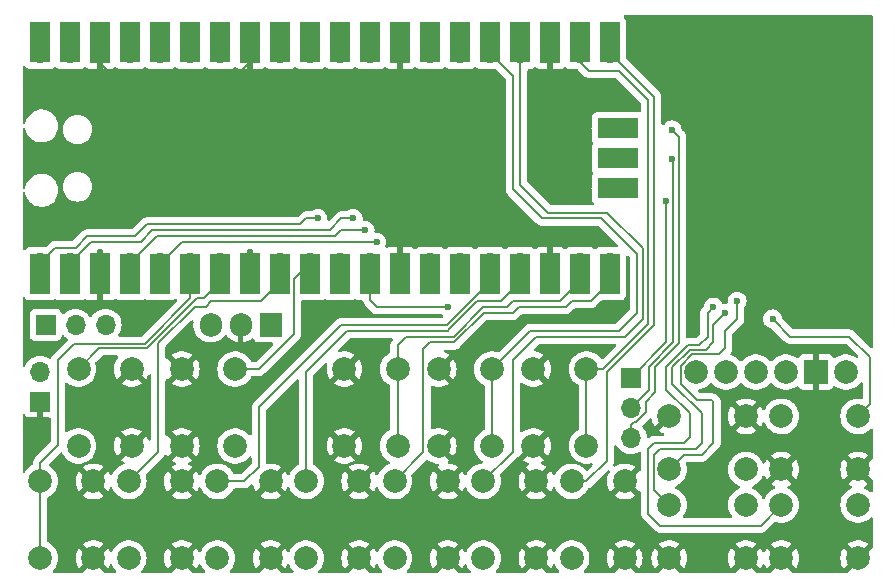
<source format=gtl>
G04 #@! TF.GenerationSoftware,KiCad,Pcbnew,8.0.6*
G04 #@! TF.CreationDate,2024-11-03T10:51:14+01:00*
G04 #@! TF.ProjectId,pico_piano,7069636f-5f70-4696-916e-6f2e6b696361,rev?*
G04 #@! TF.SameCoordinates,Original*
G04 #@! TF.FileFunction,Copper,L1,Top*
G04 #@! TF.FilePolarity,Positive*
%FSLAX46Y46*%
G04 Gerber Fmt 4.6, Leading zero omitted, Abs format (unit mm)*
G04 Created by KiCad (PCBNEW 8.0.6) date 2024-11-03 10:51:14*
%MOMM*%
%LPD*%
G01*
G04 APERTURE LIST*
G04 #@! TA.AperFunction,ComponentPad*
%ADD10C,2.000000*%
G04 #@! TD*
G04 #@! TA.AperFunction,ComponentPad*
%ADD11R,1.700000X1.700000*%
G04 #@! TD*
G04 #@! TA.AperFunction,ComponentPad*
%ADD12O,1.700000X1.700000*%
G04 #@! TD*
G04 #@! TA.AperFunction,SMDPad,CuDef*
%ADD13R,1.700000X3.500000*%
G04 #@! TD*
G04 #@! TA.AperFunction,SMDPad,CuDef*
%ADD14R,3.500000X1.700000*%
G04 #@! TD*
G04 #@! TA.AperFunction,ComponentPad*
%ADD15R,2.000000X2.000000*%
G04 #@! TD*
G04 #@! TA.AperFunction,ComponentPad*
%ADD16R,1.905000X2.000000*%
G04 #@! TD*
G04 #@! TA.AperFunction,ComponentPad*
%ADD17O,1.905000X2.000000*%
G04 #@! TD*
G04 #@! TA.AperFunction,ViaPad*
%ADD18C,0.600000*%
G04 #@! TD*
G04 #@! TA.AperFunction,Conductor*
%ADD19C,0.200000*%
G04 #@! TD*
G04 APERTURE END LIST*
D10*
X167250000Y-65750000D03*
X173750000Y-65750000D03*
X167250000Y-70250000D03*
X173750000Y-70250000D03*
X142000000Y-77750000D03*
X142000000Y-71250000D03*
X146500000Y-77750000D03*
X146500000Y-71250000D03*
X130250000Y-68250000D03*
X130250000Y-61750000D03*
X134750000Y-68250000D03*
X134750000Y-61750000D03*
X138250000Y-68250000D03*
X138250000Y-61750000D03*
X142750000Y-68250000D03*
X142750000Y-61750000D03*
D11*
X154500000Y-62500000D03*
D12*
X154500000Y-65040000D03*
X154500000Y-67580000D03*
D10*
X104500000Y-77750000D03*
X104500000Y-71250000D03*
X109000000Y-77750000D03*
X109000000Y-71250000D03*
X149500000Y-77750000D03*
X149500000Y-71250000D03*
X154000000Y-77750000D03*
X154000000Y-71250000D03*
X134500000Y-77750000D03*
X134500000Y-71250000D03*
X139000000Y-77750000D03*
X139000000Y-71250000D03*
X164250000Y-70250000D03*
X157750000Y-70250000D03*
X164250000Y-65750000D03*
X157750000Y-65750000D03*
X146250000Y-68250000D03*
X146250000Y-61750000D03*
X150750000Y-68250000D03*
X150750000Y-61750000D03*
X112250000Y-61750000D03*
X112250000Y-68250000D03*
X107750000Y-61750000D03*
X107750000Y-68250000D03*
D11*
X104960000Y-58000000D03*
D12*
X107500000Y-58000000D03*
X110040000Y-58000000D03*
D10*
X119500000Y-77750000D03*
X119500000Y-71250000D03*
X124000000Y-77750000D03*
X124000000Y-71250000D03*
X127000000Y-77750000D03*
X127000000Y-71250000D03*
X131500000Y-77750000D03*
X131500000Y-71250000D03*
X112000000Y-77750000D03*
X112000000Y-71250000D03*
X116500000Y-77750000D03*
X116500000Y-71250000D03*
D12*
X104500000Y-52780000D03*
D13*
X104500000Y-53680000D03*
D12*
X107040000Y-52780000D03*
D13*
X107040000Y-53680000D03*
D11*
X109580000Y-52780000D03*
D13*
X109580000Y-53680000D03*
D12*
X112120000Y-52780000D03*
D13*
X112120000Y-53680000D03*
D12*
X114660000Y-52780000D03*
D13*
X114660000Y-53680000D03*
D12*
X117200000Y-52780000D03*
D13*
X117200000Y-53680000D03*
D12*
X119740000Y-52780000D03*
D13*
X119740000Y-53680000D03*
D11*
X122280000Y-52780000D03*
D13*
X122280000Y-53680000D03*
D12*
X124820000Y-52780000D03*
D13*
X124820000Y-53680000D03*
D12*
X127360000Y-52780000D03*
D13*
X127360000Y-53680000D03*
D12*
X129900000Y-52780000D03*
D13*
X129900000Y-53680000D03*
D12*
X132440000Y-52780000D03*
D13*
X132440000Y-53680000D03*
D11*
X134980000Y-52780000D03*
D13*
X134980000Y-53680000D03*
D12*
X137520000Y-52780000D03*
D13*
X137520000Y-53680000D03*
D12*
X140060000Y-52780000D03*
D13*
X140060000Y-53680000D03*
D12*
X142600000Y-52780000D03*
D13*
X142600000Y-53680000D03*
D12*
X145140000Y-52780000D03*
D13*
X145140000Y-53680000D03*
D11*
X147680000Y-52780000D03*
D13*
X147680000Y-53680000D03*
D12*
X150220000Y-52780000D03*
D13*
X150220000Y-53680000D03*
D12*
X152760000Y-52780000D03*
D13*
X152760000Y-53680000D03*
D12*
X152760000Y-35000000D03*
D13*
X152760000Y-34100000D03*
D12*
X150220000Y-35000000D03*
D13*
X150220000Y-34100000D03*
D11*
X147680000Y-35000000D03*
D13*
X147680000Y-34100000D03*
D12*
X145140000Y-35000000D03*
D13*
X145140000Y-34100000D03*
D12*
X142600000Y-35000000D03*
D13*
X142600000Y-34100000D03*
D12*
X140060000Y-35000000D03*
D13*
X140060000Y-34100000D03*
D12*
X137520000Y-35000000D03*
D13*
X137520000Y-34100000D03*
D11*
X134980000Y-35000000D03*
D13*
X134980000Y-34100000D03*
D12*
X132440000Y-35000000D03*
D13*
X132440000Y-34100000D03*
D12*
X129900000Y-35000000D03*
D13*
X129900000Y-34100000D03*
D12*
X127360000Y-35000000D03*
D13*
X127360000Y-34100000D03*
D12*
X124820000Y-35000000D03*
D13*
X124820000Y-34100000D03*
D11*
X122280000Y-35000000D03*
D13*
X122280000Y-34100000D03*
D12*
X119740000Y-35000000D03*
D13*
X119740000Y-34100000D03*
D12*
X117200000Y-35000000D03*
D13*
X117200000Y-34100000D03*
D12*
X114660000Y-35000000D03*
D13*
X114660000Y-34100000D03*
D12*
X112120000Y-35000000D03*
D13*
X112120000Y-34100000D03*
D11*
X109580000Y-35000000D03*
D13*
X109580000Y-34100000D03*
D12*
X107040000Y-35000000D03*
D13*
X107040000Y-34100000D03*
D12*
X104500000Y-35000000D03*
D13*
X104500000Y-34100000D03*
D12*
X152530000Y-46430000D03*
D14*
X153430000Y-46430000D03*
D11*
X152530000Y-43890000D03*
D14*
X153430000Y-43890000D03*
D12*
X152530000Y-41350000D03*
D14*
X153430000Y-41350000D03*
D10*
X116500000Y-68250000D03*
X116500000Y-61750000D03*
X121000000Y-68250000D03*
X121000000Y-61750000D03*
X157750000Y-73250000D03*
X164250000Y-73250000D03*
X157750000Y-77750000D03*
X164250000Y-77750000D03*
X160015000Y-62000000D03*
X162555000Y-62000000D03*
X165095000Y-62000000D03*
X167635000Y-62000000D03*
D15*
X170175000Y-62000000D03*
D10*
X172715000Y-62000000D03*
D16*
X124000000Y-58000000D03*
D17*
X121460000Y-58000000D03*
X118920000Y-58000000D03*
D11*
X104500000Y-64500000D03*
D12*
X104500000Y-61960000D03*
D10*
X167250000Y-73250000D03*
X173750000Y-73250000D03*
X167250000Y-77750000D03*
X173750000Y-77750000D03*
D18*
X166500000Y-57500000D03*
X158000000Y-41500000D03*
X158000000Y-44000000D03*
X157500000Y-47500000D03*
X161500000Y-56500000D03*
X162500000Y-57000000D03*
X163500000Y-56000000D03*
X139000000Y-56500000D03*
X128000000Y-49000000D03*
X131000000Y-49000000D03*
X132000000Y-50000000D03*
X133000000Y-51000000D03*
D19*
X170175000Y-62000000D02*
X170175000Y-66675000D01*
X170175000Y-66675000D02*
X173750000Y-70250000D01*
X109580000Y-35000000D02*
X109580000Y-35830000D01*
X109580000Y-35830000D02*
X110250000Y-36500000D01*
X110250000Y-36500000D02*
X121500000Y-36500000D01*
X121500000Y-36500000D02*
X122280000Y-35720000D01*
X122280000Y-35720000D02*
X122280000Y-35000000D01*
X154750000Y-66250000D02*
X154916346Y-66250000D01*
X154750000Y-66250000D02*
X154500000Y-66500000D01*
X154500000Y-66500000D02*
X154500000Y-67580000D01*
X154916346Y-66250000D02*
X155750000Y-65416346D01*
X155750000Y-65416346D02*
X155750000Y-64500000D01*
X155750000Y-64500000D02*
X156565686Y-63684314D01*
X156565686Y-63684314D02*
X156565686Y-61565686D01*
X156565686Y-61565686D02*
X158600000Y-59531372D01*
X158600000Y-59531372D02*
X158600000Y-42100000D01*
X158600000Y-42100000D02*
X158000000Y-41500000D01*
X168000000Y-59000000D02*
X173000000Y-59000000D01*
X166500000Y-57500000D02*
X168000000Y-59000000D01*
X174750000Y-60750000D02*
X174750000Y-61500000D01*
X174750000Y-61500000D02*
X174750000Y-64750000D01*
X173000000Y-59000000D02*
X174750000Y-60750000D01*
X104500000Y-77750000D02*
X104500000Y-71250000D01*
X159345150Y-59700000D02*
X160300000Y-59700000D01*
X157500000Y-63500000D02*
X157500000Y-61545150D01*
X159500000Y-65500000D02*
X157500000Y-63500000D01*
X159500000Y-67500000D02*
X159500000Y-65500000D01*
X159000000Y-68000000D02*
X159500000Y-67500000D01*
X156000000Y-68500000D02*
X156500000Y-68000000D01*
X156000000Y-74000000D02*
X156000000Y-68500000D01*
X156500000Y-68000000D02*
X159000000Y-68000000D01*
X157000000Y-75000000D02*
X156000000Y-74000000D01*
X165500000Y-75000000D02*
X157000000Y-75000000D01*
X160300000Y-59700000D02*
X161000000Y-59000000D01*
X157500000Y-61545150D02*
X159345150Y-59700000D01*
X167250000Y-73250000D02*
X165500000Y-75000000D01*
X161000000Y-59000000D02*
X161000000Y-57000000D01*
X161000000Y-57000000D02*
X161500000Y-56500000D01*
X162500000Y-57000000D02*
X161500000Y-58000000D01*
X160500000Y-65500000D02*
X160500000Y-68000000D01*
X161500000Y-58000000D02*
X161500000Y-59500000D01*
X156450000Y-71950000D02*
X157750000Y-73250000D01*
X161500000Y-59500000D02*
X160900000Y-60100000D01*
X160500000Y-68000000D02*
X160000000Y-68500000D01*
X160900000Y-60100000D02*
X159510836Y-60100000D01*
X160000000Y-68500000D02*
X156950000Y-68500000D01*
X159510836Y-60100000D02*
X158000000Y-61610836D01*
X158000000Y-61610836D02*
X158000000Y-63000000D01*
X158000000Y-63000000D02*
X160500000Y-65500000D01*
X156950000Y-68500000D02*
X156450000Y-69000000D01*
X156450000Y-69000000D02*
X156450000Y-71950000D01*
X162500000Y-60000000D02*
X162500000Y-58500000D01*
X162000000Y-60500000D02*
X162500000Y-60000000D01*
X159676522Y-60500000D02*
X162000000Y-60500000D01*
X158715000Y-61461522D02*
X159676522Y-60500000D01*
X160107500Y-64392500D02*
X158715000Y-63000000D01*
X159000000Y-69000000D02*
X160500000Y-69000000D01*
X161392500Y-64392500D02*
X160107500Y-64392500D01*
X161500000Y-64500000D02*
X161392500Y-64392500D01*
X161500000Y-68000000D02*
X161500000Y-64500000D01*
X160500000Y-69000000D02*
X161500000Y-68000000D01*
X162500000Y-58500000D02*
X163500000Y-57500000D01*
X158715000Y-63000000D02*
X158715000Y-61461522D01*
X157750000Y-70250000D02*
X159000000Y-69000000D01*
X163500000Y-57500000D02*
X163500000Y-56000000D01*
X149500000Y-71250000D02*
X150750000Y-71250000D01*
X150750000Y-71250000D02*
X152500000Y-69500000D01*
X156500000Y-58000000D02*
X156500000Y-38740000D01*
X152500000Y-69500000D02*
X152500000Y-61979899D01*
X152500000Y-61979899D02*
X153239950Y-61239949D01*
X153239950Y-61239949D02*
X153260051Y-61239949D01*
X153260051Y-61239949D02*
X156500000Y-58000000D01*
X156500000Y-38740000D02*
X152760000Y-35000000D01*
X158100000Y-44100000D02*
X158000000Y-44000000D01*
X158100000Y-59465686D02*
X158100000Y-44100000D01*
X156032843Y-61532843D02*
X158100000Y-59465686D01*
X154500000Y-65040000D02*
X156032843Y-63507157D01*
X156032843Y-63507157D02*
X156032843Y-61532843D01*
X154500000Y-62500000D02*
X157500000Y-59500000D01*
X157500000Y-59500000D02*
X157500000Y-47500000D01*
X174750000Y-64750000D02*
X173750000Y-65750000D01*
X139000000Y-56500000D02*
X133000000Y-56500000D01*
X132440000Y-55940000D02*
X132440000Y-52780000D01*
X133000000Y-56500000D02*
X132440000Y-55940000D01*
X134750000Y-68250000D02*
X134750000Y-61750000D01*
X142750000Y-68250000D02*
X142750000Y-61750000D01*
X150750000Y-68250000D02*
X150750000Y-61750000D01*
X104500000Y-52780000D02*
X105780000Y-51500000D01*
X113500000Y-49500000D02*
X126500000Y-49500000D01*
X105780000Y-51500000D02*
X107500000Y-51500000D01*
X107500000Y-51500000D02*
X108500000Y-50500000D01*
X108500000Y-50500000D02*
X112500000Y-50500000D01*
X112500000Y-50500000D02*
X113500000Y-49500000D01*
X126500000Y-49500000D02*
X127000000Y-49000000D01*
X127000000Y-49000000D02*
X128000000Y-49000000D01*
X107040000Y-52780000D02*
X108820000Y-51000000D01*
X108820000Y-51000000D02*
X113000000Y-51000000D01*
X113000000Y-51000000D02*
X114000000Y-50000000D01*
X114000000Y-50000000D02*
X129000000Y-50000000D01*
X129000000Y-50000000D02*
X130000000Y-49000000D01*
X130000000Y-49000000D02*
X131000000Y-49000000D01*
X114400000Y-50500000D02*
X129500000Y-50500000D01*
X112120000Y-52780000D02*
X114400000Y-50500000D01*
X129500000Y-50500000D02*
X130000000Y-50000000D01*
X130000000Y-50000000D02*
X132000000Y-50000000D01*
X116500000Y-51000000D02*
X117500000Y-51000000D01*
X114660000Y-52780000D02*
X114720000Y-52780000D01*
X114720000Y-52780000D02*
X116500000Y-51000000D01*
X117500000Y-51000000D02*
X133000000Y-51000000D01*
X112000000Y-71250000D02*
X114500000Y-68750000D01*
X114500000Y-68750000D02*
X114500000Y-59565686D01*
X119000000Y-56000000D02*
X123160000Y-56000000D01*
X124820000Y-54340000D02*
X124820000Y-52780000D01*
X114500000Y-59565686D02*
X117565686Y-56500000D01*
X117565686Y-56500000D02*
X118500000Y-56500000D01*
X118500000Y-56500000D02*
X119000000Y-56000000D01*
X123160000Y-56000000D02*
X124820000Y-54340000D01*
X104500000Y-71250000D02*
X104500000Y-69661522D01*
X104500000Y-69661522D02*
X106000000Y-68161522D01*
X117200000Y-55734314D02*
X117200000Y-52780000D01*
X106000000Y-68161522D02*
X106000000Y-61000000D01*
X106000000Y-61000000D02*
X107400000Y-59600000D01*
X113334314Y-59600000D02*
X117200000Y-55734314D01*
X107400000Y-59600000D02*
X113334314Y-59600000D01*
X121000000Y-61750000D02*
X123000000Y-61750000D01*
X123000000Y-61750000D02*
X126000000Y-58750000D01*
X126000000Y-58750000D02*
X126000000Y-54140000D01*
X126000000Y-54140000D02*
X127360000Y-52780000D01*
X134500000Y-71250000D02*
X136950000Y-68800000D01*
X139565686Y-59500000D02*
X142065686Y-57000000D01*
X144500000Y-57000000D02*
X145000000Y-56500000D01*
X136950000Y-68800000D02*
X136950000Y-60050000D01*
X152760000Y-54340000D02*
X152760000Y-52780000D01*
X136950000Y-60050000D02*
X137500000Y-59500000D01*
X145000000Y-56500000D02*
X149000000Y-56500000D01*
X149000000Y-56500000D02*
X149500000Y-56000000D01*
X151100000Y-56000000D02*
X152760000Y-54340000D01*
X137500000Y-59500000D02*
X139565686Y-59500000D01*
X149500000Y-56000000D02*
X151100000Y-56000000D01*
X142065686Y-57000000D02*
X144500000Y-57000000D01*
X142750000Y-61750000D02*
X146000000Y-58500000D01*
X146000000Y-58500000D02*
X153500000Y-58500000D01*
X153500000Y-58500000D02*
X155000000Y-57000000D01*
X155000000Y-57000000D02*
X155000000Y-52000000D01*
X155000000Y-52000000D02*
X152000000Y-49000000D01*
X152000000Y-49000000D02*
X147000000Y-49000000D01*
X147000000Y-49000000D02*
X144500000Y-46500000D01*
X144500000Y-46500000D02*
X144500000Y-36900000D01*
X144500000Y-36900000D02*
X142600000Y-35000000D01*
X142000000Y-71250000D02*
X144500000Y-68750000D01*
X144500000Y-68750000D02*
X144500000Y-61000000D01*
X144500000Y-61000000D02*
X146500000Y-59000000D01*
X155500000Y-51500000D02*
X152500000Y-48500000D01*
X146500000Y-59000000D02*
X154000000Y-59000000D01*
X155500000Y-57500000D02*
X155500000Y-51500000D01*
X154000000Y-59000000D02*
X155500000Y-57500000D01*
X152500000Y-48500000D02*
X147500000Y-48500000D01*
X147500000Y-48500000D02*
X145140000Y-46140000D01*
X145140000Y-46140000D02*
X145140000Y-35000000D01*
X156000000Y-39000000D02*
X153500000Y-36500000D01*
X156000000Y-57914213D02*
X156000000Y-39000000D01*
X153500000Y-36500000D02*
X151000000Y-36500000D01*
X152164213Y-61750000D02*
X156000000Y-57914213D01*
X150750000Y-61750000D02*
X152164213Y-61750000D01*
X151000000Y-36500000D02*
X150220000Y-35720000D01*
X119740000Y-54340000D02*
X119740000Y-52780000D01*
X113500000Y-60000000D02*
X117770000Y-55730000D01*
X107750000Y-61750000D02*
X109500000Y-60000000D01*
X118350000Y-55730000D02*
X119740000Y-54340000D01*
X109500000Y-60000000D02*
X113500000Y-60000000D01*
X117770000Y-55730000D02*
X118350000Y-55730000D01*
X142600000Y-54340000D02*
X142600000Y-52780000D01*
X138940000Y-58000000D02*
X142600000Y-54340000D01*
X123000000Y-70000000D02*
X123000000Y-65000000D01*
X130000000Y-58000000D02*
X138940000Y-58000000D01*
X121750000Y-71250000D02*
X123000000Y-70000000D01*
X123000000Y-65000000D02*
X130000000Y-58000000D01*
X119500000Y-71250000D02*
X121750000Y-71250000D01*
X139005685Y-58500000D02*
X139105685Y-58400000D01*
X127000000Y-62000000D02*
X130500000Y-58500000D01*
X145140000Y-54340000D02*
X145140000Y-52780000D01*
X127000000Y-71250000D02*
X127000000Y-62000000D01*
X139105685Y-58400000D02*
X139105686Y-58400000D01*
X141500000Y-56005685D02*
X141505685Y-56000000D01*
X130500000Y-58500000D02*
X139005685Y-58500000D01*
X139105686Y-58400000D02*
X141500000Y-56005685D01*
X141505685Y-56000000D02*
X143480000Y-56000000D01*
X143480000Y-56000000D02*
X145140000Y-54340000D01*
X134750000Y-59750000D02*
X135500000Y-59000000D01*
X134750000Y-61750000D02*
X134750000Y-59750000D01*
X150220000Y-54340000D02*
X150220000Y-52780000D01*
X150220000Y-54280000D02*
X150220000Y-52780000D01*
X148500000Y-56000000D02*
X150220000Y-54280000D01*
X142000000Y-56500000D02*
X144000000Y-56500000D01*
X135500000Y-59000000D02*
X139500000Y-59000000D01*
X139500000Y-59000000D02*
X142000000Y-56500000D01*
X144500000Y-56000000D02*
X148500000Y-56000000D01*
X144000000Y-56500000D02*
X144500000Y-56000000D01*
G04 #@! TA.AperFunction,Conductor*
G36*
X134317941Y-59120185D02*
G01*
X134363696Y-59172989D01*
X134373640Y-59242147D01*
X134344615Y-59305703D01*
X134338583Y-59312181D01*
X134269481Y-59381282D01*
X134269479Y-59381285D01*
X134262110Y-59394049D01*
X134221308Y-59464722D01*
X134219361Y-59468094D01*
X134219359Y-59468096D01*
X134190425Y-59518209D01*
X134190424Y-59518210D01*
X134190423Y-59518215D01*
X134149499Y-59670943D01*
X134149499Y-59670945D01*
X134149499Y-59839046D01*
X134149500Y-59839059D01*
X134149500Y-60294951D01*
X134129815Y-60361990D01*
X134084518Y-60404006D01*
X133926493Y-60489524D01*
X133744359Y-60631285D01*
X133730256Y-60642262D01*
X133729750Y-60642812D01*
X133561833Y-60825217D01*
X133425826Y-61033393D01*
X133325936Y-61261118D01*
X133264892Y-61502175D01*
X133264890Y-61502187D01*
X133244357Y-61749994D01*
X133244357Y-61750005D01*
X133264890Y-61997812D01*
X133264892Y-61997824D01*
X133325936Y-62238881D01*
X133425826Y-62466606D01*
X133561833Y-62674782D01*
X133561836Y-62674785D01*
X133730256Y-62857738D01*
X133926491Y-63010474D01*
X133926494Y-63010476D01*
X133926496Y-63010477D01*
X133992609Y-63046255D01*
X134084517Y-63095993D01*
X134134108Y-63145212D01*
X134149500Y-63205048D01*
X134149500Y-66794951D01*
X134129815Y-66861990D01*
X134084518Y-66904006D01*
X133926493Y-66989524D01*
X133730257Y-67142261D01*
X133561833Y-67325217D01*
X133425826Y-67533393D01*
X133325936Y-67761118D01*
X133264892Y-68002175D01*
X133264890Y-68002187D01*
X133244357Y-68249994D01*
X133244357Y-68250005D01*
X133264890Y-68497812D01*
X133264892Y-68497824D01*
X133325936Y-68738881D01*
X133425826Y-68966606D01*
X133561833Y-69174782D01*
X133594245Y-69209991D01*
X133730256Y-69357738D01*
X133926491Y-69510474D01*
X133926494Y-69510476D01*
X133926496Y-69510477D01*
X133969283Y-69533632D01*
X134073122Y-69589827D01*
X134073531Y-69590048D01*
X134123122Y-69639267D01*
X134138230Y-69707484D01*
X134114060Y-69773040D01*
X134058284Y-69815121D01*
X134054778Y-69816384D01*
X133895194Y-69871170D01*
X133895188Y-69871172D01*
X133676493Y-69989524D01*
X133480257Y-70142261D01*
X133311833Y-70325217D01*
X133175827Y-70533391D01*
X133113282Y-70675979D01*
X133068325Y-70729464D01*
X133001589Y-70750154D01*
X132934261Y-70731479D01*
X132887718Y-70679368D01*
X132886170Y-70675978D01*
X132823731Y-70533630D01*
X132723434Y-70380116D01*
X132023787Y-71079764D01*
X132012518Y-71037708D01*
X131940110Y-70912292D01*
X131837708Y-70809890D01*
X131712292Y-70737482D01*
X131670235Y-70726212D01*
X132370057Y-70026390D01*
X132370056Y-70026389D01*
X132323229Y-69989943D01*
X132104614Y-69871635D01*
X132104603Y-69871630D01*
X131869493Y-69790916D01*
X131624293Y-69750000D01*
X131375707Y-69750000D01*
X131130504Y-69790916D01*
X130969827Y-69846077D01*
X130910801Y-69848740D01*
X130892108Y-69872390D01*
X130879452Y-69880258D01*
X130676761Y-69989949D01*
X130629942Y-70026388D01*
X130629942Y-70026390D01*
X131329765Y-70726212D01*
X131287708Y-70737482D01*
X131162292Y-70809890D01*
X131059890Y-70912292D01*
X130987482Y-71037708D01*
X130976212Y-71079764D01*
X130276564Y-70380116D01*
X130176267Y-70533632D01*
X130076412Y-70761282D01*
X130015387Y-71002261D01*
X130015385Y-71002270D01*
X129994859Y-71249994D01*
X129994859Y-71250005D01*
X130015385Y-71497729D01*
X130015387Y-71497738D01*
X130076412Y-71738717D01*
X130176266Y-71966364D01*
X130276564Y-72119882D01*
X130976212Y-71420234D01*
X130987482Y-71462292D01*
X131059890Y-71587708D01*
X131162292Y-71690110D01*
X131287708Y-71762518D01*
X131329765Y-71773787D01*
X130629942Y-72473609D01*
X130676768Y-72510055D01*
X130676770Y-72510056D01*
X130895385Y-72628364D01*
X130895396Y-72628369D01*
X131130506Y-72709083D01*
X131375707Y-72750000D01*
X131624293Y-72750000D01*
X131869493Y-72709083D01*
X132104603Y-72628369D01*
X132104614Y-72628364D01*
X132323228Y-72510057D01*
X132323231Y-72510055D01*
X132370056Y-72473609D01*
X131670234Y-71773787D01*
X131712292Y-71762518D01*
X131837708Y-71690110D01*
X131940110Y-71587708D01*
X132012518Y-71462292D01*
X132023787Y-71420235D01*
X132723434Y-72119882D01*
X132823732Y-71966367D01*
X132886170Y-71824022D01*
X132931125Y-71770536D01*
X132997861Y-71749845D01*
X133065189Y-71768519D01*
X133111733Y-71820629D01*
X133113282Y-71824020D01*
X133175827Y-71966608D01*
X133311833Y-72174782D01*
X133322945Y-72186853D01*
X133480256Y-72357738D01*
X133676491Y-72510474D01*
X133676493Y-72510475D01*
X133894332Y-72628364D01*
X133895190Y-72628828D01*
X134040596Y-72678746D01*
X134128964Y-72709083D01*
X134130386Y-72709571D01*
X134375665Y-72750500D01*
X134624335Y-72750500D01*
X134869614Y-72709571D01*
X135104810Y-72628828D01*
X135323509Y-72510474D01*
X135519744Y-72357738D01*
X135688164Y-72174785D01*
X135824173Y-71966607D01*
X135924063Y-71738881D01*
X135985108Y-71497821D01*
X135985939Y-71487792D01*
X136005643Y-71250005D01*
X136005643Y-71249994D01*
X135985109Y-71002187D01*
X135985108Y-71002183D01*
X135985108Y-71002179D01*
X135976038Y-70966364D01*
X135923992Y-70760839D01*
X135926616Y-70691018D01*
X135956514Y-70642719D01*
X137159506Y-69439727D01*
X137220825Y-69406245D01*
X137290517Y-69411229D01*
X137323346Y-69429558D01*
X137426768Y-69510055D01*
X137426771Y-69510057D01*
X137645385Y-69628364D01*
X137645396Y-69628369D01*
X137880506Y-69709083D01*
X138125707Y-69750000D01*
X138130483Y-69750000D01*
X138197522Y-69769685D01*
X138243277Y-69822489D01*
X138253221Y-69891647D01*
X138224196Y-69955203D01*
X138189501Y-69983055D01*
X138176761Y-69989949D01*
X138129942Y-70026388D01*
X138129942Y-70026390D01*
X138829765Y-70726212D01*
X138787708Y-70737482D01*
X138662292Y-70809890D01*
X138559890Y-70912292D01*
X138487482Y-71037708D01*
X138476212Y-71079764D01*
X137776564Y-70380116D01*
X137676267Y-70533632D01*
X137576412Y-70761282D01*
X137515387Y-71002261D01*
X137515385Y-71002270D01*
X137494859Y-71249994D01*
X137494859Y-71250005D01*
X137515385Y-71497729D01*
X137515387Y-71497738D01*
X137576412Y-71738717D01*
X137676266Y-71966364D01*
X137776564Y-72119882D01*
X138476212Y-71420234D01*
X138487482Y-71462292D01*
X138559890Y-71587708D01*
X138662292Y-71690110D01*
X138787708Y-71762518D01*
X138829765Y-71773787D01*
X138129942Y-72473609D01*
X138176768Y-72510055D01*
X138176770Y-72510056D01*
X138395385Y-72628364D01*
X138395396Y-72628369D01*
X138630506Y-72709083D01*
X138875707Y-72750000D01*
X139124293Y-72750000D01*
X139369493Y-72709083D01*
X139604603Y-72628369D01*
X139604614Y-72628364D01*
X139823228Y-72510057D01*
X139823231Y-72510055D01*
X139870056Y-72473609D01*
X139170234Y-71773787D01*
X139212292Y-71762518D01*
X139337708Y-71690110D01*
X139440110Y-71587708D01*
X139512518Y-71462292D01*
X139523787Y-71420235D01*
X140223434Y-72119882D01*
X140323732Y-71966367D01*
X140386170Y-71824022D01*
X140431125Y-71770536D01*
X140497861Y-71749845D01*
X140565189Y-71768519D01*
X140611733Y-71820629D01*
X140613282Y-71824020D01*
X140675827Y-71966608D01*
X140811833Y-72174782D01*
X140822945Y-72186853D01*
X140980256Y-72357738D01*
X141176491Y-72510474D01*
X141176493Y-72510475D01*
X141394332Y-72628364D01*
X141395190Y-72628828D01*
X141540596Y-72678746D01*
X141628964Y-72709083D01*
X141630386Y-72709571D01*
X141875665Y-72750500D01*
X142124335Y-72750500D01*
X142369614Y-72709571D01*
X142604810Y-72628828D01*
X142823509Y-72510474D01*
X143019744Y-72357738D01*
X143188164Y-72174785D01*
X143324173Y-71966607D01*
X143424063Y-71738881D01*
X143485108Y-71497821D01*
X143485939Y-71487792D01*
X143505643Y-71250005D01*
X143505643Y-71249994D01*
X143485109Y-71002187D01*
X143485108Y-71002183D01*
X143485108Y-71002179D01*
X143476038Y-70966364D01*
X143423992Y-70760839D01*
X143426616Y-70691018D01*
X143456514Y-70642719D01*
X144858506Y-69240728D01*
X144858511Y-69240724D01*
X144868714Y-69230520D01*
X144868716Y-69230520D01*
X144942042Y-69157194D01*
X145003365Y-69123709D01*
X145023876Y-69122570D01*
X145726212Y-68420233D01*
X145737482Y-68462292D01*
X145809890Y-68587708D01*
X145912292Y-68690110D01*
X146037708Y-68762518D01*
X146079765Y-68773787D01*
X145379942Y-69473609D01*
X145426768Y-69510055D01*
X145426770Y-69510056D01*
X145645385Y-69628364D01*
X145645396Y-69628369D01*
X145806020Y-69683512D01*
X145863035Y-69723898D01*
X145889166Y-69788697D01*
X145876114Y-69857337D01*
X145828026Y-69908025D01*
X145824775Y-69909848D01*
X145676761Y-69989949D01*
X145629942Y-70026388D01*
X145629942Y-70026390D01*
X146329765Y-70726212D01*
X146287708Y-70737482D01*
X146162292Y-70809890D01*
X146059890Y-70912292D01*
X145987482Y-71037708D01*
X145976212Y-71079764D01*
X145276564Y-70380116D01*
X145176267Y-70533632D01*
X145076412Y-70761282D01*
X145015387Y-71002261D01*
X145015385Y-71002270D01*
X144994859Y-71249994D01*
X144994859Y-71250005D01*
X145015385Y-71497729D01*
X145015387Y-71497738D01*
X145076412Y-71738717D01*
X145176266Y-71966364D01*
X145276564Y-72119882D01*
X145976212Y-71420234D01*
X145987482Y-71462292D01*
X146059890Y-71587708D01*
X146162292Y-71690110D01*
X146287708Y-71762518D01*
X146329765Y-71773787D01*
X145629942Y-72473609D01*
X145676768Y-72510055D01*
X145676770Y-72510056D01*
X145895385Y-72628364D01*
X145895396Y-72628369D01*
X146130506Y-72709083D01*
X146375707Y-72750000D01*
X146624293Y-72750000D01*
X146869493Y-72709083D01*
X147104603Y-72628369D01*
X147104614Y-72628364D01*
X147323228Y-72510057D01*
X147323231Y-72510055D01*
X147370056Y-72473609D01*
X146670234Y-71773787D01*
X146712292Y-71762518D01*
X146837708Y-71690110D01*
X146940110Y-71587708D01*
X147012518Y-71462292D01*
X147023787Y-71420235D01*
X147723434Y-72119882D01*
X147823732Y-71966367D01*
X147886170Y-71824022D01*
X147931125Y-71770536D01*
X147997861Y-71749845D01*
X148065189Y-71768519D01*
X148111733Y-71820629D01*
X148113282Y-71824020D01*
X148175827Y-71966608D01*
X148311833Y-72174782D01*
X148322945Y-72186853D01*
X148480256Y-72357738D01*
X148676491Y-72510474D01*
X148676493Y-72510475D01*
X148894332Y-72628364D01*
X148895190Y-72628828D01*
X149040596Y-72678746D01*
X149128964Y-72709083D01*
X149130386Y-72709571D01*
X149375665Y-72750500D01*
X149624335Y-72750500D01*
X149869614Y-72709571D01*
X150104810Y-72628828D01*
X150323509Y-72510474D01*
X150519744Y-72357738D01*
X150688164Y-72174785D01*
X150824173Y-71966607D01*
X150857307Y-71891068D01*
X150902262Y-71837582D01*
X150938769Y-71821102D01*
X150981785Y-71809577D01*
X151031904Y-71780639D01*
X151118716Y-71730520D01*
X151230520Y-71618716D01*
X151230520Y-71618714D01*
X151240728Y-71608507D01*
X151240729Y-71608504D01*
X152510545Y-70338690D01*
X152571867Y-70305206D01*
X152641559Y-70310190D01*
X152697492Y-70352062D01*
X152721909Y-70417526D01*
X152707057Y-70485799D01*
X152702034Y-70494193D01*
X152676267Y-70533631D01*
X152576412Y-70761282D01*
X152515387Y-71002261D01*
X152515385Y-71002270D01*
X152494859Y-71249994D01*
X152494859Y-71250005D01*
X152515385Y-71497729D01*
X152515387Y-71497738D01*
X152576412Y-71738717D01*
X152676266Y-71966364D01*
X152776564Y-72119882D01*
X153476212Y-71420233D01*
X153487482Y-71462292D01*
X153559890Y-71587708D01*
X153662292Y-71690110D01*
X153787708Y-71762518D01*
X153829765Y-71773787D01*
X153129942Y-72473609D01*
X153176768Y-72510055D01*
X153176770Y-72510056D01*
X153395385Y-72628364D01*
X153395396Y-72628369D01*
X153630506Y-72709083D01*
X153875707Y-72750000D01*
X154124293Y-72750000D01*
X154369493Y-72709083D01*
X154604603Y-72628369D01*
X154604614Y-72628364D01*
X154823228Y-72510057D01*
X154823231Y-72510055D01*
X154870056Y-72473609D01*
X154170234Y-71773787D01*
X154212292Y-71762518D01*
X154337708Y-71690110D01*
X154440110Y-71587708D01*
X154512518Y-71462292D01*
X154523787Y-71420235D01*
X155223434Y-72119882D01*
X155262708Y-72115809D01*
X155331420Y-72128472D01*
X155382379Y-72176274D01*
X155399500Y-72239147D01*
X155399500Y-73913330D01*
X155399499Y-73913348D01*
X155399499Y-74079054D01*
X155399498Y-74079054D01*
X155440424Y-74231789D01*
X155440425Y-74231790D01*
X155456787Y-74260129D01*
X155456788Y-74260130D01*
X155519477Y-74368712D01*
X155519481Y-74368717D01*
X155638349Y-74487585D01*
X155638354Y-74487589D01*
X156631284Y-75480520D01*
X156631286Y-75480521D01*
X156631290Y-75480524D01*
X156768209Y-75559573D01*
X156768216Y-75559577D01*
X156920943Y-75600501D01*
X156920945Y-75600501D01*
X157086654Y-75600501D01*
X157086670Y-75600500D01*
X165413331Y-75600500D01*
X165413347Y-75600501D01*
X165420943Y-75600501D01*
X165579054Y-75600501D01*
X165579057Y-75600501D01*
X165731785Y-75559577D01*
X165781904Y-75530639D01*
X165868716Y-75480520D01*
X165980520Y-75368716D01*
X165980520Y-75368714D01*
X165990728Y-75358507D01*
X165990730Y-75358504D01*
X166646452Y-74702781D01*
X166707773Y-74669298D01*
X166774392Y-74673182D01*
X166846350Y-74697886D01*
X166880385Y-74709571D01*
X167125665Y-74750500D01*
X167374335Y-74750500D01*
X167619614Y-74709571D01*
X167854810Y-74628828D01*
X168073509Y-74510474D01*
X168269744Y-74357738D01*
X168438164Y-74174785D01*
X168574173Y-73966607D01*
X168674063Y-73738881D01*
X168735108Y-73497821D01*
X168755643Y-73250000D01*
X168735108Y-73002179D01*
X168674063Y-72761119D01*
X168660788Y-72730856D01*
X168574173Y-72533393D01*
X168438166Y-72325217D01*
X168416557Y-72301744D01*
X168269744Y-72142262D01*
X168073509Y-71989526D01*
X168073507Y-71989525D01*
X168073506Y-71989524D01*
X167854811Y-71871172D01*
X167854802Y-71871169D01*
X167842705Y-71867016D01*
X167785690Y-71826631D01*
X167759559Y-71761831D01*
X167772610Y-71693191D01*
X167820699Y-71642504D01*
X167842707Y-71632453D01*
X167854608Y-71628367D01*
X167854614Y-71628364D01*
X168073228Y-71510057D01*
X168073231Y-71510055D01*
X168120056Y-71473609D01*
X167420234Y-70773787D01*
X167462292Y-70762518D01*
X167587708Y-70690110D01*
X167690110Y-70587708D01*
X167762518Y-70462292D01*
X167773787Y-70420235D01*
X168473434Y-71119882D01*
X168573731Y-70966369D01*
X168673587Y-70738717D01*
X168734612Y-70497738D01*
X168734614Y-70497729D01*
X168755141Y-70250005D01*
X168755141Y-70249994D01*
X168734614Y-70002270D01*
X168734612Y-70002261D01*
X168673587Y-69761282D01*
X168573731Y-69533630D01*
X168473434Y-69380116D01*
X167773787Y-70079764D01*
X167762518Y-70037708D01*
X167690110Y-69912292D01*
X167587708Y-69809890D01*
X167462292Y-69737482D01*
X167420235Y-69726212D01*
X168120057Y-69026390D01*
X168120056Y-69026389D01*
X168073229Y-68989943D01*
X167854614Y-68871635D01*
X167854603Y-68871630D01*
X167619493Y-68790916D01*
X167374293Y-68750000D01*
X167125707Y-68750000D01*
X166880506Y-68790916D01*
X166645396Y-68871630D01*
X166645390Y-68871632D01*
X166426761Y-68989949D01*
X166379942Y-69026388D01*
X166379942Y-69026390D01*
X167079765Y-69726212D01*
X167037708Y-69737482D01*
X166912292Y-69809890D01*
X166809890Y-69912292D01*
X166737482Y-70037708D01*
X166726212Y-70079764D01*
X166026564Y-69380116D01*
X165926267Y-69533632D01*
X165863829Y-69675978D01*
X165818873Y-69729464D01*
X165752137Y-69750154D01*
X165684809Y-69731479D01*
X165638266Y-69679369D01*
X165636717Y-69675978D01*
X165574173Y-69533393D01*
X165438165Y-69325216D01*
X165408329Y-69292806D01*
X165269744Y-69142262D01*
X165073509Y-68989526D01*
X165073507Y-68989525D01*
X165073506Y-68989524D01*
X164854811Y-68871172D01*
X164854802Y-68871169D01*
X164619616Y-68790429D01*
X164374335Y-68749500D01*
X164125665Y-68749500D01*
X163880383Y-68790429D01*
X163645197Y-68871169D01*
X163645188Y-68871172D01*
X163426493Y-68989524D01*
X163255556Y-69122570D01*
X163230256Y-69142262D01*
X163196423Y-69179014D01*
X163061835Y-69325216D01*
X162925826Y-69533393D01*
X162825936Y-69761118D01*
X162764892Y-70002175D01*
X162764890Y-70002187D01*
X162744357Y-70249994D01*
X162744357Y-70250005D01*
X162764890Y-70497812D01*
X162764892Y-70497824D01*
X162825936Y-70738881D01*
X162925826Y-70966606D01*
X163061833Y-71174782D01*
X163061836Y-71174785D01*
X163230256Y-71357738D01*
X163426491Y-71510474D01*
X163426493Y-71510475D01*
X163644332Y-71628364D01*
X163645190Y-71628828D01*
X163655682Y-71632430D01*
X163656524Y-71632719D01*
X163713539Y-71673106D01*
X163739668Y-71737906D01*
X163726615Y-71806546D01*
X163678526Y-71857233D01*
X163656524Y-71867281D01*
X163645191Y-71871171D01*
X163645188Y-71871172D01*
X163426493Y-71989524D01*
X163230257Y-72142261D01*
X163061833Y-72325217D01*
X162925826Y-72533393D01*
X162825936Y-72761118D01*
X162764892Y-73002175D01*
X162764890Y-73002187D01*
X162744357Y-73249994D01*
X162744357Y-73250005D01*
X162764890Y-73497812D01*
X162764892Y-73497824D01*
X162825936Y-73738881D01*
X162925826Y-73966606D01*
X163061836Y-74174785D01*
X163077239Y-74191518D01*
X163108161Y-74254172D01*
X163100301Y-74323598D01*
X163056153Y-74377754D01*
X162989736Y-74399444D01*
X162986009Y-74399500D01*
X159013991Y-74399500D01*
X158946952Y-74379815D01*
X158901197Y-74327011D01*
X158891253Y-74257853D01*
X158920278Y-74194297D01*
X158922761Y-74191518D01*
X158929617Y-74184068D01*
X158938164Y-74174785D01*
X159074173Y-73966607D01*
X159174063Y-73738881D01*
X159235108Y-73497821D01*
X159255643Y-73250000D01*
X159235108Y-73002179D01*
X159174063Y-72761119D01*
X159160788Y-72730856D01*
X159074173Y-72533393D01*
X158938166Y-72325217D01*
X158916557Y-72301744D01*
X158769744Y-72142262D01*
X158573509Y-71989526D01*
X158573507Y-71989525D01*
X158573506Y-71989524D01*
X158354811Y-71871172D01*
X158354802Y-71871169D01*
X158343477Y-71867281D01*
X158286462Y-71826896D01*
X158260331Y-71762096D01*
X158273382Y-71693456D01*
X158321471Y-71642768D01*
X158343477Y-71632719D01*
X158347235Y-71631428D01*
X158354810Y-71628828D01*
X158573509Y-71510474D01*
X158769744Y-71357738D01*
X158938164Y-71174785D01*
X159074173Y-70966607D01*
X159174063Y-70738881D01*
X159235108Y-70497821D01*
X159241616Y-70419281D01*
X159255643Y-70250005D01*
X159255643Y-70249994D01*
X159235109Y-70002187D01*
X159235107Y-70002175D01*
X159198402Y-69857233D01*
X159174063Y-69761119D01*
X159174062Y-69761118D01*
X159173992Y-69760839D01*
X159176617Y-69691019D01*
X159206523Y-69642711D01*
X159212424Y-69636811D01*
X159273750Y-69603332D01*
X159300098Y-69600500D01*
X160413331Y-69600500D01*
X160413347Y-69600501D01*
X160420943Y-69600501D01*
X160579054Y-69600501D01*
X160579057Y-69600501D01*
X160731785Y-69559577D01*
X160801233Y-69519481D01*
X160868716Y-69480520D01*
X160980520Y-69368716D01*
X160980520Y-69368714D01*
X160990724Y-69358511D01*
X160990727Y-69358506D01*
X161980520Y-68368716D01*
X162059577Y-68231784D01*
X162100501Y-68079057D01*
X162100501Y-67920942D01*
X162100501Y-67913347D01*
X162100500Y-67913329D01*
X162100500Y-65749994D01*
X162744859Y-65749994D01*
X162744859Y-65750005D01*
X162765385Y-65997729D01*
X162765387Y-65997738D01*
X162826412Y-66238717D01*
X162926266Y-66466364D01*
X163026564Y-66619882D01*
X163726212Y-65920234D01*
X163737482Y-65962292D01*
X163809890Y-66087708D01*
X163912292Y-66190110D01*
X164037708Y-66262518D01*
X164079765Y-66273787D01*
X163379942Y-66973609D01*
X163426768Y-67010055D01*
X163426770Y-67010056D01*
X163645385Y-67128364D01*
X163645396Y-67128369D01*
X163880506Y-67209083D01*
X164125707Y-67250000D01*
X164374293Y-67250000D01*
X164619493Y-67209083D01*
X164854603Y-67128369D01*
X164854614Y-67128364D01*
X165073228Y-67010057D01*
X165073231Y-67010055D01*
X165120056Y-66973609D01*
X164420234Y-66273787D01*
X164462292Y-66262518D01*
X164587708Y-66190110D01*
X164690110Y-66087708D01*
X164762518Y-65962292D01*
X164773787Y-65920235D01*
X165473434Y-66619882D01*
X165573732Y-66466367D01*
X165636170Y-66324022D01*
X165681125Y-66270536D01*
X165747861Y-66249845D01*
X165815189Y-66268519D01*
X165861733Y-66320629D01*
X165863282Y-66324020D01*
X165925827Y-66466608D01*
X166061833Y-66674782D01*
X166061836Y-66674785D01*
X166230256Y-66857738D01*
X166426491Y-67010474D01*
X166455899Y-67026389D01*
X166644332Y-67128364D01*
X166645190Y-67128828D01*
X166848443Y-67198605D01*
X166878964Y-67209083D01*
X166880386Y-67209571D01*
X167125665Y-67250500D01*
X167374335Y-67250500D01*
X167619614Y-67209571D01*
X167854810Y-67128828D01*
X168073509Y-67010474D01*
X168269744Y-66857738D01*
X168438164Y-66674785D01*
X168574173Y-66466607D01*
X168674063Y-66238881D01*
X168735108Y-65997821D01*
X168737082Y-65974000D01*
X168755643Y-65750005D01*
X168755643Y-65749994D01*
X168735109Y-65502187D01*
X168735107Y-65502175D01*
X168674063Y-65261118D01*
X168574173Y-65033393D01*
X168438166Y-64825217D01*
X168367759Y-64748735D01*
X168269744Y-64642262D01*
X168073509Y-64489526D01*
X168073507Y-64489525D01*
X168073506Y-64489524D01*
X167854811Y-64371172D01*
X167854802Y-64371169D01*
X167619616Y-64290429D01*
X167374335Y-64249500D01*
X167125665Y-64249500D01*
X166880383Y-64290429D01*
X166645197Y-64371169D01*
X166645188Y-64371172D01*
X166426493Y-64489524D01*
X166230257Y-64642261D01*
X166061833Y-64825217D01*
X165925827Y-65033391D01*
X165863282Y-65175979D01*
X165818325Y-65229464D01*
X165751589Y-65250154D01*
X165684261Y-65231479D01*
X165637718Y-65179368D01*
X165636170Y-65175978D01*
X165573731Y-65033630D01*
X165473434Y-64880116D01*
X164773787Y-65579764D01*
X164762518Y-65537708D01*
X164690110Y-65412292D01*
X164587708Y-65309890D01*
X164462292Y-65237482D01*
X164420235Y-65226212D01*
X165120057Y-64526390D01*
X165120056Y-64526389D01*
X165073229Y-64489943D01*
X164854614Y-64371635D01*
X164854603Y-64371630D01*
X164619493Y-64290916D01*
X164374293Y-64250000D01*
X164125707Y-64250000D01*
X163880506Y-64290916D01*
X163645396Y-64371630D01*
X163645390Y-64371632D01*
X163426761Y-64489949D01*
X163379942Y-64526388D01*
X163379942Y-64526390D01*
X164079765Y-65226212D01*
X164037708Y-65237482D01*
X163912292Y-65309890D01*
X163809890Y-65412292D01*
X163737482Y-65537708D01*
X163726212Y-65579764D01*
X163026564Y-64880116D01*
X162926267Y-65033632D01*
X162826412Y-65261282D01*
X162765387Y-65502261D01*
X162765385Y-65502270D01*
X162744859Y-65749994D01*
X162100500Y-65749994D01*
X162100500Y-64589059D01*
X162100501Y-64589046D01*
X162100501Y-64420945D01*
X162100501Y-64420943D01*
X162059577Y-64268215D01*
X162030639Y-64218095D01*
X161980520Y-64131284D01*
X161868716Y-64019480D01*
X161761216Y-63911980D01*
X161761214Y-63911979D01*
X161761209Y-63911975D01*
X161643629Y-63844091D01*
X161643629Y-63844090D01*
X161643624Y-63844089D01*
X161636875Y-63840192D01*
X161624286Y-63832923D01*
X161586103Y-63822692D01*
X161471557Y-63791999D01*
X161313443Y-63791999D01*
X161305847Y-63791999D01*
X161305831Y-63792000D01*
X160407597Y-63792000D01*
X160340558Y-63772315D01*
X160319916Y-63755681D01*
X160245743Y-63681508D01*
X160212258Y-63620185D01*
X160217242Y-63550493D01*
X160259114Y-63494560D01*
X160313014Y-63471518D01*
X160384614Y-63459571D01*
X160619810Y-63378828D01*
X160838509Y-63260474D01*
X161034744Y-63107738D01*
X161193771Y-62934988D01*
X161253657Y-62898999D01*
X161323495Y-62901099D01*
X161376228Y-62934988D01*
X161535256Y-63107738D01*
X161731491Y-63260474D01*
X161950190Y-63378828D01*
X162185386Y-63459571D01*
X162430665Y-63500500D01*
X162679335Y-63500500D01*
X162924614Y-63459571D01*
X163159810Y-63378828D01*
X163378509Y-63260474D01*
X163574744Y-63107738D01*
X163733771Y-62934988D01*
X163793657Y-62898999D01*
X163863495Y-62901099D01*
X163916228Y-62934988D01*
X164075256Y-63107738D01*
X164271491Y-63260474D01*
X164490190Y-63378828D01*
X164725386Y-63459571D01*
X164970665Y-63500500D01*
X165219335Y-63500500D01*
X165464614Y-63459571D01*
X165699810Y-63378828D01*
X165918509Y-63260474D01*
X166114744Y-63107738D01*
X166273771Y-62934988D01*
X166333657Y-62898999D01*
X166403495Y-62901099D01*
X166456228Y-62934988D01*
X166615256Y-63107738D01*
X166811491Y-63260474D01*
X167030190Y-63378828D01*
X167265386Y-63459571D01*
X167510665Y-63500500D01*
X167759335Y-63500500D01*
X168004614Y-63459571D01*
X168239810Y-63378828D01*
X168458509Y-63260474D01*
X168542201Y-63195333D01*
X168607192Y-63169692D01*
X168675732Y-63183258D01*
X168726057Y-63231726D01*
X168727290Y-63234361D01*
X168727396Y-63234304D01*
X168731649Y-63242093D01*
X168817809Y-63357187D01*
X168817812Y-63357190D01*
X168932906Y-63443350D01*
X168932913Y-63443354D01*
X169067620Y-63493596D01*
X169067627Y-63493598D01*
X169127155Y-63499999D01*
X169127172Y-63500000D01*
X169925000Y-63500000D01*
X169925000Y-62600001D01*
X169985402Y-62625021D01*
X170110981Y-62650000D01*
X170239019Y-62650000D01*
X170364598Y-62625021D01*
X170425000Y-62600001D01*
X170425000Y-63500000D01*
X171222828Y-63500000D01*
X171222844Y-63499999D01*
X171282372Y-63493598D01*
X171282379Y-63493596D01*
X171417086Y-63443354D01*
X171417093Y-63443350D01*
X171532187Y-63357190D01*
X171532190Y-63357187D01*
X171618350Y-63242093D01*
X171622604Y-63234304D01*
X171625816Y-63236057D01*
X171657183Y-63194029D01*
X171722612Y-63169517D01*
X171790906Y-63184269D01*
X171807795Y-63195330D01*
X171891491Y-63260474D01*
X172110190Y-63378828D01*
X172345386Y-63459571D01*
X172590665Y-63500500D01*
X172839335Y-63500500D01*
X173084614Y-63459571D01*
X173319810Y-63378828D01*
X173538509Y-63260474D01*
X173734744Y-63107738D01*
X173903164Y-62924785D01*
X173921691Y-62896427D01*
X173974836Y-62851070D01*
X174044067Y-62841646D01*
X174107404Y-62871147D01*
X174144736Y-62930207D01*
X174149500Y-62964248D01*
X174149500Y-64149009D01*
X174129815Y-64216048D01*
X174077011Y-64261803D01*
X174007853Y-64271747D01*
X174005091Y-64271318D01*
X173874335Y-64249500D01*
X173625665Y-64249500D01*
X173380383Y-64290429D01*
X173145197Y-64371169D01*
X173145188Y-64371172D01*
X172926493Y-64489524D01*
X172730257Y-64642261D01*
X172561833Y-64825217D01*
X172425826Y-65033393D01*
X172325936Y-65261118D01*
X172264892Y-65502175D01*
X172264890Y-65502187D01*
X172244357Y-65749994D01*
X172244357Y-65750005D01*
X172264890Y-65997812D01*
X172264892Y-65997824D01*
X172325936Y-66238881D01*
X172425826Y-66466606D01*
X172561833Y-66674782D01*
X172561836Y-66674785D01*
X172730256Y-66857738D01*
X172926491Y-67010474D01*
X172955899Y-67026389D01*
X173144332Y-67128364D01*
X173145190Y-67128828D01*
X173348443Y-67198605D01*
X173378964Y-67209083D01*
X173380386Y-67209571D01*
X173625665Y-67250500D01*
X173874335Y-67250500D01*
X174119614Y-67209571D01*
X174354810Y-67128828D01*
X174573509Y-67010474D01*
X174769744Y-66857738D01*
X174784270Y-66841958D01*
X174844155Y-66805967D01*
X174913993Y-66808066D01*
X174971610Y-66847589D01*
X174998713Y-66911988D01*
X174999500Y-66925940D01*
X174999500Y-69302690D01*
X174979815Y-69369729D01*
X174963181Y-69390371D01*
X174273787Y-70079764D01*
X174262518Y-70037708D01*
X174190110Y-69912292D01*
X174087708Y-69809890D01*
X173962292Y-69737482D01*
X173920235Y-69726212D01*
X174620057Y-69026390D01*
X174620056Y-69026389D01*
X174573229Y-68989943D01*
X174354614Y-68871635D01*
X174354603Y-68871630D01*
X174119493Y-68790916D01*
X173874293Y-68750000D01*
X173625707Y-68750000D01*
X173380506Y-68790916D01*
X173145396Y-68871630D01*
X173145390Y-68871632D01*
X172926761Y-68989949D01*
X172879942Y-69026388D01*
X172879942Y-69026390D01*
X173579765Y-69726212D01*
X173537708Y-69737482D01*
X173412292Y-69809890D01*
X173309890Y-69912292D01*
X173237482Y-70037708D01*
X173226212Y-70079764D01*
X172526564Y-69380116D01*
X172426267Y-69533632D01*
X172326412Y-69761282D01*
X172265387Y-70002261D01*
X172265385Y-70002270D01*
X172244859Y-70249994D01*
X172244859Y-70250005D01*
X172265385Y-70497729D01*
X172265387Y-70497738D01*
X172326412Y-70738717D01*
X172426266Y-70966364D01*
X172526564Y-71119882D01*
X173226212Y-70420234D01*
X173237482Y-70462292D01*
X173309890Y-70587708D01*
X173412292Y-70690110D01*
X173537708Y-70762518D01*
X173579765Y-70773787D01*
X172879942Y-71473609D01*
X172926768Y-71510055D01*
X172926770Y-71510056D01*
X173145385Y-71628364D01*
X173145396Y-71628369D01*
X173157294Y-71632454D01*
X173214309Y-71672839D01*
X173240440Y-71737639D01*
X173227389Y-71806279D01*
X173179300Y-71856967D01*
X173157296Y-71867016D01*
X173145191Y-71871171D01*
X173145188Y-71871172D01*
X172926493Y-71989524D01*
X172730257Y-72142261D01*
X172561833Y-72325217D01*
X172425826Y-72533393D01*
X172325936Y-72761118D01*
X172264892Y-73002175D01*
X172264890Y-73002187D01*
X172244357Y-73249994D01*
X172244357Y-73250005D01*
X172264890Y-73497812D01*
X172264892Y-73497824D01*
X172325936Y-73738881D01*
X172425826Y-73966606D01*
X172561833Y-74174782D01*
X172561836Y-74174785D01*
X172730256Y-74357738D01*
X172926491Y-74510474D01*
X173145190Y-74628828D01*
X173380386Y-74709571D01*
X173625665Y-74750500D01*
X173874335Y-74750500D01*
X174119614Y-74709571D01*
X174354810Y-74628828D01*
X174573509Y-74510474D01*
X174769744Y-74357738D01*
X174784270Y-74341958D01*
X174844155Y-74305967D01*
X174913993Y-74308066D01*
X174971610Y-74347589D01*
X174998713Y-74411988D01*
X174999500Y-74425940D01*
X174999500Y-76802690D01*
X174979815Y-76869729D01*
X174963181Y-76890371D01*
X174273787Y-77579765D01*
X174262518Y-77537708D01*
X174190110Y-77412292D01*
X174087708Y-77309890D01*
X173962292Y-77237482D01*
X173920235Y-77226212D01*
X174620057Y-76526390D01*
X174620056Y-76526389D01*
X174573229Y-76489943D01*
X174354614Y-76371635D01*
X174354603Y-76371630D01*
X174119493Y-76290916D01*
X173874293Y-76250000D01*
X173625707Y-76250000D01*
X173380506Y-76290916D01*
X173145396Y-76371630D01*
X173145390Y-76371632D01*
X172926761Y-76489949D01*
X172879942Y-76526388D01*
X172879942Y-76526390D01*
X173579765Y-77226212D01*
X173537708Y-77237482D01*
X173412292Y-77309890D01*
X173309890Y-77412292D01*
X173237482Y-77537708D01*
X173226212Y-77579764D01*
X172526564Y-76880116D01*
X172426267Y-77033632D01*
X172326412Y-77261282D01*
X172265387Y-77502261D01*
X172265385Y-77502270D01*
X172244859Y-77749994D01*
X172244859Y-77750005D01*
X172265385Y-77997729D01*
X172265387Y-77997738D01*
X172326412Y-78238717D01*
X172426266Y-78466364D01*
X172526564Y-78619882D01*
X173226212Y-77920234D01*
X173237482Y-77962292D01*
X173309890Y-78087708D01*
X173412292Y-78190110D01*
X173537708Y-78262518D01*
X173579765Y-78273787D01*
X172890371Y-78963181D01*
X172829048Y-78996666D01*
X172802690Y-78999500D01*
X168197309Y-78999500D01*
X168130270Y-78979815D01*
X168109628Y-78963181D01*
X167420234Y-78273787D01*
X167462292Y-78262518D01*
X167587708Y-78190110D01*
X167690110Y-78087708D01*
X167762518Y-77962292D01*
X167773787Y-77920235D01*
X168473434Y-78619882D01*
X168573731Y-78466369D01*
X168673587Y-78238717D01*
X168734612Y-77997738D01*
X168734614Y-77997729D01*
X168755141Y-77750005D01*
X168755141Y-77749994D01*
X168734614Y-77502270D01*
X168734612Y-77502261D01*
X168673587Y-77261282D01*
X168573731Y-77033630D01*
X168473434Y-76880116D01*
X167773787Y-77579764D01*
X167762518Y-77537708D01*
X167690110Y-77412292D01*
X167587708Y-77309890D01*
X167462292Y-77237482D01*
X167420235Y-77226212D01*
X168120057Y-76526390D01*
X168120056Y-76526389D01*
X168073229Y-76489943D01*
X167854614Y-76371635D01*
X167854603Y-76371630D01*
X167619493Y-76290916D01*
X167374293Y-76250000D01*
X167125707Y-76250000D01*
X166880506Y-76290916D01*
X166645396Y-76371630D01*
X166645390Y-76371632D01*
X166426761Y-76489949D01*
X166379942Y-76526388D01*
X166379942Y-76526390D01*
X167079765Y-77226212D01*
X167037708Y-77237482D01*
X166912292Y-77309890D01*
X166809890Y-77412292D01*
X166737482Y-77537708D01*
X166726212Y-77579764D01*
X166026564Y-76880116D01*
X165926267Y-77033632D01*
X165863556Y-77176601D01*
X165818600Y-77230087D01*
X165751864Y-77250777D01*
X165684536Y-77232102D01*
X165637993Y-77179992D01*
X165636444Y-77176601D01*
X165573731Y-77033630D01*
X165473434Y-76880116D01*
X164773787Y-77579764D01*
X164762518Y-77537708D01*
X164690110Y-77412292D01*
X164587708Y-77309890D01*
X164462292Y-77237482D01*
X164420235Y-77226212D01*
X165120057Y-76526390D01*
X165120056Y-76526389D01*
X165073229Y-76489943D01*
X164854614Y-76371635D01*
X164854603Y-76371630D01*
X164619493Y-76290916D01*
X164374293Y-76250000D01*
X164125707Y-76250000D01*
X163880506Y-76290916D01*
X163645396Y-76371630D01*
X163645390Y-76371632D01*
X163426761Y-76489949D01*
X163379942Y-76526388D01*
X163379942Y-76526390D01*
X164079765Y-77226212D01*
X164037708Y-77237482D01*
X163912292Y-77309890D01*
X163809890Y-77412292D01*
X163737482Y-77537708D01*
X163726212Y-77579764D01*
X163026564Y-76880116D01*
X162926267Y-77033632D01*
X162826412Y-77261282D01*
X162765387Y-77502261D01*
X162765385Y-77502270D01*
X162744859Y-77749994D01*
X162744859Y-77750005D01*
X162765385Y-77997729D01*
X162765387Y-77997738D01*
X162826412Y-78238717D01*
X162926266Y-78466364D01*
X163026564Y-78619882D01*
X163726212Y-77920234D01*
X163737482Y-77962292D01*
X163809890Y-78087708D01*
X163912292Y-78190110D01*
X164037708Y-78262518D01*
X164079765Y-78273787D01*
X163390371Y-78963181D01*
X163329048Y-78996666D01*
X163302690Y-78999500D01*
X158697309Y-78999500D01*
X158630270Y-78979815D01*
X158609628Y-78963181D01*
X157920234Y-78273787D01*
X157962292Y-78262518D01*
X158087708Y-78190110D01*
X158190110Y-78087708D01*
X158262518Y-77962292D01*
X158273787Y-77920235D01*
X158973434Y-78619882D01*
X159073731Y-78466369D01*
X159173587Y-78238717D01*
X159234612Y-77997738D01*
X159234614Y-77997729D01*
X159255141Y-77750005D01*
X159255141Y-77749994D01*
X159234614Y-77502270D01*
X159234612Y-77502261D01*
X159173587Y-77261282D01*
X159073731Y-77033630D01*
X158973434Y-76880116D01*
X158273787Y-77579764D01*
X158262518Y-77537708D01*
X158190110Y-77412292D01*
X158087708Y-77309890D01*
X157962292Y-77237482D01*
X157920235Y-77226212D01*
X158620057Y-76526390D01*
X158620056Y-76526389D01*
X158573229Y-76489943D01*
X158354614Y-76371635D01*
X158354603Y-76371630D01*
X158119493Y-76290916D01*
X157874293Y-76250000D01*
X157625707Y-76250000D01*
X157380506Y-76290916D01*
X157145396Y-76371630D01*
X157145390Y-76371632D01*
X156926761Y-76489949D01*
X156879942Y-76526388D01*
X156879942Y-76526390D01*
X157579765Y-77226212D01*
X157537708Y-77237482D01*
X157412292Y-77309890D01*
X157309890Y-77412292D01*
X157237482Y-77537708D01*
X157226212Y-77579764D01*
X156526564Y-76880116D01*
X156426267Y-77033632D01*
X156326412Y-77261282D01*
X156265387Y-77502261D01*
X156265385Y-77502270D01*
X156244859Y-77749994D01*
X156244859Y-77750005D01*
X156265385Y-77997729D01*
X156265387Y-77997738D01*
X156326412Y-78238717D01*
X156426266Y-78466364D01*
X156526564Y-78619882D01*
X157226212Y-77920234D01*
X157237482Y-77962292D01*
X157309890Y-78087708D01*
X157412292Y-78190110D01*
X157537708Y-78262518D01*
X157579765Y-78273787D01*
X156890371Y-78963181D01*
X156829048Y-78996666D01*
X156802690Y-78999500D01*
X154947309Y-78999500D01*
X154880270Y-78979815D01*
X154859628Y-78963181D01*
X154170234Y-78273787D01*
X154212292Y-78262518D01*
X154337708Y-78190110D01*
X154440110Y-78087708D01*
X154512518Y-77962292D01*
X154523787Y-77920235D01*
X155223434Y-78619882D01*
X155323731Y-78466369D01*
X155423587Y-78238717D01*
X155484612Y-77997738D01*
X155484614Y-77997729D01*
X155505141Y-77750005D01*
X155505141Y-77749994D01*
X155484614Y-77502270D01*
X155484612Y-77502261D01*
X155423587Y-77261282D01*
X155323731Y-77033630D01*
X155223434Y-76880116D01*
X154523787Y-77579764D01*
X154512518Y-77537708D01*
X154440110Y-77412292D01*
X154337708Y-77309890D01*
X154212292Y-77237482D01*
X154170235Y-77226212D01*
X154870057Y-76526390D01*
X154870056Y-76526389D01*
X154823229Y-76489943D01*
X154604614Y-76371635D01*
X154604603Y-76371630D01*
X154369493Y-76290916D01*
X154124293Y-76250000D01*
X153875707Y-76250000D01*
X153630506Y-76290916D01*
X153395396Y-76371630D01*
X153395390Y-76371632D01*
X153176761Y-76489949D01*
X153129942Y-76526388D01*
X153129942Y-76526390D01*
X153829765Y-77226212D01*
X153787708Y-77237482D01*
X153662292Y-77309890D01*
X153559890Y-77412292D01*
X153487482Y-77537708D01*
X153476212Y-77579764D01*
X152776564Y-76880116D01*
X152676267Y-77033632D01*
X152576412Y-77261282D01*
X152515387Y-77502261D01*
X152515385Y-77502270D01*
X152494859Y-77749994D01*
X152494859Y-77750005D01*
X152515385Y-77997729D01*
X152515387Y-77997738D01*
X152576412Y-78238717D01*
X152676266Y-78466364D01*
X152776564Y-78619882D01*
X153476212Y-77920234D01*
X153487482Y-77962292D01*
X153559890Y-78087708D01*
X153662292Y-78190110D01*
X153787708Y-78262518D01*
X153829765Y-78273787D01*
X153140371Y-78963181D01*
X153079048Y-78996666D01*
X153052690Y-78999500D01*
X150671934Y-78999500D01*
X150604895Y-78979815D01*
X150559140Y-78927011D01*
X150549196Y-78857853D01*
X150578221Y-78794297D01*
X150580681Y-78791542D01*
X150688164Y-78674785D01*
X150824173Y-78466607D01*
X150924063Y-78238881D01*
X150985108Y-77997821D01*
X151005643Y-77750000D01*
X150985108Y-77502179D01*
X150985107Y-77502175D01*
X150924063Y-77261118D01*
X150824173Y-77033393D01*
X150688166Y-76825217D01*
X150666557Y-76801744D01*
X150519744Y-76642262D01*
X150323509Y-76489526D01*
X150323507Y-76489525D01*
X150323506Y-76489524D01*
X150104811Y-76371172D01*
X150104802Y-76371169D01*
X149869616Y-76290429D01*
X149624335Y-76249500D01*
X149375665Y-76249500D01*
X149130383Y-76290429D01*
X148895197Y-76371169D01*
X148895188Y-76371172D01*
X148676493Y-76489524D01*
X148480257Y-76642261D01*
X148311833Y-76825217D01*
X148175827Y-77033391D01*
X148113282Y-77175979D01*
X148068325Y-77229464D01*
X148001589Y-77250154D01*
X147934261Y-77231479D01*
X147887718Y-77179368D01*
X147886170Y-77175978D01*
X147823731Y-77033630D01*
X147723434Y-76880116D01*
X147023787Y-77579764D01*
X147012518Y-77537708D01*
X146940110Y-77412292D01*
X146837708Y-77309890D01*
X146712292Y-77237482D01*
X146670235Y-77226212D01*
X147370057Y-76526390D01*
X147370056Y-76526389D01*
X147323229Y-76489943D01*
X147104614Y-76371635D01*
X147104603Y-76371630D01*
X146869493Y-76290916D01*
X146624293Y-76250000D01*
X146375707Y-76250000D01*
X146130506Y-76290916D01*
X145895396Y-76371630D01*
X145895390Y-76371632D01*
X145676761Y-76489949D01*
X145629942Y-76526388D01*
X145629942Y-76526390D01*
X146329765Y-77226212D01*
X146287708Y-77237482D01*
X146162292Y-77309890D01*
X146059890Y-77412292D01*
X145987482Y-77537708D01*
X145976212Y-77579764D01*
X145276564Y-76880116D01*
X145176267Y-77033632D01*
X145076412Y-77261282D01*
X145015387Y-77502261D01*
X145015385Y-77502270D01*
X144994859Y-77749994D01*
X144994859Y-77750005D01*
X145015385Y-77997729D01*
X145015387Y-77997738D01*
X145076412Y-78238717D01*
X145176266Y-78466364D01*
X145276564Y-78619882D01*
X145976212Y-77920234D01*
X145987482Y-77962292D01*
X146059890Y-78087708D01*
X146162292Y-78190110D01*
X146287708Y-78262518D01*
X146329765Y-78273787D01*
X145640371Y-78963181D01*
X145579048Y-78996666D01*
X145552690Y-78999500D01*
X143171934Y-78999500D01*
X143104895Y-78979815D01*
X143059140Y-78927011D01*
X143049196Y-78857853D01*
X143078221Y-78794297D01*
X143080681Y-78791542D01*
X143188164Y-78674785D01*
X143324173Y-78466607D01*
X143424063Y-78238881D01*
X143485108Y-77997821D01*
X143505643Y-77750000D01*
X143485108Y-77502179D01*
X143485107Y-77502175D01*
X143424063Y-77261118D01*
X143324173Y-77033393D01*
X143188166Y-76825217D01*
X143166557Y-76801744D01*
X143019744Y-76642262D01*
X142823509Y-76489526D01*
X142823507Y-76489525D01*
X142823506Y-76489524D01*
X142604811Y-76371172D01*
X142604802Y-76371169D01*
X142369616Y-76290429D01*
X142124335Y-76249500D01*
X141875665Y-76249500D01*
X141630383Y-76290429D01*
X141395197Y-76371169D01*
X141395188Y-76371172D01*
X141176493Y-76489524D01*
X140980257Y-76642261D01*
X140811833Y-76825217D01*
X140675827Y-77033391D01*
X140613282Y-77175979D01*
X140568325Y-77229464D01*
X140501589Y-77250154D01*
X140434261Y-77231479D01*
X140387718Y-77179368D01*
X140386170Y-77175978D01*
X140323731Y-77033630D01*
X140223434Y-76880116D01*
X139523787Y-77579764D01*
X139512518Y-77537708D01*
X139440110Y-77412292D01*
X139337708Y-77309890D01*
X139212292Y-77237482D01*
X139170235Y-77226212D01*
X139870057Y-76526390D01*
X139870056Y-76526389D01*
X139823229Y-76489943D01*
X139604614Y-76371635D01*
X139604603Y-76371630D01*
X139369493Y-76290916D01*
X139124293Y-76250000D01*
X138875707Y-76250000D01*
X138630506Y-76290916D01*
X138395396Y-76371630D01*
X138395390Y-76371632D01*
X138176761Y-76489949D01*
X138129942Y-76526388D01*
X138129942Y-76526390D01*
X138829765Y-77226212D01*
X138787708Y-77237482D01*
X138662292Y-77309890D01*
X138559890Y-77412292D01*
X138487482Y-77537708D01*
X138476212Y-77579764D01*
X137776564Y-76880116D01*
X137676267Y-77033632D01*
X137576412Y-77261282D01*
X137515387Y-77502261D01*
X137515385Y-77502270D01*
X137494859Y-77749994D01*
X137494859Y-77750005D01*
X137515385Y-77997729D01*
X137515387Y-77997738D01*
X137576412Y-78238717D01*
X137676266Y-78466364D01*
X137776564Y-78619882D01*
X138476212Y-77920234D01*
X138487482Y-77962292D01*
X138559890Y-78087708D01*
X138662292Y-78190110D01*
X138787708Y-78262518D01*
X138829765Y-78273787D01*
X138140371Y-78963181D01*
X138079048Y-78996666D01*
X138052690Y-78999500D01*
X135671934Y-78999500D01*
X135604895Y-78979815D01*
X135559140Y-78927011D01*
X135549196Y-78857853D01*
X135578221Y-78794297D01*
X135580681Y-78791542D01*
X135688164Y-78674785D01*
X135824173Y-78466607D01*
X135924063Y-78238881D01*
X135985108Y-77997821D01*
X136005643Y-77750000D01*
X135985108Y-77502179D01*
X135985107Y-77502175D01*
X135924063Y-77261118D01*
X135824173Y-77033393D01*
X135688166Y-76825217D01*
X135666557Y-76801744D01*
X135519744Y-76642262D01*
X135323509Y-76489526D01*
X135323507Y-76489525D01*
X135323506Y-76489524D01*
X135104811Y-76371172D01*
X135104802Y-76371169D01*
X134869616Y-76290429D01*
X134624335Y-76249500D01*
X134375665Y-76249500D01*
X134130383Y-76290429D01*
X133895197Y-76371169D01*
X133895188Y-76371172D01*
X133676493Y-76489524D01*
X133480257Y-76642261D01*
X133311833Y-76825217D01*
X133175827Y-77033391D01*
X133113282Y-77175979D01*
X133068325Y-77229464D01*
X133001589Y-77250154D01*
X132934261Y-77231479D01*
X132887718Y-77179368D01*
X132886170Y-77175978D01*
X132823731Y-77033630D01*
X132723434Y-76880116D01*
X132023787Y-77579764D01*
X132012518Y-77537708D01*
X131940110Y-77412292D01*
X131837708Y-77309890D01*
X131712292Y-77237482D01*
X131670235Y-77226212D01*
X132370057Y-76526390D01*
X132370056Y-76526389D01*
X132323229Y-76489943D01*
X132104614Y-76371635D01*
X132104603Y-76371630D01*
X131869493Y-76290916D01*
X131624293Y-76250000D01*
X131375707Y-76250000D01*
X131130506Y-76290916D01*
X130895396Y-76371630D01*
X130895390Y-76371632D01*
X130676761Y-76489949D01*
X130629942Y-76526388D01*
X130629942Y-76526390D01*
X131329765Y-77226212D01*
X131287708Y-77237482D01*
X131162292Y-77309890D01*
X131059890Y-77412292D01*
X130987482Y-77537708D01*
X130976212Y-77579764D01*
X130276564Y-76880116D01*
X130176267Y-77033632D01*
X130076412Y-77261282D01*
X130015387Y-77502261D01*
X130015385Y-77502270D01*
X129994859Y-77749994D01*
X129994859Y-77750005D01*
X130015385Y-77997729D01*
X130015387Y-77997738D01*
X130076412Y-78238717D01*
X130176266Y-78466364D01*
X130276564Y-78619882D01*
X130976212Y-77920234D01*
X130987482Y-77962292D01*
X131059890Y-78087708D01*
X131162292Y-78190110D01*
X131287708Y-78262518D01*
X131329765Y-78273787D01*
X130640371Y-78963181D01*
X130579048Y-78996666D01*
X130552690Y-78999500D01*
X128171934Y-78999500D01*
X128104895Y-78979815D01*
X128059140Y-78927011D01*
X128049196Y-78857853D01*
X128078221Y-78794297D01*
X128080681Y-78791542D01*
X128188164Y-78674785D01*
X128324173Y-78466607D01*
X128424063Y-78238881D01*
X128485108Y-77997821D01*
X128505643Y-77750000D01*
X128485108Y-77502179D01*
X128485107Y-77502175D01*
X128424063Y-77261118D01*
X128324173Y-77033393D01*
X128188166Y-76825217D01*
X128166557Y-76801744D01*
X128019744Y-76642262D01*
X127823509Y-76489526D01*
X127823507Y-76489525D01*
X127823506Y-76489524D01*
X127604811Y-76371172D01*
X127604802Y-76371169D01*
X127369616Y-76290429D01*
X127124335Y-76249500D01*
X126875665Y-76249500D01*
X126630383Y-76290429D01*
X126395197Y-76371169D01*
X126395188Y-76371172D01*
X126176493Y-76489524D01*
X125980257Y-76642261D01*
X125811833Y-76825217D01*
X125675827Y-77033391D01*
X125613282Y-77175979D01*
X125568325Y-77229464D01*
X125501589Y-77250154D01*
X125434261Y-77231479D01*
X125387718Y-77179368D01*
X125386170Y-77175978D01*
X125323731Y-77033630D01*
X125223434Y-76880116D01*
X124523787Y-77579764D01*
X124512518Y-77537708D01*
X124440110Y-77412292D01*
X124337708Y-77309890D01*
X124212292Y-77237482D01*
X124170235Y-77226212D01*
X124870057Y-76526390D01*
X124870056Y-76526389D01*
X124823229Y-76489943D01*
X124604614Y-76371635D01*
X124604603Y-76371630D01*
X124369493Y-76290916D01*
X124124293Y-76250000D01*
X123875707Y-76250000D01*
X123630506Y-76290916D01*
X123395396Y-76371630D01*
X123395390Y-76371632D01*
X123176761Y-76489949D01*
X123129942Y-76526388D01*
X123129942Y-76526390D01*
X123829765Y-77226212D01*
X123787708Y-77237482D01*
X123662292Y-77309890D01*
X123559890Y-77412292D01*
X123487482Y-77537708D01*
X123476212Y-77579764D01*
X122776564Y-76880116D01*
X122676267Y-77033632D01*
X122576412Y-77261282D01*
X122515387Y-77502261D01*
X122515385Y-77502270D01*
X122494859Y-77749994D01*
X122494859Y-77750005D01*
X122515385Y-77997729D01*
X122515387Y-77997738D01*
X122576412Y-78238717D01*
X122676266Y-78466364D01*
X122776564Y-78619882D01*
X123476212Y-77920234D01*
X123487482Y-77962292D01*
X123559890Y-78087708D01*
X123662292Y-78190110D01*
X123787708Y-78262518D01*
X123829765Y-78273787D01*
X123140371Y-78963181D01*
X123079048Y-78996666D01*
X123052690Y-78999500D01*
X120671934Y-78999500D01*
X120604895Y-78979815D01*
X120559140Y-78927011D01*
X120549196Y-78857853D01*
X120578221Y-78794297D01*
X120580681Y-78791542D01*
X120688164Y-78674785D01*
X120824173Y-78466607D01*
X120924063Y-78238881D01*
X120985108Y-77997821D01*
X121005643Y-77750000D01*
X120985108Y-77502179D01*
X120985107Y-77502175D01*
X120924063Y-77261118D01*
X120824173Y-77033393D01*
X120688166Y-76825217D01*
X120666557Y-76801744D01*
X120519744Y-76642262D01*
X120323509Y-76489526D01*
X120323507Y-76489525D01*
X120323506Y-76489524D01*
X120104811Y-76371172D01*
X120104802Y-76371169D01*
X119869616Y-76290429D01*
X119624335Y-76249500D01*
X119375665Y-76249500D01*
X119130383Y-76290429D01*
X118895197Y-76371169D01*
X118895188Y-76371172D01*
X118676493Y-76489524D01*
X118480257Y-76642261D01*
X118311833Y-76825217D01*
X118175827Y-77033391D01*
X118113282Y-77175979D01*
X118068325Y-77229464D01*
X118001589Y-77250154D01*
X117934261Y-77231479D01*
X117887718Y-77179368D01*
X117886170Y-77175978D01*
X117823731Y-77033630D01*
X117723434Y-76880116D01*
X117023787Y-77579764D01*
X117012518Y-77537708D01*
X116940110Y-77412292D01*
X116837708Y-77309890D01*
X116712292Y-77237482D01*
X116670235Y-77226212D01*
X117370057Y-76526390D01*
X117370056Y-76526389D01*
X117323229Y-76489943D01*
X117104614Y-76371635D01*
X117104603Y-76371630D01*
X116869493Y-76290916D01*
X116624293Y-76250000D01*
X116375707Y-76250000D01*
X116130506Y-76290916D01*
X115895396Y-76371630D01*
X115895390Y-76371632D01*
X115676761Y-76489949D01*
X115629942Y-76526388D01*
X115629942Y-76526390D01*
X116329765Y-77226212D01*
X116287708Y-77237482D01*
X116162292Y-77309890D01*
X116059890Y-77412292D01*
X115987482Y-77537708D01*
X115976212Y-77579764D01*
X115276564Y-76880116D01*
X115176267Y-77033632D01*
X115076412Y-77261282D01*
X115015387Y-77502261D01*
X115015385Y-77502270D01*
X114994859Y-77749994D01*
X114994859Y-77750005D01*
X115015385Y-77997729D01*
X115015387Y-77997738D01*
X115076412Y-78238717D01*
X115176266Y-78466364D01*
X115276564Y-78619882D01*
X115976212Y-77920234D01*
X115987482Y-77962292D01*
X116059890Y-78087708D01*
X116162292Y-78190110D01*
X116287708Y-78262518D01*
X116329765Y-78273787D01*
X115640371Y-78963181D01*
X115579048Y-78996666D01*
X115552690Y-78999500D01*
X113171934Y-78999500D01*
X113104895Y-78979815D01*
X113059140Y-78927011D01*
X113049196Y-78857853D01*
X113078221Y-78794297D01*
X113080681Y-78791542D01*
X113188164Y-78674785D01*
X113324173Y-78466607D01*
X113424063Y-78238881D01*
X113485108Y-77997821D01*
X113505643Y-77750000D01*
X113485108Y-77502179D01*
X113485107Y-77502175D01*
X113424063Y-77261118D01*
X113324173Y-77033393D01*
X113188166Y-76825217D01*
X113166557Y-76801744D01*
X113019744Y-76642262D01*
X112823509Y-76489526D01*
X112823507Y-76489525D01*
X112823506Y-76489524D01*
X112604811Y-76371172D01*
X112604802Y-76371169D01*
X112369616Y-76290429D01*
X112124335Y-76249500D01*
X111875665Y-76249500D01*
X111630383Y-76290429D01*
X111395197Y-76371169D01*
X111395188Y-76371172D01*
X111176493Y-76489524D01*
X110980257Y-76642261D01*
X110811833Y-76825217D01*
X110675827Y-77033391D01*
X110613282Y-77175979D01*
X110568325Y-77229464D01*
X110501589Y-77250154D01*
X110434261Y-77231479D01*
X110387718Y-77179368D01*
X110386170Y-77175978D01*
X110323731Y-77033630D01*
X110223434Y-76880116D01*
X109523787Y-77579764D01*
X109512518Y-77537708D01*
X109440110Y-77412292D01*
X109337708Y-77309890D01*
X109212292Y-77237482D01*
X109170235Y-77226212D01*
X109870057Y-76526390D01*
X109870056Y-76526389D01*
X109823229Y-76489943D01*
X109604614Y-76371635D01*
X109604603Y-76371630D01*
X109369493Y-76290916D01*
X109124293Y-76250000D01*
X108875707Y-76250000D01*
X108630506Y-76290916D01*
X108395396Y-76371630D01*
X108395390Y-76371632D01*
X108176761Y-76489949D01*
X108129942Y-76526388D01*
X108129942Y-76526390D01*
X108829765Y-77226212D01*
X108787708Y-77237482D01*
X108662292Y-77309890D01*
X108559890Y-77412292D01*
X108487482Y-77537708D01*
X108476212Y-77579764D01*
X107776564Y-76880116D01*
X107676267Y-77033632D01*
X107576412Y-77261282D01*
X107515387Y-77502261D01*
X107515385Y-77502270D01*
X107494859Y-77749994D01*
X107494859Y-77750005D01*
X107515385Y-77997729D01*
X107515387Y-77997738D01*
X107576412Y-78238717D01*
X107676266Y-78466364D01*
X107776564Y-78619882D01*
X108476212Y-77920234D01*
X108487482Y-77962292D01*
X108559890Y-78087708D01*
X108662292Y-78190110D01*
X108787708Y-78262518D01*
X108829765Y-78273787D01*
X108140371Y-78963181D01*
X108079048Y-78996666D01*
X108052690Y-78999500D01*
X105671934Y-78999500D01*
X105604895Y-78979815D01*
X105559140Y-78927011D01*
X105549196Y-78857853D01*
X105578221Y-78794297D01*
X105580681Y-78791542D01*
X105688164Y-78674785D01*
X105824173Y-78466607D01*
X105924063Y-78238881D01*
X105985108Y-77997821D01*
X106005643Y-77750000D01*
X105985108Y-77502179D01*
X105985107Y-77502175D01*
X105924063Y-77261118D01*
X105824173Y-77033393D01*
X105688166Y-76825217D01*
X105666557Y-76801744D01*
X105519744Y-76642262D01*
X105323509Y-76489526D01*
X105323507Y-76489525D01*
X105323506Y-76489524D01*
X105165482Y-76404006D01*
X105115892Y-76354786D01*
X105100500Y-76294951D01*
X105100500Y-72705048D01*
X105120185Y-72638009D01*
X105165481Y-72595993D01*
X105323509Y-72510474D01*
X105519744Y-72357738D01*
X105688164Y-72174785D01*
X105824173Y-71966607D01*
X105924063Y-71738881D01*
X105985108Y-71497821D01*
X105985939Y-71487792D01*
X106005643Y-71250005D01*
X106005643Y-71249994D01*
X105985109Y-71002187D01*
X105985107Y-71002175D01*
X105924063Y-70761118D01*
X105824173Y-70533393D01*
X105688166Y-70325217D01*
X105666487Y-70301667D01*
X105519744Y-70142262D01*
X105438538Y-70079057D01*
X105323511Y-69989527D01*
X105323506Y-69989524D01*
X105273625Y-69962530D01*
X105224034Y-69913311D01*
X105208926Y-69845094D01*
X105233096Y-69779538D01*
X105244954Y-69765801D01*
X106181122Y-68829633D01*
X106242443Y-68796150D01*
X106312135Y-68801134D01*
X106368068Y-68843006D01*
X106382357Y-68867506D01*
X106425826Y-68966606D01*
X106561833Y-69174782D01*
X106594245Y-69209991D01*
X106730256Y-69357738D01*
X106926491Y-69510474D01*
X106968842Y-69533393D01*
X107144332Y-69628364D01*
X107145190Y-69628828D01*
X107286999Y-69677511D01*
X107378964Y-69709083D01*
X107380386Y-69709571D01*
X107625665Y-69750500D01*
X107874335Y-69750500D01*
X108119614Y-69709571D01*
X108147493Y-69700000D01*
X108277496Y-69655369D01*
X108340282Y-69652536D01*
X108360769Y-69626620D01*
X108373411Y-69618761D01*
X108573509Y-69510474D01*
X108769744Y-69357738D01*
X108938164Y-69174785D01*
X109074173Y-68966607D01*
X109174063Y-68738881D01*
X109235108Y-68497821D01*
X109238052Y-68462292D01*
X109255643Y-68250005D01*
X109255643Y-68249994D01*
X109235109Y-68002187D01*
X109235107Y-68002175D01*
X109174063Y-67761118D01*
X109074173Y-67533393D01*
X108938166Y-67325217D01*
X108869384Y-67250500D01*
X108769744Y-67142262D01*
X108573509Y-66989526D01*
X108573507Y-66989525D01*
X108573506Y-66989524D01*
X108354811Y-66871172D01*
X108354802Y-66871169D01*
X108119616Y-66790429D01*
X107874335Y-66749500D01*
X107625665Y-66749500D01*
X107380383Y-66790429D01*
X107145197Y-66871169D01*
X107145188Y-66871172D01*
X106926493Y-66989524D01*
X106800662Y-67087463D01*
X106735668Y-67113105D01*
X106667128Y-67099538D01*
X106616803Y-67051070D01*
X106600500Y-66989609D01*
X106600500Y-63010390D01*
X106620185Y-62943351D01*
X106672989Y-62897596D01*
X106742147Y-62887652D01*
X106800660Y-62912535D01*
X106926491Y-63010474D01*
X107063702Y-63084729D01*
X107144332Y-63128364D01*
X107145190Y-63128828D01*
X107263713Y-63169517D01*
X107378964Y-63209083D01*
X107380386Y-63209571D01*
X107625665Y-63250500D01*
X107874335Y-63250500D01*
X108119614Y-63209571D01*
X108354810Y-63128828D01*
X108573509Y-63010474D01*
X108769744Y-62857738D01*
X108938164Y-62674785D01*
X109074173Y-62466607D01*
X109174063Y-62238881D01*
X109235108Y-61997821D01*
X109253459Y-61776358D01*
X109255643Y-61750005D01*
X109255643Y-61749994D01*
X109235109Y-61502187D01*
X109235108Y-61502183D01*
X109235108Y-61502179D01*
X109233318Y-61495112D01*
X109173992Y-61260839D01*
X109176616Y-61191018D01*
X109206512Y-61142721D01*
X109712418Y-60636816D01*
X109773740Y-60603334D01*
X109800098Y-60600500D01*
X110986689Y-60600500D01*
X111053728Y-60620185D01*
X111099483Y-60672989D01*
X111109427Y-60742147D01*
X111080402Y-60805703D01*
X111077918Y-60808484D01*
X111062229Y-60825525D01*
X110926267Y-61033632D01*
X110826412Y-61261282D01*
X110765387Y-61502261D01*
X110765385Y-61502270D01*
X110744859Y-61749994D01*
X110744859Y-61750005D01*
X110765385Y-61997729D01*
X110765387Y-61997738D01*
X110826412Y-62238717D01*
X110926266Y-62466364D01*
X111026564Y-62619882D01*
X111726212Y-61920233D01*
X111737482Y-61962292D01*
X111809890Y-62087708D01*
X111912292Y-62190110D01*
X112037708Y-62262518D01*
X112079765Y-62273787D01*
X111379942Y-62973609D01*
X111426768Y-63010055D01*
X111426770Y-63010056D01*
X111645385Y-63128364D01*
X111645396Y-63128369D01*
X111880506Y-63209083D01*
X112125707Y-63250000D01*
X112374293Y-63250000D01*
X112619493Y-63209083D01*
X112854603Y-63128369D01*
X112854614Y-63128364D01*
X113073228Y-63010057D01*
X113073231Y-63010055D01*
X113120056Y-62973609D01*
X112420234Y-62273787D01*
X112462292Y-62262518D01*
X112587708Y-62190110D01*
X112690110Y-62087708D01*
X112762518Y-61962292D01*
X112773787Y-61920235D01*
X113473434Y-62619882D01*
X113573731Y-62466369D01*
X113661944Y-62265263D01*
X113706900Y-62211777D01*
X113773636Y-62191087D01*
X113840963Y-62209761D01*
X113887507Y-62261871D01*
X113899500Y-62315073D01*
X113899500Y-67684926D01*
X113879815Y-67751965D01*
X113827011Y-67797720D01*
X113757853Y-67807664D01*
X113694297Y-67778639D01*
X113661944Y-67734736D01*
X113573731Y-67533630D01*
X113473434Y-67380116D01*
X112773787Y-68079764D01*
X112762518Y-68037708D01*
X112690110Y-67912292D01*
X112587708Y-67809890D01*
X112462292Y-67737482D01*
X112420235Y-67726212D01*
X113120057Y-67026390D01*
X113120056Y-67026389D01*
X113073229Y-66989943D01*
X112854614Y-66871635D01*
X112854603Y-66871630D01*
X112619493Y-66790916D01*
X112374293Y-66750000D01*
X112125707Y-66750000D01*
X111880506Y-66790916D01*
X111645396Y-66871630D01*
X111645390Y-66871632D01*
X111426761Y-66989949D01*
X111379942Y-67026388D01*
X111379942Y-67026390D01*
X112079765Y-67726212D01*
X112037708Y-67737482D01*
X111912292Y-67809890D01*
X111809890Y-67912292D01*
X111737482Y-68037708D01*
X111726212Y-68079764D01*
X111026564Y-67380116D01*
X110926267Y-67533632D01*
X110826412Y-67761282D01*
X110765387Y-68002261D01*
X110765385Y-68002270D01*
X110744859Y-68249994D01*
X110744859Y-68250005D01*
X110765385Y-68497729D01*
X110765387Y-68497738D01*
X110826412Y-68738717D01*
X110926266Y-68966364D01*
X111026564Y-69119882D01*
X111726212Y-68420234D01*
X111737482Y-68462292D01*
X111809890Y-68587708D01*
X111912292Y-68690110D01*
X112037708Y-68762518D01*
X112079765Y-68773787D01*
X111379942Y-69473609D01*
X111426768Y-69510055D01*
X111426770Y-69510056D01*
X111574175Y-69589827D01*
X111623766Y-69639046D01*
X111638874Y-69707263D01*
X111614704Y-69772818D01*
X111558928Y-69814900D01*
X111555422Y-69816163D01*
X111395194Y-69871170D01*
X111395188Y-69871172D01*
X111176493Y-69989524D01*
X110980257Y-70142261D01*
X110811833Y-70325217D01*
X110675827Y-70533391D01*
X110613282Y-70675979D01*
X110568325Y-70729464D01*
X110501589Y-70750154D01*
X110434261Y-70731479D01*
X110387718Y-70679368D01*
X110386170Y-70675978D01*
X110323731Y-70533630D01*
X110223434Y-70380116D01*
X109523787Y-71079764D01*
X109512518Y-71037708D01*
X109440110Y-70912292D01*
X109337708Y-70809890D01*
X109212292Y-70737482D01*
X109170235Y-70726212D01*
X109870057Y-70026390D01*
X109870056Y-70026389D01*
X109823229Y-69989943D01*
X109604614Y-69871635D01*
X109604603Y-69871630D01*
X109369493Y-69790916D01*
X109124293Y-69750000D01*
X108875707Y-69750000D01*
X108630510Y-69790915D01*
X108472704Y-69845090D01*
X108409916Y-69847922D01*
X108389432Y-69873838D01*
X108376775Y-69881705D01*
X108176765Y-69989945D01*
X108129942Y-70026388D01*
X108129942Y-70026390D01*
X108829765Y-70726212D01*
X108787708Y-70737482D01*
X108662292Y-70809890D01*
X108559890Y-70912292D01*
X108487482Y-71037708D01*
X108476212Y-71079764D01*
X107776564Y-70380116D01*
X107676267Y-70533632D01*
X107576412Y-70761282D01*
X107515387Y-71002261D01*
X107515385Y-71002270D01*
X107494859Y-71249994D01*
X107494859Y-71250005D01*
X107515385Y-71497729D01*
X107515387Y-71497738D01*
X107576412Y-71738717D01*
X107676266Y-71966364D01*
X107776564Y-72119882D01*
X108476212Y-71420234D01*
X108487482Y-71462292D01*
X108559890Y-71587708D01*
X108662292Y-71690110D01*
X108787708Y-71762518D01*
X108829765Y-71773787D01*
X108129942Y-72473609D01*
X108176768Y-72510055D01*
X108176770Y-72510056D01*
X108395385Y-72628364D01*
X108395396Y-72628369D01*
X108630506Y-72709083D01*
X108875707Y-72750000D01*
X109124293Y-72750000D01*
X109369493Y-72709083D01*
X109604603Y-72628369D01*
X109604614Y-72628364D01*
X109823228Y-72510057D01*
X109823231Y-72510055D01*
X109870056Y-72473609D01*
X109170234Y-71773787D01*
X109212292Y-71762518D01*
X109337708Y-71690110D01*
X109440110Y-71587708D01*
X109512518Y-71462292D01*
X109523787Y-71420235D01*
X110223434Y-72119882D01*
X110323732Y-71966367D01*
X110386170Y-71824022D01*
X110431125Y-71770536D01*
X110497861Y-71749845D01*
X110565189Y-71768519D01*
X110611733Y-71820629D01*
X110613282Y-71824020D01*
X110675827Y-71966608D01*
X110811833Y-72174782D01*
X110822945Y-72186853D01*
X110980256Y-72357738D01*
X111176491Y-72510474D01*
X111176493Y-72510475D01*
X111394332Y-72628364D01*
X111395190Y-72628828D01*
X111540596Y-72678746D01*
X111628964Y-72709083D01*
X111630386Y-72709571D01*
X111875665Y-72750500D01*
X112124335Y-72750500D01*
X112369614Y-72709571D01*
X112604810Y-72628828D01*
X112823509Y-72510474D01*
X113019744Y-72357738D01*
X113188164Y-72174785D01*
X113324173Y-71966607D01*
X113424063Y-71738881D01*
X113485108Y-71497821D01*
X113485939Y-71487792D01*
X113505643Y-71250005D01*
X113505643Y-71249994D01*
X113485109Y-71002187D01*
X113485108Y-71002183D01*
X113485108Y-71002179D01*
X113476038Y-70966364D01*
X113423992Y-70760839D01*
X113426616Y-70691018D01*
X113456514Y-70642719D01*
X114858506Y-69240728D01*
X114858511Y-69240724D01*
X114868714Y-69230520D01*
X114868716Y-69230520D01*
X114980520Y-69118716D01*
X115018183Y-69053480D01*
X115068749Y-69005266D01*
X115137356Y-68992042D01*
X115202221Y-69018010D01*
X115229379Y-69047660D01*
X115276564Y-69119882D01*
X115976212Y-68420234D01*
X115987482Y-68462292D01*
X116059890Y-68587708D01*
X116162292Y-68690110D01*
X116287708Y-68762518D01*
X116329765Y-68773787D01*
X115629942Y-69473609D01*
X115676768Y-69510055D01*
X115676770Y-69510056D01*
X115895385Y-69628364D01*
X115895389Y-69628366D01*
X115908067Y-69632719D01*
X115965082Y-69673106D01*
X115991211Y-69737906D01*
X115978159Y-69806546D01*
X115930069Y-69857233D01*
X115908067Y-69867281D01*
X115895390Y-69871633D01*
X115676761Y-69989949D01*
X115629942Y-70026388D01*
X115629942Y-70026390D01*
X116329765Y-70726212D01*
X116287708Y-70737482D01*
X116162292Y-70809890D01*
X116059890Y-70912292D01*
X115987482Y-71037708D01*
X115976212Y-71079764D01*
X115276564Y-70380116D01*
X115176267Y-70533632D01*
X115076412Y-70761282D01*
X115015387Y-71002261D01*
X115015385Y-71002270D01*
X114994859Y-71249994D01*
X114994859Y-71250005D01*
X115015385Y-71497729D01*
X115015387Y-71497738D01*
X115076412Y-71738717D01*
X115176266Y-71966364D01*
X115276564Y-72119882D01*
X115976212Y-71420234D01*
X115987482Y-71462292D01*
X116059890Y-71587708D01*
X116162292Y-71690110D01*
X116287708Y-71762518D01*
X116329765Y-71773787D01*
X115629942Y-72473609D01*
X115676768Y-72510055D01*
X115676770Y-72510056D01*
X115895385Y-72628364D01*
X115895396Y-72628369D01*
X116130506Y-72709083D01*
X116375707Y-72750000D01*
X116624293Y-72750000D01*
X116869493Y-72709083D01*
X117104603Y-72628369D01*
X117104614Y-72628364D01*
X117323228Y-72510057D01*
X117323231Y-72510055D01*
X117370056Y-72473609D01*
X116670234Y-71773787D01*
X116712292Y-71762518D01*
X116837708Y-71690110D01*
X116940110Y-71587708D01*
X117012518Y-71462292D01*
X117023787Y-71420235D01*
X117723434Y-72119882D01*
X117823732Y-71966367D01*
X117886170Y-71824022D01*
X117931125Y-71770536D01*
X117997861Y-71749845D01*
X118065189Y-71768519D01*
X118111733Y-71820629D01*
X118113282Y-71824020D01*
X118175827Y-71966608D01*
X118311833Y-72174782D01*
X118322945Y-72186853D01*
X118480256Y-72357738D01*
X118676491Y-72510474D01*
X118676493Y-72510475D01*
X118894332Y-72628364D01*
X118895190Y-72628828D01*
X119040596Y-72678746D01*
X119128964Y-72709083D01*
X119130386Y-72709571D01*
X119375665Y-72750500D01*
X119624335Y-72750500D01*
X119869614Y-72709571D01*
X120104810Y-72628828D01*
X120323509Y-72510474D01*
X120519744Y-72357738D01*
X120688164Y-72174785D01*
X120824173Y-71966607D01*
X120842560Y-71924689D01*
X120887517Y-71871204D01*
X120954253Y-71850514D01*
X120956116Y-71850500D01*
X121663331Y-71850500D01*
X121663347Y-71850501D01*
X121670943Y-71850501D01*
X121829054Y-71850501D01*
X121829057Y-71850501D01*
X121981785Y-71809577D01*
X122031904Y-71780639D01*
X122118716Y-71730520D01*
X122230520Y-71618716D01*
X122230520Y-71618714D01*
X122240728Y-71608507D01*
X122240730Y-71608504D01*
X122327958Y-71521275D01*
X122389279Y-71487792D01*
X122458971Y-71492776D01*
X122514904Y-71534648D01*
X122535842Y-71578517D01*
X122576408Y-71738707D01*
X122576411Y-71738715D01*
X122676266Y-71966364D01*
X122776564Y-72119882D01*
X123476212Y-71420233D01*
X123487482Y-71462292D01*
X123559890Y-71587708D01*
X123662292Y-71690110D01*
X123787708Y-71762518D01*
X123829765Y-71773787D01*
X123129942Y-72473609D01*
X123176768Y-72510055D01*
X123176770Y-72510056D01*
X123395385Y-72628364D01*
X123395396Y-72628369D01*
X123630506Y-72709083D01*
X123875707Y-72750000D01*
X124124293Y-72750000D01*
X124369493Y-72709083D01*
X124604603Y-72628369D01*
X124604614Y-72628364D01*
X124823228Y-72510057D01*
X124823231Y-72510055D01*
X124870056Y-72473609D01*
X124170234Y-71773787D01*
X124212292Y-71762518D01*
X124337708Y-71690110D01*
X124440110Y-71587708D01*
X124512518Y-71462292D01*
X124523787Y-71420235D01*
X125223434Y-72119882D01*
X125323732Y-71966367D01*
X125386170Y-71824022D01*
X125431125Y-71770536D01*
X125497861Y-71749845D01*
X125565189Y-71768519D01*
X125611733Y-71820629D01*
X125613282Y-71824020D01*
X125675827Y-71966608D01*
X125811833Y-72174782D01*
X125822945Y-72186853D01*
X125980256Y-72357738D01*
X126176491Y-72510474D01*
X126176493Y-72510475D01*
X126394332Y-72628364D01*
X126395190Y-72628828D01*
X126540596Y-72678746D01*
X126628964Y-72709083D01*
X126630386Y-72709571D01*
X126875665Y-72750500D01*
X127124335Y-72750500D01*
X127369614Y-72709571D01*
X127604810Y-72628828D01*
X127823509Y-72510474D01*
X128019744Y-72357738D01*
X128188164Y-72174785D01*
X128324173Y-71966607D01*
X128424063Y-71738881D01*
X128485108Y-71497821D01*
X128485939Y-71487792D01*
X128505643Y-71250005D01*
X128505643Y-71249994D01*
X128485109Y-71002187D01*
X128485107Y-71002175D01*
X128424063Y-70761118D01*
X128324173Y-70533393D01*
X128188166Y-70325217D01*
X128118928Y-70250005D01*
X128019744Y-70142262D01*
X127823509Y-69989526D01*
X127823507Y-69989525D01*
X127823506Y-69989524D01*
X127665482Y-69904006D01*
X127615892Y-69854786D01*
X127600500Y-69794951D01*
X127600500Y-68249994D01*
X128744859Y-68249994D01*
X128744859Y-68250005D01*
X128765385Y-68497729D01*
X128765387Y-68497738D01*
X128826412Y-68738717D01*
X128926266Y-68966364D01*
X129026564Y-69119882D01*
X129726212Y-68420234D01*
X129737482Y-68462292D01*
X129809890Y-68587708D01*
X129912292Y-68690110D01*
X130037708Y-68762518D01*
X130079765Y-68773787D01*
X129379942Y-69473609D01*
X129426768Y-69510055D01*
X129426770Y-69510056D01*
X129645385Y-69628364D01*
X129645396Y-69628369D01*
X129880506Y-69709083D01*
X130125707Y-69750000D01*
X130374293Y-69750000D01*
X130619493Y-69709083D01*
X130780171Y-69653922D01*
X130839196Y-69651258D01*
X130857892Y-69627608D01*
X130870548Y-69619741D01*
X131073228Y-69510057D01*
X131073231Y-69510055D01*
X131120056Y-69473609D01*
X130420234Y-68773787D01*
X130462292Y-68762518D01*
X130587708Y-68690110D01*
X130690110Y-68587708D01*
X130762518Y-68462292D01*
X130773787Y-68420235D01*
X131473434Y-69119882D01*
X131573731Y-68966369D01*
X131673587Y-68738717D01*
X131734612Y-68497738D01*
X131734614Y-68497729D01*
X131755141Y-68250005D01*
X131755141Y-68249994D01*
X131734614Y-68002270D01*
X131734612Y-68002261D01*
X131673587Y-67761282D01*
X131573731Y-67533630D01*
X131473434Y-67380116D01*
X130773787Y-68079764D01*
X130762518Y-68037708D01*
X130690110Y-67912292D01*
X130587708Y-67809890D01*
X130462292Y-67737482D01*
X130420235Y-67726212D01*
X131120057Y-67026390D01*
X131120056Y-67026389D01*
X131073229Y-66989943D01*
X130854614Y-66871635D01*
X130854603Y-66871630D01*
X130619493Y-66790916D01*
X130374293Y-66750000D01*
X130125707Y-66750000D01*
X129880506Y-66790916D01*
X129645396Y-66871630D01*
X129645390Y-66871632D01*
X129426761Y-66989949D01*
X129379942Y-67026388D01*
X129379942Y-67026390D01*
X130079765Y-67726212D01*
X130037708Y-67737482D01*
X129912292Y-67809890D01*
X129809890Y-67912292D01*
X129737482Y-68037708D01*
X129726212Y-68079764D01*
X129026564Y-67380116D01*
X128926267Y-67533632D01*
X128826412Y-67761282D01*
X128765387Y-68002261D01*
X128765385Y-68002270D01*
X128744859Y-68249994D01*
X127600500Y-68249994D01*
X127600500Y-62300097D01*
X127620185Y-62233058D01*
X127636819Y-62212416D01*
X128099241Y-61749994D01*
X128588837Y-61260397D01*
X128650158Y-61226914D01*
X128719849Y-61231898D01*
X128775783Y-61273770D01*
X128800200Y-61339234D01*
X128796722Y-61378520D01*
X128765387Y-61502257D01*
X128765385Y-61502270D01*
X128744859Y-61749994D01*
X128744859Y-61750005D01*
X128765385Y-61997729D01*
X128765387Y-61997738D01*
X128826412Y-62238717D01*
X128926266Y-62466364D01*
X129026564Y-62619882D01*
X129726212Y-61920233D01*
X129737482Y-61962292D01*
X129809890Y-62087708D01*
X129912292Y-62190110D01*
X130037708Y-62262518D01*
X130079765Y-62273787D01*
X129379942Y-62973609D01*
X129426768Y-63010055D01*
X129426770Y-63010056D01*
X129645385Y-63128364D01*
X129645396Y-63128369D01*
X129880506Y-63209083D01*
X130125707Y-63250000D01*
X130374293Y-63250000D01*
X130619493Y-63209083D01*
X130854603Y-63128369D01*
X130854614Y-63128364D01*
X131073228Y-63010057D01*
X131073231Y-63010055D01*
X131120056Y-62973609D01*
X130420234Y-62273787D01*
X130462292Y-62262518D01*
X130587708Y-62190110D01*
X130690110Y-62087708D01*
X130762518Y-61962292D01*
X130773787Y-61920235D01*
X131473434Y-62619882D01*
X131573731Y-62466369D01*
X131673587Y-62238717D01*
X131734612Y-61997738D01*
X131734614Y-61997729D01*
X131755141Y-61750005D01*
X131755141Y-61749994D01*
X131734614Y-61502270D01*
X131734612Y-61502261D01*
X131673587Y-61261282D01*
X131573731Y-61033630D01*
X131473434Y-60880116D01*
X130773787Y-61579764D01*
X130762518Y-61537708D01*
X130690110Y-61412292D01*
X130587708Y-61309890D01*
X130462292Y-61237482D01*
X130420233Y-61226212D01*
X131120057Y-60526389D01*
X131073229Y-60489943D01*
X130854614Y-60371635D01*
X130854603Y-60371630D01*
X130619493Y-60290916D01*
X130374293Y-60250000D01*
X130125706Y-60250000D01*
X129875575Y-60291739D01*
X129806210Y-60283357D01*
X129752388Y-60238804D01*
X129731198Y-60172225D01*
X129749366Y-60104759D01*
X129767481Y-60081753D01*
X130712416Y-59136819D01*
X130773739Y-59103334D01*
X130800097Y-59100500D01*
X134250902Y-59100500D01*
X134317941Y-59120185D01*
G37*
G04 #@! TD.AperFunction*
G04 #@! TA.AperFunction,Conductor*
G36*
X110223434Y-78619882D02*
G01*
X110323732Y-78466367D01*
X110386170Y-78324022D01*
X110431125Y-78270536D01*
X110497861Y-78249845D01*
X110565189Y-78268519D01*
X110611733Y-78320629D01*
X110613282Y-78324020D01*
X110675827Y-78466608D01*
X110811833Y-78674782D01*
X110811836Y-78674785D01*
X110919296Y-78791518D01*
X110950218Y-78854171D01*
X110942358Y-78923598D01*
X110898211Y-78977753D01*
X110831793Y-78999444D01*
X110828066Y-78999500D01*
X109947309Y-78999500D01*
X109880270Y-78979815D01*
X109859628Y-78963181D01*
X109170234Y-78273787D01*
X109212292Y-78262518D01*
X109337708Y-78190110D01*
X109440110Y-78087708D01*
X109512518Y-77962292D01*
X109523787Y-77920235D01*
X110223434Y-78619882D01*
G37*
G04 #@! TD.AperFunction*
G04 #@! TA.AperFunction,Conductor*
G36*
X117723434Y-78619882D02*
G01*
X117823732Y-78466367D01*
X117886170Y-78324022D01*
X117931125Y-78270536D01*
X117997861Y-78249845D01*
X118065189Y-78268519D01*
X118111733Y-78320629D01*
X118113282Y-78324020D01*
X118175827Y-78466608D01*
X118311833Y-78674782D01*
X118311836Y-78674785D01*
X118419296Y-78791518D01*
X118450218Y-78854171D01*
X118442358Y-78923598D01*
X118398211Y-78977753D01*
X118331793Y-78999444D01*
X118328066Y-78999500D01*
X117447309Y-78999500D01*
X117380270Y-78979815D01*
X117359628Y-78963181D01*
X116670234Y-78273787D01*
X116712292Y-78262518D01*
X116837708Y-78190110D01*
X116940110Y-78087708D01*
X117012518Y-77962292D01*
X117023787Y-77920235D01*
X117723434Y-78619882D01*
G37*
G04 #@! TD.AperFunction*
G04 #@! TA.AperFunction,Conductor*
G36*
X125223434Y-78619882D02*
G01*
X125323732Y-78466367D01*
X125386170Y-78324022D01*
X125431125Y-78270536D01*
X125497861Y-78249845D01*
X125565189Y-78268519D01*
X125611733Y-78320629D01*
X125613282Y-78324020D01*
X125675827Y-78466608D01*
X125811833Y-78674782D01*
X125811836Y-78674785D01*
X125919296Y-78791518D01*
X125950218Y-78854171D01*
X125942358Y-78923598D01*
X125898211Y-78977753D01*
X125831793Y-78999444D01*
X125828066Y-78999500D01*
X124947309Y-78999500D01*
X124880270Y-78979815D01*
X124859628Y-78963181D01*
X124170234Y-78273787D01*
X124212292Y-78262518D01*
X124337708Y-78190110D01*
X124440110Y-78087708D01*
X124512518Y-77962292D01*
X124523787Y-77920235D01*
X125223434Y-78619882D01*
G37*
G04 #@! TD.AperFunction*
G04 #@! TA.AperFunction,Conductor*
G36*
X132723434Y-78619882D02*
G01*
X132823732Y-78466367D01*
X132886170Y-78324022D01*
X132931125Y-78270536D01*
X132997861Y-78249845D01*
X133065189Y-78268519D01*
X133111733Y-78320629D01*
X133113282Y-78324020D01*
X133175827Y-78466608D01*
X133311833Y-78674782D01*
X133311836Y-78674785D01*
X133419296Y-78791518D01*
X133450218Y-78854171D01*
X133442358Y-78923598D01*
X133398211Y-78977753D01*
X133331793Y-78999444D01*
X133328066Y-78999500D01*
X132447309Y-78999500D01*
X132380270Y-78979815D01*
X132359628Y-78963181D01*
X131670234Y-78273787D01*
X131712292Y-78262518D01*
X131837708Y-78190110D01*
X131940110Y-78087708D01*
X132012518Y-77962292D01*
X132023787Y-77920235D01*
X132723434Y-78619882D01*
G37*
G04 #@! TD.AperFunction*
G04 #@! TA.AperFunction,Conductor*
G36*
X140223434Y-78619882D02*
G01*
X140323732Y-78466367D01*
X140386170Y-78324022D01*
X140431125Y-78270536D01*
X140497861Y-78249845D01*
X140565189Y-78268519D01*
X140611733Y-78320629D01*
X140613282Y-78324020D01*
X140675827Y-78466608D01*
X140811833Y-78674782D01*
X140811836Y-78674785D01*
X140919296Y-78791518D01*
X140950218Y-78854171D01*
X140942358Y-78923598D01*
X140898211Y-78977753D01*
X140831793Y-78999444D01*
X140828066Y-78999500D01*
X139947309Y-78999500D01*
X139880270Y-78979815D01*
X139859628Y-78963181D01*
X139170234Y-78273787D01*
X139212292Y-78262518D01*
X139337708Y-78190110D01*
X139440110Y-78087708D01*
X139512518Y-77962292D01*
X139523787Y-77920235D01*
X140223434Y-78619882D01*
G37*
G04 #@! TD.AperFunction*
G04 #@! TA.AperFunction,Conductor*
G36*
X147723434Y-78619882D02*
G01*
X147823732Y-78466367D01*
X147886170Y-78324022D01*
X147931125Y-78270536D01*
X147997861Y-78249845D01*
X148065189Y-78268519D01*
X148111733Y-78320629D01*
X148113282Y-78324020D01*
X148175827Y-78466608D01*
X148311833Y-78674782D01*
X148311836Y-78674785D01*
X148419296Y-78791518D01*
X148450218Y-78854171D01*
X148442358Y-78923598D01*
X148398211Y-78977753D01*
X148331793Y-78999444D01*
X148328066Y-78999500D01*
X147447309Y-78999500D01*
X147380270Y-78979815D01*
X147359628Y-78963181D01*
X146670234Y-78273787D01*
X146712292Y-78262518D01*
X146837708Y-78190110D01*
X146940110Y-78087708D01*
X147012518Y-77962292D01*
X147023787Y-77920235D01*
X147723434Y-78619882D01*
G37*
G04 #@! TD.AperFunction*
G04 #@! TA.AperFunction,Conductor*
G36*
X166737482Y-77962292D02*
G01*
X166809890Y-78087708D01*
X166912292Y-78190110D01*
X167037708Y-78262518D01*
X167079765Y-78273787D01*
X166390371Y-78963181D01*
X166329048Y-78996666D01*
X166302690Y-78999500D01*
X165197309Y-78999500D01*
X165130270Y-78979815D01*
X165109628Y-78963181D01*
X164420234Y-78273787D01*
X164462292Y-78262518D01*
X164587708Y-78190110D01*
X164690110Y-78087708D01*
X164762518Y-77962292D01*
X164773787Y-77920235D01*
X165473434Y-78619882D01*
X165573731Y-78466369D01*
X165636444Y-78323398D01*
X165681400Y-78269912D01*
X165748136Y-78249222D01*
X165815463Y-78267896D01*
X165862007Y-78320006D01*
X165863556Y-78323398D01*
X165926266Y-78466364D01*
X166026564Y-78619882D01*
X166726212Y-77920234D01*
X166737482Y-77962292D01*
G37*
G04 #@! TD.AperFunction*
G04 #@! TA.AperFunction,Conductor*
G36*
X166737482Y-70462292D02*
G01*
X166809890Y-70587708D01*
X166912292Y-70690110D01*
X167037708Y-70762518D01*
X167079765Y-70773787D01*
X166379942Y-71473609D01*
X166426768Y-71510055D01*
X166426770Y-71510056D01*
X166645385Y-71628364D01*
X166645396Y-71628369D01*
X166657294Y-71632454D01*
X166714309Y-71672839D01*
X166740440Y-71737639D01*
X166727389Y-71806279D01*
X166679300Y-71856967D01*
X166657296Y-71867016D01*
X166645191Y-71871171D01*
X166645188Y-71871172D01*
X166426493Y-71989524D01*
X166230257Y-72142261D01*
X166061833Y-72325217D01*
X165925826Y-72533393D01*
X165863556Y-72675355D01*
X165818600Y-72728841D01*
X165751864Y-72749531D01*
X165684536Y-72730856D01*
X165637993Y-72678746D01*
X165636444Y-72675355D01*
X165574173Y-72533393D01*
X165438166Y-72325217D01*
X165416557Y-72301744D01*
X165269744Y-72142262D01*
X165073509Y-71989526D01*
X165073507Y-71989525D01*
X165073506Y-71989524D01*
X164854811Y-71871172D01*
X164854802Y-71871169D01*
X164843477Y-71867281D01*
X164786462Y-71826896D01*
X164760331Y-71762096D01*
X164773382Y-71693456D01*
X164821471Y-71642768D01*
X164843477Y-71632719D01*
X164847235Y-71631428D01*
X164854810Y-71628828D01*
X165073509Y-71510474D01*
X165269744Y-71357738D01*
X165438164Y-71174785D01*
X165574173Y-70966607D01*
X165636717Y-70824020D01*
X165681673Y-70770535D01*
X165748409Y-70749845D01*
X165815737Y-70768520D01*
X165862280Y-70820630D01*
X165863829Y-70824021D01*
X165926266Y-70966364D01*
X166026564Y-71119882D01*
X166726212Y-70420234D01*
X166737482Y-70462292D01*
G37*
G04 #@! TD.AperFunction*
G04 #@! TA.AperFunction,Conductor*
G36*
X174963181Y-71109628D02*
G01*
X174996666Y-71170951D01*
X174999500Y-71197309D01*
X174999500Y-72074059D01*
X174979815Y-72141098D01*
X174927011Y-72186853D01*
X174857853Y-72196797D01*
X174794297Y-72167772D01*
X174784271Y-72158042D01*
X174769747Y-72142265D01*
X174769744Y-72142262D01*
X174648275Y-72047719D01*
X174573509Y-71989526D01*
X174573507Y-71989525D01*
X174573506Y-71989524D01*
X174354811Y-71871172D01*
X174354802Y-71871169D01*
X174342705Y-71867016D01*
X174285690Y-71826631D01*
X174259559Y-71761831D01*
X174272610Y-71693191D01*
X174320699Y-71642504D01*
X174342707Y-71632453D01*
X174354608Y-71628367D01*
X174354614Y-71628364D01*
X174573228Y-71510057D01*
X174573231Y-71510055D01*
X174620056Y-71473609D01*
X173920234Y-70773787D01*
X173962292Y-70762518D01*
X174087708Y-70690110D01*
X174190110Y-70587708D01*
X174262518Y-70462292D01*
X174273787Y-70420234D01*
X174963181Y-71109628D01*
G37*
G04 #@! TD.AperFunction*
G04 #@! TA.AperFunction,Conductor*
G36*
X131229425Y-55786855D02*
G01*
X131244303Y-55796416D01*
X131342844Y-55870184D01*
X131347668Y-55873795D01*
X131347671Y-55873797D01*
X131386637Y-55888330D01*
X131482517Y-55924091D01*
X131542127Y-55930500D01*
X131720621Y-55930499D01*
X131787660Y-55950183D01*
X131833415Y-56002987D01*
X131840396Y-56022405D01*
X131880423Y-56171787D01*
X131884736Y-56179256D01*
X131884737Y-56179257D01*
X131959477Y-56308712D01*
X131959479Y-56308715D01*
X131959480Y-56308716D01*
X132071284Y-56420520D01*
X132071285Y-56420521D01*
X132631284Y-56980520D01*
X132631286Y-56980521D01*
X132631290Y-56980524D01*
X132768209Y-57059573D01*
X132768212Y-57059575D01*
X132768216Y-57059577D01*
X132920943Y-57100501D01*
X132920945Y-57100501D01*
X133086654Y-57100501D01*
X133086670Y-57100500D01*
X138417588Y-57100500D01*
X138484627Y-57120185D01*
X138494903Y-57127555D01*
X138497736Y-57129814D01*
X138497738Y-57129816D01*
X138562496Y-57170506D01*
X138608787Y-57222841D01*
X138619435Y-57291894D01*
X138591060Y-57355743D01*
X138532670Y-57394115D01*
X138496524Y-57399500D01*
X130086669Y-57399500D01*
X130086653Y-57399499D01*
X130079057Y-57399499D01*
X129920943Y-57399499D01*
X129813587Y-57428265D01*
X129768210Y-57440424D01*
X129768209Y-57440425D01*
X129718096Y-57469359D01*
X129718095Y-57469360D01*
X129686707Y-57487482D01*
X129631285Y-57519479D01*
X129631282Y-57519481D01*
X122519479Y-64631284D01*
X122491797Y-64679232D01*
X122480096Y-64699500D01*
X122440423Y-64768215D01*
X122399499Y-64920943D01*
X122399499Y-64920945D01*
X122399499Y-65089046D01*
X122399500Y-65089059D01*
X122399500Y-67237002D01*
X122379815Y-67304041D01*
X122327011Y-67349796D01*
X122257853Y-67359740D01*
X122194297Y-67330715D01*
X122184270Y-67320985D01*
X122131263Y-67263404D01*
X122019744Y-67142262D01*
X121823509Y-66989526D01*
X121823507Y-66989525D01*
X121823506Y-66989524D01*
X121604811Y-66871172D01*
X121604802Y-66871169D01*
X121369616Y-66790429D01*
X121124335Y-66749500D01*
X120875665Y-66749500D01*
X120630383Y-66790429D01*
X120395197Y-66871169D01*
X120395188Y-66871172D01*
X120176493Y-66989524D01*
X119980257Y-67142261D01*
X119811833Y-67325217D01*
X119675826Y-67533393D01*
X119575936Y-67761118D01*
X119514892Y-68002175D01*
X119514890Y-68002187D01*
X119494357Y-68249994D01*
X119494357Y-68250005D01*
X119514890Y-68497812D01*
X119514892Y-68497824D01*
X119575936Y-68738881D01*
X119675826Y-68966606D01*
X119811833Y-69174782D01*
X119844245Y-69209991D01*
X119980256Y-69357738D01*
X120176491Y-69510474D01*
X120218842Y-69533393D01*
X120394332Y-69628364D01*
X120395190Y-69628828D01*
X120536999Y-69677511D01*
X120628964Y-69709083D01*
X120630386Y-69709571D01*
X120875665Y-69750500D01*
X121124335Y-69750500D01*
X121369614Y-69709571D01*
X121604810Y-69628828D01*
X121823509Y-69510474D01*
X122019744Y-69357738D01*
X122184272Y-69179012D01*
X122244157Y-69143024D01*
X122313995Y-69145124D01*
X122371611Y-69184648D01*
X122398713Y-69249047D01*
X122399500Y-69262997D01*
X122399500Y-69699903D01*
X122379815Y-69766942D01*
X122363181Y-69787584D01*
X121537584Y-70613181D01*
X121476261Y-70646666D01*
X121449903Y-70649500D01*
X120956116Y-70649500D01*
X120889077Y-70629815D01*
X120843322Y-70577011D01*
X120842560Y-70575311D01*
X120824172Y-70533391D01*
X120688166Y-70325217D01*
X120618928Y-70250005D01*
X120519744Y-70142262D01*
X120323509Y-69989526D01*
X120323507Y-69989525D01*
X120323506Y-69989524D01*
X120104811Y-69871172D01*
X120104802Y-69871169D01*
X119869616Y-69790429D01*
X119624335Y-69749500D01*
X119375665Y-69749500D01*
X119130383Y-69790429D01*
X118895197Y-69871169D01*
X118895188Y-69871172D01*
X118676493Y-69989524D01*
X118480257Y-70142261D01*
X118311833Y-70325217D01*
X118175827Y-70533391D01*
X118113282Y-70675979D01*
X118068325Y-70729464D01*
X118001589Y-70750154D01*
X117934261Y-70731479D01*
X117887718Y-70679368D01*
X117886170Y-70675978D01*
X117823731Y-70533630D01*
X117723434Y-70380116D01*
X117023787Y-71079764D01*
X117012518Y-71037708D01*
X116940110Y-70912292D01*
X116837708Y-70809890D01*
X116712292Y-70737482D01*
X116670235Y-70726212D01*
X117370057Y-70026390D01*
X117370056Y-70026389D01*
X117323229Y-69989943D01*
X117104614Y-69871635D01*
X117104604Y-69871630D01*
X117091934Y-69867281D01*
X117034919Y-69826896D01*
X117008788Y-69762096D01*
X117021839Y-69693456D01*
X117069928Y-69642769D01*
X117091934Y-69632719D01*
X117104604Y-69628369D01*
X117104614Y-69628364D01*
X117323228Y-69510057D01*
X117323231Y-69510055D01*
X117370056Y-69473609D01*
X116670234Y-68773787D01*
X116712292Y-68762518D01*
X116837708Y-68690110D01*
X116940110Y-68587708D01*
X117012518Y-68462292D01*
X117023787Y-68420235D01*
X117723434Y-69119882D01*
X117823731Y-68966369D01*
X117923587Y-68738717D01*
X117984612Y-68497738D01*
X117984614Y-68497729D01*
X118005141Y-68250005D01*
X118005141Y-68249994D01*
X117984614Y-68002270D01*
X117984612Y-68002261D01*
X117923587Y-67761282D01*
X117823731Y-67533630D01*
X117723434Y-67380116D01*
X117023787Y-68079764D01*
X117012518Y-68037708D01*
X116940110Y-67912292D01*
X116837708Y-67809890D01*
X116712292Y-67737482D01*
X116670235Y-67726212D01*
X117370057Y-67026390D01*
X117370056Y-67026389D01*
X117323229Y-66989943D01*
X117104614Y-66871635D01*
X117104603Y-66871630D01*
X116869493Y-66790916D01*
X116624293Y-66750000D01*
X116375707Y-66750000D01*
X116130506Y-66790916D01*
X115895396Y-66871630D01*
X115895390Y-66871632D01*
X115676761Y-66989949D01*
X115629942Y-67026388D01*
X115629942Y-67026390D01*
X116329765Y-67726212D01*
X116287708Y-67737482D01*
X116162292Y-67809890D01*
X116059890Y-67912292D01*
X115987482Y-68037708D01*
X115976212Y-68079764D01*
X115276564Y-67380117D01*
X115237291Y-67384190D01*
X115168579Y-67371525D01*
X115117621Y-67323723D01*
X115100500Y-67260851D01*
X115100500Y-62739147D01*
X115120185Y-62672108D01*
X115172989Y-62626353D01*
X115237292Y-62615809D01*
X115276564Y-62619882D01*
X115976212Y-61920234D01*
X115987482Y-61962292D01*
X116059890Y-62087708D01*
X116162292Y-62190110D01*
X116287708Y-62262518D01*
X116329765Y-62273787D01*
X115629942Y-62973609D01*
X115676768Y-63010055D01*
X115676770Y-63010056D01*
X115895385Y-63128364D01*
X115895396Y-63128369D01*
X116130506Y-63209083D01*
X116375707Y-63250000D01*
X116624293Y-63250000D01*
X116869493Y-63209083D01*
X117104603Y-63128369D01*
X117104614Y-63128364D01*
X117323228Y-63010057D01*
X117323231Y-63010055D01*
X117370056Y-62973609D01*
X116670234Y-62273787D01*
X116712292Y-62262518D01*
X116837708Y-62190110D01*
X116940110Y-62087708D01*
X117012518Y-61962292D01*
X117023787Y-61920235D01*
X117723434Y-62619882D01*
X117823731Y-62466369D01*
X117923587Y-62238717D01*
X117984612Y-61997738D01*
X117984614Y-61997729D01*
X118005141Y-61750005D01*
X118005141Y-61749994D01*
X117984614Y-61502270D01*
X117984612Y-61502261D01*
X117923587Y-61261282D01*
X117823731Y-61033630D01*
X117723434Y-60880116D01*
X117023787Y-61579764D01*
X117012518Y-61537708D01*
X116940110Y-61412292D01*
X116837708Y-61309890D01*
X116712292Y-61237482D01*
X116670235Y-61226212D01*
X117370057Y-60526390D01*
X117370056Y-60526389D01*
X117323229Y-60489943D01*
X117104614Y-60371635D01*
X117104603Y-60371630D01*
X116869493Y-60290916D01*
X116624293Y-60250000D01*
X116375707Y-60250000D01*
X116130506Y-60290916D01*
X115895396Y-60371630D01*
X115895390Y-60371632D01*
X115676761Y-60489949D01*
X115629942Y-60526388D01*
X115629942Y-60526390D01*
X116329765Y-61226212D01*
X116287708Y-61237482D01*
X116162292Y-61309890D01*
X116059890Y-61412292D01*
X115987482Y-61537708D01*
X115976212Y-61579764D01*
X115276564Y-60880117D01*
X115237291Y-60884190D01*
X115168579Y-60871525D01*
X115117621Y-60823723D01*
X115100500Y-60760851D01*
X115100500Y-59865783D01*
X115120185Y-59798744D01*
X115136819Y-59778102D01*
X116202505Y-58712416D01*
X117270584Y-57644336D01*
X117331905Y-57610853D01*
X117401597Y-57615837D01*
X117457530Y-57657709D01*
X117481947Y-57723173D01*
X117480736Y-57751416D01*
X117467000Y-57838145D01*
X117467000Y-58161853D01*
X117502778Y-58387746D01*
X117502778Y-58387749D01*
X117573450Y-58605255D01*
X117638569Y-58733058D01*
X117677283Y-58809038D01*
X117811714Y-58994066D01*
X117973434Y-59155786D01*
X118158462Y-59290217D01*
X118304025Y-59364385D01*
X118362244Y-59394049D01*
X118579751Y-59464721D01*
X118579752Y-59464721D01*
X118579755Y-59464722D01*
X118805646Y-59500500D01*
X118805647Y-59500500D01*
X119034353Y-59500500D01*
X119034354Y-59500500D01*
X119260245Y-59464722D01*
X119260248Y-59464721D01*
X119260249Y-59464721D01*
X119477755Y-59394049D01*
X119477755Y-59394048D01*
X119477758Y-59394048D01*
X119681538Y-59290217D01*
X119866566Y-59155786D01*
X120028286Y-58994066D01*
X120089992Y-58909134D01*
X120145319Y-58866470D01*
X120214932Y-58860491D01*
X120276727Y-58893096D01*
X120290626Y-58909135D01*
X120352097Y-58993741D01*
X120352097Y-58993742D01*
X120513757Y-59155402D01*
X120698723Y-59289788D01*
X120902429Y-59393582D01*
X121119871Y-59464234D01*
X121210000Y-59478509D01*
X121210000Y-58490747D01*
X121247708Y-58512518D01*
X121387591Y-58550000D01*
X121532409Y-58550000D01*
X121672292Y-58512518D01*
X121710000Y-58490747D01*
X121710000Y-59478508D01*
X121800128Y-59464234D01*
X122017570Y-59393582D01*
X122221276Y-59289788D01*
X122404059Y-59156988D01*
X122469865Y-59133508D01*
X122537919Y-59149333D01*
X122586614Y-59199439D01*
X122593127Y-59213974D01*
X122603701Y-59242326D01*
X122603706Y-59242335D01*
X122689952Y-59357544D01*
X122689955Y-59357547D01*
X122805164Y-59443793D01*
X122805171Y-59443797D01*
X122940017Y-59494091D01*
X122940016Y-59494091D01*
X122946944Y-59494835D01*
X122999627Y-59500500D01*
X124100902Y-59500499D01*
X124167941Y-59520184D01*
X124213696Y-59572987D01*
X124223640Y-59642146D01*
X124194615Y-59705702D01*
X124188583Y-59712180D01*
X122787584Y-61113181D01*
X122726261Y-61146666D01*
X122699903Y-61149500D01*
X122456116Y-61149500D01*
X122389077Y-61129815D01*
X122343322Y-61077011D01*
X122342560Y-61075311D01*
X122324172Y-61033391D01*
X122188166Y-60825217D01*
X122133373Y-60765696D01*
X122019744Y-60642262D01*
X121823509Y-60489526D01*
X121823507Y-60489525D01*
X121823506Y-60489524D01*
X121604811Y-60371172D01*
X121604802Y-60371169D01*
X121369616Y-60290429D01*
X121124335Y-60249500D01*
X120875665Y-60249500D01*
X120630383Y-60290429D01*
X120395197Y-60371169D01*
X120395188Y-60371172D01*
X120176493Y-60489524D01*
X119994359Y-60631285D01*
X119980256Y-60642262D01*
X119979750Y-60642812D01*
X119811833Y-60825217D01*
X119675826Y-61033393D01*
X119575936Y-61261118D01*
X119514892Y-61502175D01*
X119514890Y-61502187D01*
X119494357Y-61749994D01*
X119494357Y-61750005D01*
X119514890Y-61997812D01*
X119514892Y-61997824D01*
X119575936Y-62238881D01*
X119675826Y-62466606D01*
X119811833Y-62674782D01*
X119811836Y-62674785D01*
X119980256Y-62857738D01*
X120176491Y-63010474D01*
X120176493Y-63010475D01*
X120394332Y-63128364D01*
X120395190Y-63128828D01*
X120513713Y-63169517D01*
X120628964Y-63209083D01*
X120630386Y-63209571D01*
X120875665Y-63250500D01*
X121124335Y-63250500D01*
X121369614Y-63209571D01*
X121604810Y-63128828D01*
X121823509Y-63010474D01*
X122019744Y-62857738D01*
X122188164Y-62674785D01*
X122324173Y-62466607D01*
X122342560Y-62424689D01*
X122387517Y-62371204D01*
X122454253Y-62350514D01*
X122456116Y-62350500D01*
X122913331Y-62350500D01*
X122913347Y-62350501D01*
X122920943Y-62350501D01*
X123079054Y-62350501D01*
X123079057Y-62350501D01*
X123231785Y-62309577D01*
X123281904Y-62280639D01*
X123368716Y-62230520D01*
X123480520Y-62118716D01*
X123480520Y-62118714D01*
X123490728Y-62108507D01*
X123490729Y-62108504D01*
X126480520Y-59118716D01*
X126559577Y-58981784D01*
X126600501Y-58829057D01*
X126600501Y-58670942D01*
X126600501Y-58663347D01*
X126600500Y-58663329D01*
X126600500Y-56054499D01*
X126620185Y-55987460D01*
X126672989Y-55941705D01*
X126724500Y-55930499D01*
X128257871Y-55930499D01*
X128257872Y-55930499D01*
X128317483Y-55924091D01*
X128452331Y-55873796D01*
X128555690Y-55796421D01*
X128621152Y-55772004D01*
X128689425Y-55786855D01*
X128704303Y-55796416D01*
X128802844Y-55870184D01*
X128807668Y-55873795D01*
X128807671Y-55873797D01*
X128942517Y-55924091D01*
X128942516Y-55924091D01*
X128949444Y-55924835D01*
X129002127Y-55930500D01*
X130797872Y-55930499D01*
X130857483Y-55924091D01*
X130992331Y-55873796D01*
X131095690Y-55796421D01*
X131161152Y-55772004D01*
X131229425Y-55786855D01*
G37*
G04 #@! TD.AperFunction*
G04 #@! TA.AperFunction,Conductor*
G36*
X126318834Y-62632915D02*
G01*
X126374767Y-62674787D01*
X126399184Y-62740251D01*
X126399500Y-62749097D01*
X126399500Y-69794951D01*
X126379815Y-69861990D01*
X126334518Y-69904006D01*
X126176493Y-69989524D01*
X125980257Y-70142261D01*
X125811833Y-70325217D01*
X125675827Y-70533391D01*
X125613282Y-70675979D01*
X125568325Y-70729464D01*
X125501589Y-70750154D01*
X125434261Y-70731479D01*
X125387718Y-70679368D01*
X125386170Y-70675978D01*
X125323731Y-70533630D01*
X125223434Y-70380116D01*
X124523787Y-71079764D01*
X124512518Y-71037708D01*
X124440110Y-70912292D01*
X124337708Y-70809890D01*
X124212292Y-70737482D01*
X124170233Y-70726212D01*
X124870057Y-70026389D01*
X124823229Y-69989943D01*
X124604614Y-69871635D01*
X124604603Y-69871630D01*
X124369493Y-69790916D01*
X124124293Y-69750000D01*
X123875707Y-69750000D01*
X123744910Y-69771826D01*
X123675544Y-69763444D01*
X123621722Y-69718891D01*
X123600532Y-69652312D01*
X123600500Y-69649517D01*
X123600500Y-65300097D01*
X123620185Y-65233058D01*
X123636819Y-65212416D01*
X126187819Y-62661416D01*
X126249142Y-62627931D01*
X126318834Y-62632915D01*
G37*
G04 #@! TD.AperFunction*
G04 #@! TA.AperFunction,Conductor*
G36*
X154315702Y-52165383D02*
G01*
X154322180Y-52171415D01*
X154363181Y-52212416D01*
X154396666Y-52273739D01*
X154399500Y-52300097D01*
X154399500Y-56699903D01*
X154379815Y-56766942D01*
X154363181Y-56787584D01*
X153287584Y-57863181D01*
X153226261Y-57896666D01*
X153199903Y-57899500D01*
X145920943Y-57899500D01*
X145768213Y-57940423D01*
X145723236Y-57966392D01*
X145723235Y-57966392D01*
X145631287Y-58019477D01*
X145631282Y-58019481D01*
X145519478Y-58131286D01*
X143353548Y-60297215D01*
X143292225Y-60330700D01*
X143225604Y-60326815D01*
X143119616Y-60290429D01*
X142874335Y-60249500D01*
X142625665Y-60249500D01*
X142380383Y-60290429D01*
X142145197Y-60371169D01*
X142145188Y-60371172D01*
X141926493Y-60489524D01*
X141744359Y-60631285D01*
X141730256Y-60642262D01*
X141729750Y-60642812D01*
X141561833Y-60825217D01*
X141425826Y-61033393D01*
X141325936Y-61261118D01*
X141264892Y-61502175D01*
X141264890Y-61502187D01*
X141244357Y-61749994D01*
X141244357Y-61750005D01*
X141264890Y-61997812D01*
X141264892Y-61997824D01*
X141325936Y-62238881D01*
X141425826Y-62466606D01*
X141561833Y-62674782D01*
X141561836Y-62674785D01*
X141730256Y-62857738D01*
X141926491Y-63010474D01*
X141926494Y-63010476D01*
X141926496Y-63010477D01*
X141992609Y-63046255D01*
X142084517Y-63095993D01*
X142134108Y-63145212D01*
X142149500Y-63205048D01*
X142149500Y-66794951D01*
X142129815Y-66861990D01*
X142084518Y-66904006D01*
X141926493Y-66989524D01*
X141730257Y-67142261D01*
X141561833Y-67325217D01*
X141425826Y-67533393D01*
X141325936Y-67761118D01*
X141264892Y-68002175D01*
X141264890Y-68002187D01*
X141244357Y-68249994D01*
X141244357Y-68250005D01*
X141264890Y-68497812D01*
X141264892Y-68497824D01*
X141325936Y-68738881D01*
X141425826Y-68966606D01*
X141561833Y-69174782D01*
X141594245Y-69209991D01*
X141730256Y-69357738D01*
X141926491Y-69510474D01*
X141937525Y-69516445D01*
X141987115Y-69565665D01*
X142002223Y-69633881D01*
X141978053Y-69699437D01*
X141922277Y-69741518D01*
X141878507Y-69749500D01*
X141875665Y-69749500D01*
X141630383Y-69790429D01*
X141395197Y-69871169D01*
X141395188Y-69871172D01*
X141176493Y-69989524D01*
X140980257Y-70142261D01*
X140811833Y-70325217D01*
X140675827Y-70533391D01*
X140613282Y-70675979D01*
X140568325Y-70729464D01*
X140501589Y-70750154D01*
X140434261Y-70731479D01*
X140387718Y-70679368D01*
X140386170Y-70675978D01*
X140323731Y-70533630D01*
X140223434Y-70380116D01*
X139523787Y-71079764D01*
X139512518Y-71037708D01*
X139440110Y-70912292D01*
X139337708Y-70809890D01*
X139212292Y-70737482D01*
X139170235Y-70726212D01*
X139870057Y-70026390D01*
X139870056Y-70026389D01*
X139823229Y-69989943D01*
X139604614Y-69871635D01*
X139604603Y-69871630D01*
X139369493Y-69790916D01*
X139124293Y-69750000D01*
X139119518Y-69750000D01*
X139052479Y-69730315D01*
X139006724Y-69677511D01*
X138996780Y-69608353D01*
X139025805Y-69544797D01*
X139060500Y-69516945D01*
X139073232Y-69510054D01*
X139120056Y-69473609D01*
X138420234Y-68773787D01*
X138462292Y-68762518D01*
X138587708Y-68690110D01*
X138690110Y-68587708D01*
X138762518Y-68462292D01*
X138773787Y-68420235D01*
X139473434Y-69119882D01*
X139573731Y-68966369D01*
X139673587Y-68738717D01*
X139734612Y-68497738D01*
X139734614Y-68497729D01*
X139755141Y-68250005D01*
X139755141Y-68249994D01*
X139734614Y-68002270D01*
X139734612Y-68002261D01*
X139673587Y-67761282D01*
X139573731Y-67533630D01*
X139473434Y-67380116D01*
X138773787Y-68079764D01*
X138762518Y-68037708D01*
X138690110Y-67912292D01*
X138587708Y-67809890D01*
X138462292Y-67737482D01*
X138420234Y-67726212D01*
X139120057Y-67026389D01*
X139073229Y-66989943D01*
X138854614Y-66871635D01*
X138854603Y-66871630D01*
X138619493Y-66790916D01*
X138374293Y-66750000D01*
X138125707Y-66750000D01*
X137880506Y-66790916D01*
X137714763Y-66847816D01*
X137644964Y-66850966D01*
X137584543Y-66815880D01*
X137552682Y-66753697D01*
X137550500Y-66730535D01*
X137550500Y-63269464D01*
X137570185Y-63202425D01*
X137622989Y-63156670D01*
X137692147Y-63146726D01*
X137714763Y-63152183D01*
X137880506Y-63209083D01*
X138125707Y-63250000D01*
X138374293Y-63250000D01*
X138619493Y-63209083D01*
X138854603Y-63128369D01*
X138854614Y-63128364D01*
X139073228Y-63010057D01*
X139073231Y-63010055D01*
X139120056Y-62973609D01*
X138420234Y-62273787D01*
X138462292Y-62262518D01*
X138587708Y-62190110D01*
X138690110Y-62087708D01*
X138762518Y-61962292D01*
X138773787Y-61920235D01*
X139473434Y-62619882D01*
X139573731Y-62466369D01*
X139673587Y-62238717D01*
X139734612Y-61997738D01*
X139734614Y-61997729D01*
X139755141Y-61750005D01*
X139755141Y-61749994D01*
X139734614Y-61502270D01*
X139734612Y-61502261D01*
X139673587Y-61261282D01*
X139573731Y-61033630D01*
X139473434Y-60880116D01*
X138773787Y-61579764D01*
X138762518Y-61537708D01*
X138690110Y-61412292D01*
X138587708Y-61309890D01*
X138462292Y-61237482D01*
X138420234Y-61226212D01*
X139120057Y-60526389D01*
X139073229Y-60489943D01*
X138854614Y-60371635D01*
X138854603Y-60371630D01*
X138767656Y-60341781D01*
X138710641Y-60301395D01*
X138684510Y-60236596D01*
X138697562Y-60167956D01*
X138745651Y-60117268D01*
X138807919Y-60100500D01*
X139479017Y-60100500D01*
X139479033Y-60100501D01*
X139486629Y-60100501D01*
X139644740Y-60100501D01*
X139644743Y-60100501D01*
X139797471Y-60059577D01*
X139797473Y-60059575D01*
X139797475Y-60059575D01*
X139797476Y-60059574D01*
X139856904Y-60025263D01*
X139934402Y-59980520D01*
X140046206Y-59868716D01*
X140046206Y-59868714D01*
X140056410Y-59858511D01*
X140056413Y-59858506D01*
X142278102Y-57636819D01*
X142339425Y-57603334D01*
X142365783Y-57600500D01*
X144413331Y-57600500D01*
X144413347Y-57600501D01*
X144420943Y-57600501D01*
X144579054Y-57600501D01*
X144579057Y-57600501D01*
X144731785Y-57559577D01*
X144781904Y-57530639D01*
X144868716Y-57480520D01*
X144980520Y-57368716D01*
X144980521Y-57368714D01*
X145212418Y-57136816D01*
X145273740Y-57103334D01*
X145300098Y-57100500D01*
X148913331Y-57100500D01*
X148913347Y-57100501D01*
X148920943Y-57100501D01*
X149079054Y-57100501D01*
X149079057Y-57100501D01*
X149231785Y-57059577D01*
X149301233Y-57019481D01*
X149368716Y-56980520D01*
X149480520Y-56868716D01*
X149480521Y-56868714D01*
X149712418Y-56636816D01*
X149773740Y-56603334D01*
X149800098Y-56600500D01*
X151013331Y-56600500D01*
X151013347Y-56600501D01*
X151020943Y-56600501D01*
X151179054Y-56600501D01*
X151179057Y-56600501D01*
X151331785Y-56559577D01*
X151401233Y-56519481D01*
X151468716Y-56480520D01*
X151580520Y-56368716D01*
X151580520Y-56368714D01*
X151590724Y-56358511D01*
X151590728Y-56358506D01*
X151982416Y-55966818D01*
X152043739Y-55933333D01*
X152070097Y-55930499D01*
X153657871Y-55930499D01*
X153657872Y-55930499D01*
X153717483Y-55924091D01*
X153852331Y-55873796D01*
X153967546Y-55787546D01*
X154053796Y-55672331D01*
X154104091Y-55537483D01*
X154110500Y-55477873D01*
X154110499Y-52844386D01*
X154110971Y-52833579D01*
X154115659Y-52780000D01*
X154115659Y-52779999D01*
X154110971Y-52726418D01*
X154110499Y-52715610D01*
X154110499Y-52259096D01*
X154130184Y-52192057D01*
X154182988Y-52146302D01*
X154252146Y-52136358D01*
X154315702Y-52165383D01*
G37*
G04 #@! TD.AperFunction*
G04 #@! TA.AperFunction,Conductor*
G36*
X153232155Y-59620185D02*
G01*
X153277910Y-59672989D01*
X153287854Y-59742147D01*
X153258829Y-59805703D01*
X153252797Y-59812181D01*
X152165316Y-60899660D01*
X152103993Y-60933145D01*
X152034301Y-60928161D01*
X151978368Y-60886289D01*
X151973826Y-60879800D01*
X151938168Y-60825220D01*
X151938165Y-60825217D01*
X151938164Y-60825215D01*
X151769744Y-60642262D01*
X151573509Y-60489526D01*
X151573507Y-60489525D01*
X151573506Y-60489524D01*
X151354811Y-60371172D01*
X151354802Y-60371169D01*
X151119616Y-60290429D01*
X150874335Y-60249500D01*
X150625665Y-60249500D01*
X150380383Y-60290429D01*
X150145197Y-60371169D01*
X150145188Y-60371172D01*
X149926493Y-60489524D01*
X149744359Y-60631285D01*
X149730256Y-60642262D01*
X149729750Y-60642812D01*
X149561833Y-60825217D01*
X149425826Y-61033393D01*
X149325936Y-61261118D01*
X149264892Y-61502175D01*
X149264890Y-61502187D01*
X149244357Y-61749994D01*
X149244357Y-61750005D01*
X149264890Y-61997812D01*
X149264892Y-61997824D01*
X149325936Y-62238881D01*
X149425826Y-62466606D01*
X149561833Y-62674782D01*
X149561836Y-62674785D01*
X149730256Y-62857738D01*
X149926491Y-63010474D01*
X149926494Y-63010476D01*
X149926496Y-63010477D01*
X149992609Y-63046255D01*
X150084517Y-63095993D01*
X150134108Y-63145212D01*
X150149500Y-63205048D01*
X150149500Y-66794951D01*
X150129815Y-66861990D01*
X150084518Y-66904006D01*
X149926493Y-66989524D01*
X149730257Y-67142261D01*
X149561833Y-67325217D01*
X149425826Y-67533393D01*
X149325936Y-67761118D01*
X149264892Y-68002175D01*
X149264890Y-68002187D01*
X149244357Y-68249994D01*
X149244357Y-68250005D01*
X149264890Y-68497812D01*
X149264892Y-68497824D01*
X149325936Y-68738881D01*
X149425826Y-68966606D01*
X149561833Y-69174782D01*
X149594245Y-69209991D01*
X149730256Y-69357738D01*
X149926491Y-69510474D01*
X149926494Y-69510476D01*
X149926496Y-69510477D01*
X150123897Y-69617305D01*
X150162883Y-69655999D01*
X150211022Y-69652375D01*
X150225382Y-69656358D01*
X150378964Y-69709083D01*
X150380386Y-69709571D01*
X150625665Y-69750500D01*
X150874335Y-69750500D01*
X151119614Y-69709571D01*
X151119615Y-69709570D01*
X151123813Y-69708870D01*
X151193178Y-69717252D01*
X151247000Y-69761805D01*
X151268190Y-69828384D01*
X151250022Y-69895850D01*
X151231903Y-69918860D01*
X150845398Y-70305365D01*
X150784075Y-70338850D01*
X150714383Y-70333866D01*
X150666488Y-70301667D01*
X150519747Y-70142265D01*
X150519744Y-70142262D01*
X150385413Y-70037708D01*
X150323509Y-69989526D01*
X150323507Y-69989525D01*
X150323506Y-69989524D01*
X150126101Y-69882694D01*
X150087115Y-69843999D01*
X150038977Y-69847624D01*
X150024617Y-69843641D01*
X149869616Y-69790429D01*
X149624335Y-69749500D01*
X149375665Y-69749500D01*
X149130383Y-69790429D01*
X148895197Y-69871169D01*
X148895188Y-69871172D01*
X148676493Y-69989524D01*
X148480257Y-70142261D01*
X148311833Y-70325217D01*
X148175827Y-70533391D01*
X148113282Y-70675979D01*
X148068325Y-70729464D01*
X148001589Y-70750154D01*
X147934261Y-70731479D01*
X147887718Y-70679368D01*
X147886170Y-70675978D01*
X147823731Y-70533630D01*
X147723434Y-70380116D01*
X147023787Y-71079764D01*
X147012518Y-71037708D01*
X146940110Y-70912292D01*
X146837708Y-70809890D01*
X146712292Y-70737482D01*
X146670235Y-70726212D01*
X147370057Y-70026390D01*
X147370056Y-70026389D01*
X147323229Y-69989943D01*
X147104614Y-69871635D01*
X147104603Y-69871630D01*
X146943979Y-69816487D01*
X146886963Y-69776101D01*
X146860833Y-69711301D01*
X146873885Y-69642662D01*
X146921974Y-69591974D01*
X146925225Y-69590151D01*
X147073228Y-69510056D01*
X147073231Y-69510055D01*
X147120056Y-69473609D01*
X146420234Y-68773787D01*
X146462292Y-68762518D01*
X146587708Y-68690110D01*
X146690110Y-68587708D01*
X146762518Y-68462292D01*
X146773787Y-68420235D01*
X147473434Y-69119882D01*
X147573731Y-68966369D01*
X147673587Y-68738717D01*
X147734612Y-68497738D01*
X147734614Y-68497729D01*
X147755141Y-68250005D01*
X147755141Y-68249994D01*
X147734614Y-68002270D01*
X147734612Y-68002261D01*
X147673587Y-67761282D01*
X147573731Y-67533630D01*
X147473434Y-67380116D01*
X146773787Y-68079764D01*
X146762518Y-68037708D01*
X146690110Y-67912292D01*
X146587708Y-67809890D01*
X146462292Y-67737482D01*
X146420233Y-67726212D01*
X147120057Y-67026389D01*
X147073229Y-66989943D01*
X146854614Y-66871635D01*
X146854603Y-66871630D01*
X146619493Y-66790916D01*
X146374293Y-66750000D01*
X146125707Y-66750000D01*
X145880506Y-66790916D01*
X145645396Y-66871630D01*
X145645385Y-66871635D01*
X145426771Y-66989942D01*
X145426769Y-66989943D01*
X145300662Y-67088097D01*
X145235668Y-67113739D01*
X145167128Y-67100172D01*
X145116803Y-67051704D01*
X145100500Y-66990243D01*
X145100500Y-63009756D01*
X145120185Y-62942717D01*
X145172989Y-62896962D01*
X145242147Y-62887018D01*
X145300663Y-62911903D01*
X145426768Y-63010055D01*
X145426771Y-63010057D01*
X145645385Y-63128364D01*
X145645396Y-63128369D01*
X145880506Y-63209083D01*
X146125707Y-63250000D01*
X146374293Y-63250000D01*
X146619493Y-63209083D01*
X146854603Y-63128369D01*
X146854614Y-63128364D01*
X147073228Y-63010057D01*
X147073231Y-63010055D01*
X147120056Y-62973609D01*
X146420234Y-62273787D01*
X146462292Y-62262518D01*
X146587708Y-62190110D01*
X146690110Y-62087708D01*
X146762518Y-61962292D01*
X146773787Y-61920235D01*
X147473434Y-62619882D01*
X147573731Y-62466369D01*
X147673587Y-62238717D01*
X147734612Y-61997738D01*
X147734614Y-61997729D01*
X147755141Y-61750005D01*
X147755141Y-61749994D01*
X147734614Y-61502270D01*
X147734612Y-61502261D01*
X147673587Y-61261282D01*
X147573731Y-61033630D01*
X147473434Y-60880116D01*
X146773787Y-61579764D01*
X146762518Y-61537708D01*
X146690110Y-61412292D01*
X146587708Y-61309890D01*
X146462292Y-61237482D01*
X146420234Y-61226212D01*
X147120057Y-60526389D01*
X147073229Y-60489943D01*
X146854614Y-60371635D01*
X146854603Y-60371630D01*
X146619493Y-60290916D01*
X146376180Y-60250314D01*
X146313295Y-60219863D01*
X146276855Y-60160248D01*
X146278431Y-60090396D01*
X146308905Y-60040329D01*
X146712416Y-59636819D01*
X146773739Y-59603334D01*
X146800097Y-59600500D01*
X153165116Y-59600500D01*
X153232155Y-59620185D01*
G37*
G04 #@! TD.AperFunction*
G04 #@! TA.AperFunction,Conductor*
G36*
X153305703Y-68235397D02*
G01*
X153326074Y-68257986D01*
X153461505Y-68451401D01*
X153628599Y-68618495D01*
X153725384Y-68686265D01*
X153822165Y-68754032D01*
X153822167Y-68754033D01*
X153822170Y-68754035D01*
X154036337Y-68853903D01*
X154264592Y-68915063D01*
X154452918Y-68931539D01*
X154499999Y-68935659D01*
X154500000Y-68935659D01*
X154500001Y-68935659D01*
X154539234Y-68932226D01*
X154735408Y-68915063D01*
X154963663Y-68853903D01*
X155177830Y-68754035D01*
X155204377Y-68735446D01*
X155270580Y-68713119D01*
X155338348Y-68730128D01*
X155386162Y-68781075D01*
X155399500Y-68837021D01*
X155399500Y-70260851D01*
X155379815Y-70327890D01*
X155327011Y-70373645D01*
X155262709Y-70384190D01*
X155223434Y-70380116D01*
X154523787Y-71079764D01*
X154512518Y-71037708D01*
X154440110Y-70912292D01*
X154337708Y-70809890D01*
X154212292Y-70737482D01*
X154170233Y-70726212D01*
X154870057Y-70026389D01*
X154823229Y-69989943D01*
X154604614Y-69871635D01*
X154604603Y-69871630D01*
X154369493Y-69790916D01*
X154124293Y-69750000D01*
X153875707Y-69750000D01*
X153630506Y-69790916D01*
X153395396Y-69871630D01*
X153395385Y-69871635D01*
X153175201Y-69990792D01*
X153106873Y-70005387D01*
X153041501Y-69980724D01*
X152999840Y-69924633D01*
X152995118Y-69854923D01*
X153008795Y-69819741D01*
X153059577Y-69731784D01*
X153100501Y-69579057D01*
X153100501Y-69420942D01*
X153100501Y-69413347D01*
X153100500Y-69413329D01*
X153100500Y-68329110D01*
X153120185Y-68262071D01*
X153172989Y-68216316D01*
X153242147Y-68206372D01*
X153305703Y-68235397D01*
G37*
G04 #@! TD.AperFunction*
G04 #@! TA.AperFunction,Conductor*
G36*
X104750000Y-65850000D02*
G01*
X105275500Y-65850000D01*
X105342539Y-65869685D01*
X105388294Y-65922489D01*
X105399500Y-65974000D01*
X105399500Y-67861424D01*
X105379815Y-67928463D01*
X105363181Y-67949105D01*
X104019481Y-69292804D01*
X104019477Y-69292809D01*
X104000770Y-69325213D01*
X104000769Y-69325215D01*
X103940423Y-69429737D01*
X103899499Y-69582465D01*
X103899499Y-69582467D01*
X103899499Y-69750568D01*
X103899500Y-69750581D01*
X103899500Y-69794951D01*
X103879815Y-69861990D01*
X103834518Y-69904006D01*
X103676493Y-69989524D01*
X103480257Y-70142261D01*
X103311836Y-70325215D01*
X103228309Y-70453063D01*
X103175162Y-70498419D01*
X103105931Y-70507843D01*
X103042595Y-70478341D01*
X103005264Y-70419281D01*
X103000500Y-70385241D01*
X103000500Y-65689269D01*
X103020185Y-65622230D01*
X103072989Y-65576475D01*
X103142147Y-65566531D01*
X103205703Y-65595556D01*
X103223766Y-65614958D01*
X103292809Y-65707187D01*
X103292812Y-65707190D01*
X103407906Y-65793350D01*
X103407913Y-65793354D01*
X103542620Y-65843596D01*
X103542627Y-65843598D01*
X103602155Y-65849999D01*
X103602172Y-65850000D01*
X104250000Y-65850000D01*
X104250000Y-64933012D01*
X104307007Y-64965925D01*
X104434174Y-65000000D01*
X104565826Y-65000000D01*
X104692993Y-64965925D01*
X104750000Y-64933012D01*
X104750000Y-65850000D01*
G37*
G04 #@! TD.AperFunction*
G04 #@! TA.AperFunction,Conductor*
G36*
X157237482Y-65962292D02*
G01*
X157309890Y-66087708D01*
X157412292Y-66190110D01*
X157537708Y-66262518D01*
X157579763Y-66273787D01*
X156879942Y-66973609D01*
X156926768Y-67010055D01*
X156926770Y-67010056D01*
X157145385Y-67128364D01*
X157145396Y-67128369D01*
X157232344Y-67158219D01*
X157289359Y-67198605D01*
X157315490Y-67263404D01*
X157302438Y-67332044D01*
X157254349Y-67382732D01*
X157192081Y-67399500D01*
X156586670Y-67399500D01*
X156586654Y-67399499D01*
X156579058Y-67399499D01*
X156420943Y-67399499D01*
X156344579Y-67419961D01*
X156268214Y-67440423D01*
X156268209Y-67440426D01*
X156131290Y-67519475D01*
X156131282Y-67519481D01*
X156060995Y-67589767D01*
X155999672Y-67623252D01*
X155929980Y-67618266D01*
X155874047Y-67576394D01*
X155849787Y-67512894D01*
X155835063Y-67344592D01*
X155785125Y-67158219D01*
X155773905Y-67116344D01*
X155773904Y-67116343D01*
X155773903Y-67116337D01*
X155674035Y-66902171D01*
X155673925Y-66902013D01*
X155538494Y-66708597D01*
X155510419Y-66680522D01*
X155476934Y-66619199D01*
X155481918Y-66549507D01*
X155510416Y-66505163D01*
X156061054Y-65954527D01*
X156122376Y-65921043D01*
X156192068Y-65926027D01*
X156248001Y-65967899D01*
X156268940Y-66011768D01*
X156326412Y-66238717D01*
X156426266Y-66466364D01*
X156526564Y-66619882D01*
X157226212Y-65920234D01*
X157237482Y-65962292D01*
G37*
G04 #@! TD.AperFunction*
G04 #@! TA.AperFunction,Conductor*
G36*
X109830000Y-55930000D02*
G01*
X110477828Y-55930000D01*
X110477844Y-55929999D01*
X110537372Y-55923598D01*
X110537379Y-55923596D01*
X110672086Y-55873354D01*
X110672089Y-55873352D01*
X110775271Y-55796110D01*
X110840735Y-55771692D01*
X110909008Y-55786543D01*
X110923888Y-55796105D01*
X110972366Y-55832396D01*
X111027668Y-55873795D01*
X111027671Y-55873797D01*
X111162517Y-55924091D01*
X111162516Y-55924091D01*
X111169444Y-55924835D01*
X111222127Y-55930500D01*
X113017872Y-55930499D01*
X113077483Y-55924091D01*
X113212331Y-55873796D01*
X113315690Y-55796421D01*
X113381152Y-55772004D01*
X113449425Y-55786855D01*
X113464303Y-55796416D01*
X113562844Y-55870184D01*
X113567668Y-55873795D01*
X113567671Y-55873797D01*
X113702517Y-55924091D01*
X113702516Y-55924091D01*
X113709444Y-55924835D01*
X113762127Y-55930500D01*
X115557872Y-55930499D01*
X115617483Y-55924091D01*
X115752331Y-55873796D01*
X115855690Y-55796421D01*
X115921152Y-55772004D01*
X115989425Y-55786855D01*
X116004303Y-55796416D01*
X116036809Y-55820750D01*
X116052366Y-55832396D01*
X116094236Y-55888330D01*
X116099220Y-55958022D01*
X116065735Y-56019343D01*
X113121898Y-58963181D01*
X113060575Y-58996666D01*
X113034217Y-58999500D01*
X111227001Y-58999500D01*
X111159962Y-58979815D01*
X111114207Y-58927011D01*
X111104263Y-58857853D01*
X111125426Y-58804376D01*
X111214035Y-58677830D01*
X111313903Y-58463663D01*
X111375063Y-58235408D01*
X111395659Y-58000000D01*
X111375063Y-57764592D01*
X111313903Y-57536337D01*
X111214035Y-57322171D01*
X111213036Y-57320743D01*
X111078494Y-57128597D01*
X110911402Y-56961506D01*
X110911395Y-56961501D01*
X110717834Y-56825967D01*
X110717830Y-56825965D01*
X110674378Y-56805703D01*
X110503663Y-56726097D01*
X110503659Y-56726096D01*
X110503655Y-56726094D01*
X110275413Y-56664938D01*
X110275403Y-56664936D01*
X110040001Y-56644341D01*
X110039999Y-56644341D01*
X109804596Y-56664936D01*
X109804586Y-56664938D01*
X109576344Y-56726094D01*
X109576335Y-56726098D01*
X109362171Y-56825964D01*
X109362169Y-56825965D01*
X109168597Y-56961505D01*
X109001505Y-57128597D01*
X108871575Y-57314158D01*
X108816998Y-57357783D01*
X108747500Y-57364977D01*
X108685145Y-57333454D01*
X108668425Y-57314158D01*
X108538494Y-57128597D01*
X108371402Y-56961506D01*
X108371395Y-56961501D01*
X108177834Y-56825967D01*
X108177830Y-56825965D01*
X108134378Y-56805703D01*
X107963663Y-56726097D01*
X107963659Y-56726096D01*
X107963655Y-56726094D01*
X107735413Y-56664938D01*
X107735403Y-56664936D01*
X107500001Y-56644341D01*
X107499999Y-56644341D01*
X107264596Y-56664936D01*
X107264586Y-56664938D01*
X107036344Y-56726094D01*
X107036335Y-56726098D01*
X106822171Y-56825964D01*
X106822169Y-56825965D01*
X106628600Y-56961503D01*
X106506673Y-57083430D01*
X106445350Y-57116914D01*
X106375658Y-57111930D01*
X106319725Y-57070058D01*
X106302810Y-57039081D01*
X106253797Y-56907671D01*
X106253793Y-56907664D01*
X106167547Y-56792455D01*
X106167544Y-56792452D01*
X106052335Y-56706206D01*
X106052328Y-56706202D01*
X105917482Y-56655908D01*
X105917483Y-56655908D01*
X105857883Y-56649501D01*
X105857881Y-56649500D01*
X105857873Y-56649500D01*
X105857864Y-56649500D01*
X104062129Y-56649500D01*
X104062123Y-56649501D01*
X104002516Y-56655908D01*
X103867671Y-56706202D01*
X103867664Y-56706206D01*
X103752455Y-56792452D01*
X103752452Y-56792455D01*
X103666206Y-56907664D01*
X103666202Y-56907671D01*
X103615908Y-57042517D01*
X103609501Y-57102116D01*
X103609500Y-57102135D01*
X103609500Y-58897870D01*
X103609501Y-58897876D01*
X103615908Y-58957483D01*
X103666202Y-59092328D01*
X103666206Y-59092335D01*
X103752452Y-59207544D01*
X103752455Y-59207547D01*
X103867664Y-59293793D01*
X103867671Y-59293797D01*
X104002517Y-59344091D01*
X104002516Y-59344091D01*
X104009444Y-59344835D01*
X104062127Y-59350500D01*
X105857872Y-59350499D01*
X105917483Y-59344091D01*
X106052331Y-59293796D01*
X106167546Y-59207546D01*
X106253796Y-59092331D01*
X106302810Y-58960916D01*
X106344681Y-58904984D01*
X106410145Y-58880566D01*
X106478418Y-58895417D01*
X106506673Y-58916569D01*
X106628597Y-59038493D01*
X106628603Y-59038498D01*
X106792023Y-59152926D01*
X106835648Y-59207503D01*
X106842842Y-59277001D01*
X106811319Y-59339356D01*
X106808581Y-59342182D01*
X105631286Y-60519478D01*
X105519481Y-60631282D01*
X105519480Y-60631284D01*
X105479518Y-60700501D01*
X105465207Y-60725286D01*
X105440422Y-60768215D01*
X105437315Y-60775719D01*
X105435795Y-60775089D01*
X105404394Y-60826595D01*
X105341543Y-60857118D01*
X105272169Y-60848816D01*
X105249873Y-60836410D01*
X105177830Y-60785965D01*
X105177831Y-60785965D01*
X105177829Y-60785964D01*
X105070746Y-60736031D01*
X104963663Y-60686097D01*
X104963659Y-60686096D01*
X104963655Y-60686094D01*
X104735413Y-60624938D01*
X104735403Y-60624936D01*
X104500001Y-60604341D01*
X104499999Y-60604341D01*
X104264596Y-60624936D01*
X104264586Y-60624938D01*
X104036344Y-60686094D01*
X104036335Y-60686098D01*
X103822171Y-60785964D01*
X103822169Y-60785965D01*
X103628597Y-60921505D01*
X103461505Y-61088597D01*
X103325965Y-61282169D01*
X103325964Y-61282171D01*
X103236882Y-61473208D01*
X103190709Y-61525647D01*
X103123516Y-61544799D01*
X103056635Y-61524583D01*
X103011300Y-61471418D01*
X103000500Y-61420803D01*
X103000500Y-55770102D01*
X103020185Y-55703063D01*
X103072989Y-55657308D01*
X103142147Y-55647364D01*
X103205703Y-55676389D01*
X103223762Y-55695786D01*
X103292454Y-55787546D01*
X103304311Y-55796422D01*
X103407664Y-55873793D01*
X103407671Y-55873797D01*
X103542517Y-55924091D01*
X103542516Y-55924091D01*
X103549444Y-55924835D01*
X103602127Y-55930500D01*
X105397872Y-55930499D01*
X105457483Y-55924091D01*
X105592331Y-55873796D01*
X105695690Y-55796421D01*
X105761152Y-55772004D01*
X105829425Y-55786855D01*
X105844303Y-55796416D01*
X105942844Y-55870184D01*
X105947668Y-55873795D01*
X105947671Y-55873797D01*
X106082517Y-55924091D01*
X106082516Y-55924091D01*
X106089444Y-55924835D01*
X106142127Y-55930500D01*
X107937872Y-55930499D01*
X107997483Y-55924091D01*
X108132331Y-55873796D01*
X108236106Y-55796109D01*
X108301570Y-55771692D01*
X108369843Y-55786543D01*
X108384729Y-55796110D01*
X108487910Y-55873352D01*
X108487913Y-55873354D01*
X108622620Y-55923596D01*
X108622627Y-55923598D01*
X108682155Y-55929999D01*
X108682172Y-55930000D01*
X109330000Y-55930000D01*
X109330000Y-53224560D01*
X109383147Y-53255245D01*
X109512857Y-53290000D01*
X109647143Y-53290000D01*
X109776853Y-53255245D01*
X109830000Y-53224560D01*
X109830000Y-55930000D01*
G37*
G04 #@! TD.AperFunction*
G04 #@! TA.AperFunction,Conductor*
G36*
X174942539Y-31770185D02*
G01*
X174988294Y-31822989D01*
X174999500Y-31874500D01*
X174999500Y-59850902D01*
X174979815Y-59917941D01*
X174927011Y-59963696D01*
X174857853Y-59973640D01*
X174794297Y-59944615D01*
X174787819Y-59938583D01*
X173487590Y-58638355D01*
X173487588Y-58638352D01*
X173368717Y-58519481D01*
X173368716Y-58519480D01*
X173272037Y-58463663D01*
X173272036Y-58463662D01*
X173231783Y-58440422D01*
X173175881Y-58425443D01*
X173079057Y-58399499D01*
X172920943Y-58399499D01*
X172913347Y-58399499D01*
X172913331Y-58399500D01*
X168300097Y-58399500D01*
X168233058Y-58379815D01*
X168212416Y-58363181D01*
X167330700Y-57481465D01*
X167297215Y-57420142D01*
X167295163Y-57407686D01*
X167285368Y-57320745D01*
X167225789Y-57150478D01*
X167129816Y-56997738D01*
X167002262Y-56870184D01*
X166960931Y-56844214D01*
X166849523Y-56774211D01*
X166679254Y-56714631D01*
X166679249Y-56714630D01*
X166500004Y-56694435D01*
X166499996Y-56694435D01*
X166320750Y-56714630D01*
X166320745Y-56714631D01*
X166150476Y-56774211D01*
X165997737Y-56870184D01*
X165870184Y-56997737D01*
X165774211Y-57150476D01*
X165714631Y-57320745D01*
X165714630Y-57320750D01*
X165694435Y-57499996D01*
X165694435Y-57500003D01*
X165714630Y-57679249D01*
X165714631Y-57679254D01*
X165774211Y-57849523D01*
X165805614Y-57899500D01*
X165870184Y-58002262D01*
X165997738Y-58129816D01*
X166150478Y-58225789D01*
X166320745Y-58285368D01*
X166407669Y-58295161D01*
X166472080Y-58322226D01*
X166481465Y-58330700D01*
X167515139Y-59364374D01*
X167515149Y-59364385D01*
X167519479Y-59368715D01*
X167519480Y-59368716D01*
X167631284Y-59480520D01*
X167631286Y-59480521D01*
X167631290Y-59480524D01*
X167768209Y-59559573D01*
X167768216Y-59559577D01*
X167880019Y-59589534D01*
X167920942Y-59600500D01*
X167920943Y-59600500D01*
X172699903Y-59600500D01*
X172766942Y-59620185D01*
X172787584Y-59636819D01*
X173713200Y-60562435D01*
X173746685Y-60623758D01*
X173741701Y-60693450D01*
X173699829Y-60749383D01*
X173634365Y-60773800D01*
X173566092Y-60758948D01*
X173549358Y-60747970D01*
X173541876Y-60742147D01*
X173538509Y-60739526D01*
X173538508Y-60739525D01*
X173319811Y-60621172D01*
X173319802Y-60621169D01*
X173084616Y-60540429D01*
X172839335Y-60499500D01*
X172590665Y-60499500D01*
X172345383Y-60540429D01*
X172110197Y-60621169D01*
X172110188Y-60621172D01*
X171906955Y-60731157D01*
X171891491Y-60739526D01*
X171847456Y-60773800D01*
X171807800Y-60804665D01*
X171742805Y-60830307D01*
X171674265Y-60816740D01*
X171623941Y-60768271D01*
X171622709Y-60765638D01*
X171622604Y-60765696D01*
X171618350Y-60757906D01*
X171532190Y-60642812D01*
X171532187Y-60642809D01*
X171417093Y-60556649D01*
X171417086Y-60556645D01*
X171282379Y-60506403D01*
X171282372Y-60506401D01*
X171222844Y-60500000D01*
X170425000Y-60500000D01*
X170425000Y-61399998D01*
X170364598Y-61374979D01*
X170239019Y-61350000D01*
X170110981Y-61350000D01*
X169985402Y-61374979D01*
X169925000Y-61399998D01*
X169925000Y-60500000D01*
X169127155Y-60500000D01*
X169067627Y-60506401D01*
X169067620Y-60506403D01*
X168932913Y-60556645D01*
X168932906Y-60556649D01*
X168817812Y-60642809D01*
X168817809Y-60642812D01*
X168731649Y-60757906D01*
X168727396Y-60765696D01*
X168724217Y-60763960D01*
X168692596Y-60806135D01*
X168627113Y-60830502D01*
X168558851Y-60815598D01*
X168542199Y-60804665D01*
X168518173Y-60785965D01*
X168458509Y-60739526D01*
X168458507Y-60739525D01*
X168458506Y-60739524D01*
X168239811Y-60621172D01*
X168239802Y-60621169D01*
X168004616Y-60540429D01*
X167759335Y-60499500D01*
X167510665Y-60499500D01*
X167265383Y-60540429D01*
X167030197Y-60621169D01*
X167030188Y-60621172D01*
X166811493Y-60739524D01*
X166615257Y-60892261D01*
X166456230Y-61065010D01*
X166396342Y-61101001D01*
X166326504Y-61098900D01*
X166273770Y-61065010D01*
X166212759Y-60998735D01*
X166114744Y-60892262D01*
X165918509Y-60739526D01*
X165918507Y-60739525D01*
X165918506Y-60739524D01*
X165699811Y-60621172D01*
X165699802Y-60621169D01*
X165464616Y-60540429D01*
X165219335Y-60499500D01*
X164970665Y-60499500D01*
X164725383Y-60540429D01*
X164490197Y-60621169D01*
X164490188Y-60621172D01*
X164271493Y-60739524D01*
X164075257Y-60892261D01*
X163916230Y-61065010D01*
X163856342Y-61101001D01*
X163786504Y-61098900D01*
X163733770Y-61065010D01*
X163672759Y-60998735D01*
X163574744Y-60892262D01*
X163378509Y-60739526D01*
X163378507Y-60739525D01*
X163378506Y-60739524D01*
X163159811Y-60621172D01*
X163159805Y-60621170D01*
X163026283Y-60575331D01*
X162969268Y-60534945D01*
X162943138Y-60470145D01*
X162956190Y-60401505D01*
X162978869Y-60370366D01*
X162980520Y-60368716D01*
X163059577Y-60231784D01*
X163100501Y-60079057D01*
X163100501Y-59920942D01*
X163100501Y-59913347D01*
X163100500Y-59913329D01*
X163100500Y-58800097D01*
X163120185Y-58733058D01*
X163136819Y-58712416D01*
X163527009Y-58322226D01*
X163980520Y-57868716D01*
X164059577Y-57731784D01*
X164100501Y-57579057D01*
X164100501Y-57420942D01*
X164100501Y-57413347D01*
X164100500Y-57413329D01*
X164100500Y-56582412D01*
X164120185Y-56515373D01*
X164127555Y-56505097D01*
X164129810Y-56502267D01*
X164129816Y-56502262D01*
X164225789Y-56349522D01*
X164285368Y-56179255D01*
X164285369Y-56179249D01*
X164305565Y-56000003D01*
X164305565Y-55999996D01*
X164285369Y-55820750D01*
X164285368Y-55820745D01*
X164276748Y-55796110D01*
X164225789Y-55650478D01*
X164223832Y-55647364D01*
X164129815Y-55497737D01*
X164002262Y-55370184D01*
X163849523Y-55274211D01*
X163679254Y-55214631D01*
X163679249Y-55214630D01*
X163500004Y-55194435D01*
X163499996Y-55194435D01*
X163320750Y-55214630D01*
X163320745Y-55214631D01*
X163150476Y-55274211D01*
X162997737Y-55370184D01*
X162870184Y-55497737D01*
X162774211Y-55650476D01*
X162714631Y-55820745D01*
X162714630Y-55820750D01*
X162694435Y-55999996D01*
X162694435Y-56000004D01*
X162701714Y-56064611D01*
X162689659Y-56133433D01*
X162642310Y-56184812D01*
X162574699Y-56202436D01*
X162564611Y-56201714D01*
X162500004Y-56194435D01*
X162499996Y-56194435D01*
X162347136Y-56211657D01*
X162278314Y-56199602D01*
X162228259Y-56154409D01*
X162143391Y-56019343D01*
X162129816Y-55997738D01*
X162002262Y-55870184D01*
X161942123Y-55832396D01*
X161849523Y-55774211D01*
X161679254Y-55714631D01*
X161679249Y-55714630D01*
X161500004Y-55694435D01*
X161499996Y-55694435D01*
X161320750Y-55714630D01*
X161320745Y-55714631D01*
X161150476Y-55774211D01*
X160997737Y-55870184D01*
X160870184Y-55997737D01*
X160774210Y-56150478D01*
X160714630Y-56320750D01*
X160704837Y-56407666D01*
X160677770Y-56472080D01*
X160669299Y-56481462D01*
X160624237Y-56526524D01*
X160624212Y-56526552D01*
X160519480Y-56631284D01*
X160476225Y-56706204D01*
X160440423Y-56768215D01*
X160399499Y-56920943D01*
X160399499Y-56920945D01*
X160399499Y-57089046D01*
X160399500Y-57089059D01*
X160399500Y-58699903D01*
X160379815Y-58766942D01*
X160363181Y-58787584D01*
X160087584Y-59063181D01*
X160026261Y-59096666D01*
X159999903Y-59099500D01*
X159324500Y-59099500D01*
X159257461Y-59079815D01*
X159211706Y-59027011D01*
X159200500Y-58975500D01*
X159200500Y-42020943D01*
X159195494Y-42002263D01*
X159195493Y-42002259D01*
X159159577Y-41868215D01*
X159101714Y-41767994D01*
X159080520Y-41731284D01*
X158968716Y-41619480D01*
X158968715Y-41619479D01*
X158964385Y-41615149D01*
X158964374Y-41615139D01*
X158830700Y-41481465D01*
X158797215Y-41420142D01*
X158795163Y-41407686D01*
X158785368Y-41320745D01*
X158725789Y-41150478D01*
X158629816Y-40997738D01*
X158502262Y-40870184D01*
X158450025Y-40837361D01*
X158349523Y-40774211D01*
X158179254Y-40714631D01*
X158179249Y-40714630D01*
X158000004Y-40694435D01*
X157999996Y-40694435D01*
X157820750Y-40714630D01*
X157820745Y-40714631D01*
X157650476Y-40774211D01*
X157497737Y-40870184D01*
X157370182Y-40997739D01*
X157329493Y-41062496D01*
X157277158Y-41108787D01*
X157208105Y-41119434D01*
X157144257Y-41091059D01*
X157105885Y-41032669D01*
X157100500Y-40996523D01*
X157100500Y-38829060D01*
X157100501Y-38829047D01*
X157100501Y-38660944D01*
X157059576Y-38508214D01*
X157059573Y-38508209D01*
X156980524Y-38371290D01*
X156980518Y-38371282D01*
X154146818Y-35537582D01*
X154113333Y-35476259D01*
X154110499Y-35449901D01*
X154110499Y-35064383D01*
X154110971Y-35053574D01*
X154115659Y-34999999D01*
X154110971Y-34946424D01*
X154110499Y-34935615D01*
X154110499Y-32302129D01*
X154110498Y-32302123D01*
X154104091Y-32242516D01*
X154053797Y-32107671D01*
X154053793Y-32107664D01*
X153967547Y-31992455D01*
X153942582Y-31973766D01*
X153900712Y-31917832D01*
X153895728Y-31848140D01*
X153929214Y-31786818D01*
X153990538Y-31753333D01*
X154016894Y-31750500D01*
X174875500Y-31750500D01*
X174942539Y-31770185D01*
G37*
G04 #@! TD.AperFunction*
G04 #@! TA.AperFunction,Conductor*
G36*
X122530000Y-53806000D02*
G01*
X122510315Y-53873039D01*
X122457511Y-53918794D01*
X122406000Y-53930000D01*
X122154000Y-53930000D01*
X122086961Y-53910315D01*
X122041206Y-53857511D01*
X122030000Y-53806000D01*
X122030000Y-53224560D01*
X122083147Y-53255245D01*
X122212857Y-53290000D01*
X122347143Y-53290000D01*
X122476853Y-53255245D01*
X122530000Y-53224560D01*
X122530000Y-53806000D01*
G37*
G04 #@! TD.AperFunction*
G04 #@! TA.AperFunction,Conductor*
G36*
X135230000Y-53806000D02*
G01*
X135210315Y-53873039D01*
X135157511Y-53918794D01*
X135106000Y-53930000D01*
X134854000Y-53930000D01*
X134786961Y-53910315D01*
X134741206Y-53857511D01*
X134730000Y-53806000D01*
X134730000Y-53224560D01*
X134783147Y-53255245D01*
X134912857Y-53290000D01*
X135047143Y-53290000D01*
X135176853Y-53255245D01*
X135230000Y-53224560D01*
X135230000Y-53806000D01*
G37*
G04 #@! TD.AperFunction*
G04 #@! TA.AperFunction,Conductor*
G36*
X147930000Y-53806000D02*
G01*
X147910315Y-53873039D01*
X147857511Y-53918794D01*
X147806000Y-53930000D01*
X147554000Y-53930000D01*
X147486961Y-53910315D01*
X147441206Y-53857511D01*
X147430000Y-53806000D01*
X147430000Y-53224560D01*
X147483147Y-53255245D01*
X147612857Y-53290000D01*
X147747143Y-53290000D01*
X147876853Y-53255245D01*
X147930000Y-53224560D01*
X147930000Y-53806000D01*
G37*
G04 #@! TD.AperFunction*
G04 #@! TA.AperFunction,Conductor*
G36*
X109773039Y-51620185D02*
G01*
X109818794Y-51672989D01*
X109830000Y-51724500D01*
X109830000Y-52335439D01*
X109776853Y-52304755D01*
X109647143Y-52270000D01*
X109512857Y-52270000D01*
X109383147Y-52304755D01*
X109330000Y-52335439D01*
X109330000Y-51724500D01*
X109349685Y-51657461D01*
X109402489Y-51611706D01*
X109454000Y-51600500D01*
X109706000Y-51600500D01*
X109773039Y-51620185D01*
G37*
G04 #@! TD.AperFunction*
G04 #@! TA.AperFunction,Conductor*
G36*
X122473039Y-51620185D02*
G01*
X122518794Y-51672989D01*
X122530000Y-51724500D01*
X122530000Y-52335439D01*
X122476853Y-52304755D01*
X122347143Y-52270000D01*
X122212857Y-52270000D01*
X122083147Y-52304755D01*
X122030000Y-52335439D01*
X122030000Y-51724500D01*
X122049685Y-51657461D01*
X122102489Y-51611706D01*
X122154000Y-51600500D01*
X122406000Y-51600500D01*
X122473039Y-51620185D01*
G37*
G04 #@! TD.AperFunction*
G04 #@! TA.AperFunction,Conductor*
G36*
X135230000Y-36350000D02*
G01*
X135877828Y-36350000D01*
X135877844Y-36349999D01*
X135937372Y-36343598D01*
X135937379Y-36343596D01*
X136072086Y-36293354D01*
X136072089Y-36293352D01*
X136175271Y-36216110D01*
X136240735Y-36191692D01*
X136309008Y-36206543D01*
X136323888Y-36216105D01*
X136427076Y-36293352D01*
X136427668Y-36293795D01*
X136427671Y-36293797D01*
X136562517Y-36344091D01*
X136562516Y-36344091D01*
X136569444Y-36344835D01*
X136622127Y-36350500D01*
X137455613Y-36350499D01*
X137466422Y-36350971D01*
X137520000Y-36355659D01*
X137573578Y-36350971D01*
X137584387Y-36350499D01*
X138417871Y-36350499D01*
X138417872Y-36350499D01*
X138477483Y-36344091D01*
X138612331Y-36293796D01*
X138715690Y-36216421D01*
X138781152Y-36192004D01*
X138849425Y-36206855D01*
X138864303Y-36216416D01*
X138967076Y-36293352D01*
X138967668Y-36293795D01*
X138967671Y-36293797D01*
X139102517Y-36344091D01*
X139102516Y-36344091D01*
X139109444Y-36344835D01*
X139162127Y-36350500D01*
X139995613Y-36350499D01*
X140006422Y-36350971D01*
X140060000Y-36355659D01*
X140113578Y-36350971D01*
X140124387Y-36350499D01*
X140957871Y-36350499D01*
X140957872Y-36350499D01*
X141017483Y-36344091D01*
X141152331Y-36293796D01*
X141255690Y-36216421D01*
X141321152Y-36192004D01*
X141389425Y-36206855D01*
X141404303Y-36216416D01*
X141507076Y-36293352D01*
X141507668Y-36293795D01*
X141507671Y-36293797D01*
X141642517Y-36344091D01*
X141642516Y-36344091D01*
X141649444Y-36344835D01*
X141702127Y-36350500D01*
X142535613Y-36350499D01*
X142546422Y-36350971D01*
X142600000Y-36355659D01*
X142653578Y-36350971D01*
X142664387Y-36350499D01*
X143049901Y-36350499D01*
X143116940Y-36370184D01*
X143137582Y-36386818D01*
X143863181Y-37112416D01*
X143896666Y-37173739D01*
X143899500Y-37200097D01*
X143899500Y-46413330D01*
X143899499Y-46413348D01*
X143899499Y-46579054D01*
X143899498Y-46579054D01*
X143899499Y-46579057D01*
X143940423Y-46731785D01*
X143940424Y-46731786D01*
X143945457Y-46740504D01*
X144019477Y-46868712D01*
X144019481Y-46868717D01*
X144138349Y-46987585D01*
X144138355Y-46987590D01*
X146515139Y-49364374D01*
X146515149Y-49364385D01*
X146519479Y-49368715D01*
X146519480Y-49368716D01*
X146631284Y-49480520D01*
X146718095Y-49530639D01*
X146718097Y-49530641D01*
X146756151Y-49552611D01*
X146768215Y-49559577D01*
X146920943Y-49600501D01*
X146920946Y-49600501D01*
X147086653Y-49600501D01*
X147086669Y-49600500D01*
X151699903Y-49600500D01*
X151766942Y-49620185D01*
X151787584Y-49636819D01*
X153368583Y-51217819D01*
X153402068Y-51279142D01*
X153397084Y-51348834D01*
X153355212Y-51404767D01*
X153289748Y-51429184D01*
X153280902Y-51429500D01*
X152824383Y-51429500D01*
X152813576Y-51429028D01*
X152760002Y-51424341D01*
X152759999Y-51424341D01*
X152732154Y-51426777D01*
X152706421Y-51429028D01*
X152695616Y-51429500D01*
X151862129Y-51429500D01*
X151862123Y-51429501D01*
X151802516Y-51435908D01*
X151667671Y-51486202D01*
X151667669Y-51486203D01*
X151564311Y-51563578D01*
X151498847Y-51587995D01*
X151430574Y-51573144D01*
X151415689Y-51563578D01*
X151312330Y-51486203D01*
X151312328Y-51486202D01*
X151177482Y-51435908D01*
X151177483Y-51435908D01*
X151117883Y-51429501D01*
X151117881Y-51429500D01*
X151117873Y-51429500D01*
X151117865Y-51429500D01*
X150284383Y-51429500D01*
X150273576Y-51429028D01*
X150220002Y-51424341D01*
X150219999Y-51424341D01*
X150192154Y-51426777D01*
X150166421Y-51429028D01*
X150155616Y-51429500D01*
X149322129Y-51429500D01*
X149322123Y-51429501D01*
X149262516Y-51435908D01*
X149127671Y-51486202D01*
X149127669Y-51486204D01*
X149023894Y-51563890D01*
X148958430Y-51588307D01*
X148890157Y-51573456D01*
X148875272Y-51563890D01*
X148772088Y-51486646D01*
X148772086Y-51486645D01*
X148637379Y-51436403D01*
X148637372Y-51436401D01*
X148577844Y-51430000D01*
X147930000Y-51430000D01*
X147930000Y-52335439D01*
X147876853Y-52304755D01*
X147747143Y-52270000D01*
X147612857Y-52270000D01*
X147483147Y-52304755D01*
X147430000Y-52335439D01*
X147430000Y-51430000D01*
X146782155Y-51430000D01*
X146722627Y-51436401D01*
X146722620Y-51436403D01*
X146587913Y-51486645D01*
X146587910Y-51486647D01*
X146484727Y-51563890D01*
X146419262Y-51588307D01*
X146350989Y-51573455D01*
X146336105Y-51563889D01*
X146232335Y-51486206D01*
X146232328Y-51486202D01*
X146097482Y-51435908D01*
X146097483Y-51435908D01*
X146037883Y-51429501D01*
X146037881Y-51429500D01*
X146037873Y-51429500D01*
X146037865Y-51429500D01*
X145204383Y-51429500D01*
X145193576Y-51429028D01*
X145140002Y-51424341D01*
X145139999Y-51424341D01*
X145112154Y-51426777D01*
X145086421Y-51429028D01*
X145075616Y-51429500D01*
X144242129Y-51429500D01*
X144242123Y-51429501D01*
X144182516Y-51435908D01*
X144047671Y-51486202D01*
X144047669Y-51486203D01*
X143944311Y-51563578D01*
X143878847Y-51587995D01*
X143810574Y-51573144D01*
X143795689Y-51563578D01*
X143692330Y-51486203D01*
X143692328Y-51486202D01*
X143557482Y-51435908D01*
X143557483Y-51435908D01*
X143497883Y-51429501D01*
X143497881Y-51429500D01*
X143497873Y-51429500D01*
X143497865Y-51429500D01*
X142664383Y-51429500D01*
X142653576Y-51429028D01*
X142600002Y-51424341D01*
X142599999Y-51424341D01*
X142572154Y-51426777D01*
X142546421Y-51429028D01*
X142535616Y-51429500D01*
X141702129Y-51429500D01*
X141702123Y-51429501D01*
X141642516Y-51435908D01*
X141507671Y-51486202D01*
X141507669Y-51486203D01*
X141404311Y-51563578D01*
X141338847Y-51587995D01*
X141270574Y-51573144D01*
X141255689Y-51563578D01*
X141152330Y-51486203D01*
X141152328Y-51486202D01*
X141017482Y-51435908D01*
X141017483Y-51435908D01*
X140957883Y-51429501D01*
X140957881Y-51429500D01*
X140957873Y-51429500D01*
X140957865Y-51429500D01*
X140124383Y-51429500D01*
X140113576Y-51429028D01*
X140060002Y-51424341D01*
X140059999Y-51424341D01*
X140032154Y-51426777D01*
X140006421Y-51429028D01*
X139995616Y-51429500D01*
X139162129Y-51429500D01*
X139162123Y-51429501D01*
X139102516Y-51435908D01*
X138967671Y-51486202D01*
X138967669Y-51486203D01*
X138864311Y-51563578D01*
X138798847Y-51587995D01*
X138730574Y-51573144D01*
X138715689Y-51563578D01*
X138612330Y-51486203D01*
X138612328Y-51486202D01*
X138477482Y-51435908D01*
X138477483Y-51435908D01*
X138417883Y-51429501D01*
X138417881Y-51429500D01*
X138417873Y-51429500D01*
X138417865Y-51429500D01*
X137584383Y-51429500D01*
X137573576Y-51429028D01*
X137520002Y-51424341D01*
X137519999Y-51424341D01*
X137492154Y-51426777D01*
X137466421Y-51429028D01*
X137455616Y-51429500D01*
X136622129Y-51429500D01*
X136622123Y-51429501D01*
X136562516Y-51435908D01*
X136427671Y-51486202D01*
X136427669Y-51486204D01*
X136323894Y-51563890D01*
X136258430Y-51588307D01*
X136190157Y-51573456D01*
X136175272Y-51563890D01*
X136072088Y-51486646D01*
X136072086Y-51486645D01*
X135937379Y-51436403D01*
X135937372Y-51436401D01*
X135877844Y-51430000D01*
X135230000Y-51430000D01*
X135230000Y-52335439D01*
X135176853Y-52304755D01*
X135047143Y-52270000D01*
X134912857Y-52270000D01*
X134783147Y-52304755D01*
X134730000Y-52335439D01*
X134730000Y-51430000D01*
X134082155Y-51430000D01*
X134022627Y-51436401D01*
X134022620Y-51436403D01*
X133893955Y-51484392D01*
X133824263Y-51489376D01*
X133762940Y-51455891D01*
X133729456Y-51394567D01*
X133733581Y-51327255D01*
X133785366Y-51179262D01*
X133785369Y-51179249D01*
X133805565Y-51000003D01*
X133805565Y-50999996D01*
X133785369Y-50820750D01*
X133785368Y-50820745D01*
X133725788Y-50650476D01*
X133629815Y-50497737D01*
X133502262Y-50370184D01*
X133349523Y-50274211D01*
X133179254Y-50214631D01*
X133179249Y-50214630D01*
X133000004Y-50194435D01*
X132999996Y-50194435D01*
X132935388Y-50201714D01*
X132866566Y-50189659D01*
X132815187Y-50142310D01*
X132797563Y-50074699D01*
X132798285Y-50064610D01*
X132805565Y-50000002D01*
X132805565Y-49999996D01*
X132785369Y-49820750D01*
X132785368Y-49820745D01*
X132725788Y-49650476D01*
X132629815Y-49497737D01*
X132502262Y-49370184D01*
X132349523Y-49274211D01*
X132179254Y-49214631D01*
X132179249Y-49214630D01*
X132000004Y-49194435D01*
X131999996Y-49194435D01*
X131935388Y-49201714D01*
X131866566Y-49189659D01*
X131815187Y-49142310D01*
X131797563Y-49074699D01*
X131798285Y-49064610D01*
X131798848Y-49059619D01*
X131805565Y-49000000D01*
X131798852Y-48940423D01*
X131785369Y-48820750D01*
X131785368Y-48820745D01*
X131725788Y-48650476D01*
X131629815Y-48497737D01*
X131502262Y-48370184D01*
X131349523Y-48274211D01*
X131179254Y-48214631D01*
X131179249Y-48214630D01*
X131000004Y-48194435D01*
X130999996Y-48194435D01*
X130820750Y-48214630D01*
X130820745Y-48214631D01*
X130650476Y-48274211D01*
X130497736Y-48370185D01*
X130494903Y-48372445D01*
X130492724Y-48373334D01*
X130491842Y-48373889D01*
X130491744Y-48373734D01*
X130430217Y-48398855D01*
X130417588Y-48399500D01*
X130086670Y-48399500D01*
X130086654Y-48399499D01*
X130079058Y-48399499D01*
X129920943Y-48399499D01*
X129844579Y-48419961D01*
X129768214Y-48440423D01*
X129768209Y-48440426D01*
X129631290Y-48519475D01*
X129631282Y-48519481D01*
X129012309Y-49138454D01*
X128950986Y-49171939D01*
X128881294Y-49166955D01*
X128825361Y-49125083D01*
X128800944Y-49059619D01*
X128801407Y-49036896D01*
X128805565Y-49000000D01*
X128798852Y-48940423D01*
X128785369Y-48820750D01*
X128785368Y-48820745D01*
X128725788Y-48650476D01*
X128629815Y-48497737D01*
X128502262Y-48370184D01*
X128349523Y-48274211D01*
X128179254Y-48214631D01*
X128179249Y-48214630D01*
X128000004Y-48194435D01*
X127999996Y-48194435D01*
X127820750Y-48214630D01*
X127820745Y-48214631D01*
X127650476Y-48274211D01*
X127497736Y-48370185D01*
X127494903Y-48372445D01*
X127492724Y-48373334D01*
X127491842Y-48373889D01*
X127491744Y-48373734D01*
X127430217Y-48398855D01*
X127417588Y-48399500D01*
X127086670Y-48399500D01*
X127086654Y-48399499D01*
X127079058Y-48399499D01*
X126920943Y-48399499D01*
X126844579Y-48419961D01*
X126768214Y-48440423D01*
X126768209Y-48440426D01*
X126631290Y-48519475D01*
X126631282Y-48519481D01*
X126287584Y-48863181D01*
X126226261Y-48896666D01*
X126199903Y-48899500D01*
X113586670Y-48899500D01*
X113586654Y-48899499D01*
X113579058Y-48899499D01*
X113420943Y-48899499D01*
X113344579Y-48919961D01*
X113268214Y-48940423D01*
X113268209Y-48940426D01*
X113131290Y-49019475D01*
X113131282Y-49019481D01*
X112287584Y-49863181D01*
X112226261Y-49896666D01*
X112199903Y-49899500D01*
X108586670Y-49899500D01*
X108586654Y-49899499D01*
X108579058Y-49899499D01*
X108420943Y-49899499D01*
X108344579Y-49919961D01*
X108268214Y-49940423D01*
X108268209Y-49940426D01*
X108131290Y-50019475D01*
X108131282Y-50019481D01*
X107287584Y-50863181D01*
X107226261Y-50896666D01*
X107199903Y-50899500D01*
X105700940Y-50899500D01*
X105660019Y-50910464D01*
X105660019Y-50910465D01*
X105622751Y-50920451D01*
X105548214Y-50940423D01*
X105548209Y-50940426D01*
X105411290Y-51019475D01*
X105411282Y-51019481D01*
X105037583Y-51393181D01*
X104976260Y-51426666D01*
X104949902Y-51429500D01*
X104564383Y-51429500D01*
X104553576Y-51429028D01*
X104500002Y-51424341D01*
X104499999Y-51424341D01*
X104472154Y-51426777D01*
X104446421Y-51429028D01*
X104435616Y-51429500D01*
X103602129Y-51429500D01*
X103602123Y-51429501D01*
X103542516Y-51435908D01*
X103407671Y-51486202D01*
X103407664Y-51486206D01*
X103292455Y-51572452D01*
X103292452Y-51572455D01*
X103223766Y-51664208D01*
X103167832Y-51706079D01*
X103098141Y-51711063D01*
X103036818Y-51677577D01*
X103003334Y-51616254D01*
X103000500Y-51589897D01*
X103000500Y-46880062D01*
X103020185Y-46813023D01*
X103072989Y-46767268D01*
X103142147Y-46757324D01*
X103205703Y-46786349D01*
X103243477Y-46845127D01*
X103244706Y-46849622D01*
X103300842Y-47071300D01*
X103394075Y-47283848D01*
X103521016Y-47478147D01*
X103521019Y-47478151D01*
X103521021Y-47478153D01*
X103678216Y-47648913D01*
X103678219Y-47648915D01*
X103678222Y-47648918D01*
X103861365Y-47791464D01*
X103861371Y-47791468D01*
X103861374Y-47791470D01*
X104065497Y-47901936D01*
X104177606Y-47940423D01*
X104285015Y-47977297D01*
X104285017Y-47977297D01*
X104285019Y-47977298D01*
X104513951Y-48015500D01*
X104513952Y-48015500D01*
X104746048Y-48015500D01*
X104746049Y-48015500D01*
X104974981Y-47977298D01*
X105194503Y-47901936D01*
X105398626Y-47791470D01*
X105401533Y-47789208D01*
X105546683Y-47676233D01*
X105581784Y-47648913D01*
X105738979Y-47478153D01*
X105865924Y-47283849D01*
X105959157Y-47071300D01*
X106016134Y-46846305D01*
X106024584Y-46744330D01*
X106035300Y-46615006D01*
X106035300Y-46614993D01*
X106016135Y-46383702D01*
X106016133Y-46383691D01*
X105998737Y-46314997D01*
X106404723Y-46314997D01*
X106404723Y-46315002D01*
X106423793Y-46532975D01*
X106423793Y-46532979D01*
X106480422Y-46744322D01*
X106480424Y-46744326D01*
X106480425Y-46744330D01*
X106494359Y-46774211D01*
X106572897Y-46942638D01*
X106572898Y-46942639D01*
X106698402Y-47121877D01*
X106853123Y-47276598D01*
X107032361Y-47402102D01*
X107230670Y-47494575D01*
X107442023Y-47551207D01*
X107624926Y-47567208D01*
X107659998Y-47570277D01*
X107660000Y-47570277D01*
X107660002Y-47570277D01*
X107688254Y-47567805D01*
X107877977Y-47551207D01*
X108089330Y-47494575D01*
X108287639Y-47402102D01*
X108466877Y-47276598D01*
X108621598Y-47121877D01*
X108747102Y-46942639D01*
X108839575Y-46744330D01*
X108896207Y-46532977D01*
X108915277Y-46315000D01*
X108896207Y-46097023D01*
X108839575Y-45885670D01*
X108747102Y-45687362D01*
X108747100Y-45687359D01*
X108747099Y-45687357D01*
X108621599Y-45508124D01*
X108552005Y-45438530D01*
X108466877Y-45353402D01*
X108287639Y-45227898D01*
X108287640Y-45227898D01*
X108287638Y-45227897D01*
X108142031Y-45160000D01*
X108089330Y-45135425D01*
X108089326Y-45135424D01*
X108089322Y-45135422D01*
X107877977Y-45078793D01*
X107660002Y-45059723D01*
X107659998Y-45059723D01*
X107514682Y-45072436D01*
X107442023Y-45078793D01*
X107442020Y-45078793D01*
X107230677Y-45135422D01*
X107230668Y-45135426D01*
X107032361Y-45227898D01*
X107032357Y-45227900D01*
X106853121Y-45353402D01*
X106698402Y-45508121D01*
X106572900Y-45687357D01*
X106572898Y-45687361D01*
X106480426Y-45885668D01*
X106480422Y-45885677D01*
X106423793Y-46097020D01*
X106423793Y-46097024D01*
X106404723Y-46314997D01*
X105998737Y-46314997D01*
X105959157Y-46158699D01*
X105865924Y-45946151D01*
X105738983Y-45751852D01*
X105738980Y-45751849D01*
X105738979Y-45751847D01*
X105581784Y-45581087D01*
X105581779Y-45581083D01*
X105581777Y-45581081D01*
X105398634Y-45438535D01*
X105398628Y-45438531D01*
X105194504Y-45328064D01*
X105194495Y-45328061D01*
X104974984Y-45252702D01*
X104793715Y-45222454D01*
X104746049Y-45214500D01*
X104513951Y-45214500D01*
X104484431Y-45219426D01*
X104285015Y-45252702D01*
X104065504Y-45328061D01*
X104065495Y-45328064D01*
X103861371Y-45438531D01*
X103861365Y-45438535D01*
X103678222Y-45581081D01*
X103678219Y-45581084D01*
X103521016Y-45751852D01*
X103394075Y-45946151D01*
X103300843Y-46158698D01*
X103244706Y-46380378D01*
X103209166Y-46440533D01*
X103146746Y-46471925D01*
X103077262Y-46464587D01*
X103022777Y-46420848D01*
X103000588Y-46354595D01*
X103000500Y-46349937D01*
X103000500Y-41430062D01*
X103020185Y-41363023D01*
X103072989Y-41317268D01*
X103142147Y-41307324D01*
X103205703Y-41336349D01*
X103243477Y-41395127D01*
X103244706Y-41399622D01*
X103300842Y-41621300D01*
X103394075Y-41833848D01*
X103521016Y-42028147D01*
X103521019Y-42028151D01*
X103521021Y-42028153D01*
X103678216Y-42198913D01*
X103678219Y-42198915D01*
X103678222Y-42198918D01*
X103861365Y-42341464D01*
X103861371Y-42341468D01*
X103861374Y-42341470D01*
X103874799Y-42348735D01*
X104047748Y-42442331D01*
X104065497Y-42451936D01*
X104179487Y-42491068D01*
X104285015Y-42527297D01*
X104285017Y-42527297D01*
X104285019Y-42527298D01*
X104513951Y-42565500D01*
X104513952Y-42565500D01*
X104746048Y-42565500D01*
X104746049Y-42565500D01*
X104974981Y-42527298D01*
X105194503Y-42451936D01*
X105398626Y-42341470D01*
X105425998Y-42320166D01*
X105518884Y-42247870D01*
X105581784Y-42198913D01*
X105738979Y-42028153D01*
X105865924Y-41833849D01*
X105959157Y-41621300D01*
X105998738Y-41465000D01*
X106404723Y-41465000D01*
X106423467Y-41679255D01*
X106423793Y-41682975D01*
X106423793Y-41682979D01*
X106480422Y-41894322D01*
X106480424Y-41894326D01*
X106480425Y-41894330D01*
X106526661Y-41993484D01*
X106572897Y-42092638D01*
X106572898Y-42092639D01*
X106698402Y-42271877D01*
X106853123Y-42426598D01*
X107032361Y-42552102D01*
X107230670Y-42644575D01*
X107442023Y-42701207D01*
X107624926Y-42717208D01*
X107659998Y-42720277D01*
X107660000Y-42720277D01*
X107660002Y-42720277D01*
X107688254Y-42717805D01*
X107877977Y-42701207D01*
X108089330Y-42644575D01*
X108287639Y-42552102D01*
X108466877Y-42426598D01*
X108621598Y-42271877D01*
X108747102Y-42092639D01*
X108839575Y-41894330D01*
X108896207Y-41682977D01*
X108915277Y-41465000D01*
X108896207Y-41247023D01*
X108859167Y-41108787D01*
X108839577Y-41035677D01*
X108839576Y-41035676D01*
X108839575Y-41035670D01*
X108747102Y-40837362D01*
X108747100Y-40837359D01*
X108747099Y-40837357D01*
X108621599Y-40658124D01*
X108621596Y-40658121D01*
X108466877Y-40503402D01*
X108287639Y-40377898D01*
X108287640Y-40377898D01*
X108287638Y-40377897D01*
X108188484Y-40331661D01*
X108089330Y-40285425D01*
X108089326Y-40285424D01*
X108089322Y-40285422D01*
X107877977Y-40228793D01*
X107660002Y-40209723D01*
X107659998Y-40209723D01*
X107514682Y-40222436D01*
X107442023Y-40228793D01*
X107442020Y-40228793D01*
X107230677Y-40285422D01*
X107230668Y-40285426D01*
X107032361Y-40377898D01*
X107032357Y-40377900D01*
X106853121Y-40503402D01*
X106698402Y-40658121D01*
X106572900Y-40837357D01*
X106572898Y-40837361D01*
X106480426Y-41035668D01*
X106480422Y-41035677D01*
X106423793Y-41247020D01*
X106423793Y-41247024D01*
X106405967Y-41450784D01*
X106404723Y-41465000D01*
X105998738Y-41465000D01*
X106016134Y-41396305D01*
X106023507Y-41307324D01*
X106035300Y-41165006D01*
X106035300Y-41164993D01*
X106016135Y-40933702D01*
X106016133Y-40933691D01*
X105959157Y-40708699D01*
X105865924Y-40496151D01*
X105738983Y-40301852D01*
X105738980Y-40301849D01*
X105738979Y-40301847D01*
X105581784Y-40131087D01*
X105581779Y-40131083D01*
X105581777Y-40131081D01*
X105398634Y-39988535D01*
X105398628Y-39988531D01*
X105194504Y-39878064D01*
X105194495Y-39878061D01*
X104974984Y-39802702D01*
X104803282Y-39774050D01*
X104746049Y-39764500D01*
X104513951Y-39764500D01*
X104468164Y-39772140D01*
X104285015Y-39802702D01*
X104065504Y-39878061D01*
X104065495Y-39878064D01*
X103861371Y-39988531D01*
X103861365Y-39988535D01*
X103678222Y-40131081D01*
X103678219Y-40131084D01*
X103521016Y-40301852D01*
X103394075Y-40496151D01*
X103300843Y-40708698D01*
X103244706Y-40930378D01*
X103209166Y-40990533D01*
X103146746Y-41021925D01*
X103077262Y-41014587D01*
X103022777Y-40970848D01*
X103000588Y-40904595D01*
X103000500Y-40899937D01*
X103000500Y-36190102D01*
X103020185Y-36123063D01*
X103072989Y-36077308D01*
X103142147Y-36067364D01*
X103205703Y-36096389D01*
X103223762Y-36115786D01*
X103292454Y-36207546D01*
X103304311Y-36216422D01*
X103407664Y-36293793D01*
X103407671Y-36293797D01*
X103542517Y-36344091D01*
X103542516Y-36344091D01*
X103549444Y-36344835D01*
X103602127Y-36350500D01*
X104435613Y-36350499D01*
X104446422Y-36350971D01*
X104500000Y-36355659D01*
X104553578Y-36350971D01*
X104564387Y-36350499D01*
X105397871Y-36350499D01*
X105397872Y-36350499D01*
X105457483Y-36344091D01*
X105592331Y-36293796D01*
X105695690Y-36216421D01*
X105761152Y-36192004D01*
X105829425Y-36206855D01*
X105844303Y-36216416D01*
X105947076Y-36293352D01*
X105947668Y-36293795D01*
X105947671Y-36293797D01*
X106082517Y-36344091D01*
X106082516Y-36344091D01*
X106089444Y-36344835D01*
X106142127Y-36350500D01*
X106975613Y-36350499D01*
X106986422Y-36350971D01*
X107040000Y-36355659D01*
X107093578Y-36350971D01*
X107104387Y-36350499D01*
X107937871Y-36350499D01*
X107937872Y-36350499D01*
X107997483Y-36344091D01*
X108132331Y-36293796D01*
X108236106Y-36216109D01*
X108301570Y-36191692D01*
X108369843Y-36206543D01*
X108384729Y-36216110D01*
X108487910Y-36293352D01*
X108487913Y-36293354D01*
X108622620Y-36343596D01*
X108622627Y-36343598D01*
X108682155Y-36349999D01*
X108682172Y-36350000D01*
X109330000Y-36350000D01*
X109330000Y-35444560D01*
X109383147Y-35475245D01*
X109512857Y-35510000D01*
X109647143Y-35510000D01*
X109776853Y-35475245D01*
X109830000Y-35444560D01*
X109830000Y-36350000D01*
X110477828Y-36350000D01*
X110477844Y-36349999D01*
X110537372Y-36343598D01*
X110537379Y-36343596D01*
X110672086Y-36293354D01*
X110672089Y-36293352D01*
X110775271Y-36216110D01*
X110840735Y-36191692D01*
X110909008Y-36206543D01*
X110923888Y-36216105D01*
X111027076Y-36293352D01*
X111027668Y-36293795D01*
X111027671Y-36293797D01*
X111162517Y-36344091D01*
X111162516Y-36344091D01*
X111169444Y-36344835D01*
X111222127Y-36350500D01*
X112055613Y-36350499D01*
X112066422Y-36350971D01*
X112120000Y-36355659D01*
X112173578Y-36350971D01*
X112184387Y-36350499D01*
X113017871Y-36350499D01*
X113017872Y-36350499D01*
X113077483Y-36344091D01*
X113212331Y-36293796D01*
X113315690Y-36216421D01*
X113381152Y-36192004D01*
X113449425Y-36206855D01*
X113464303Y-36216416D01*
X113567076Y-36293352D01*
X113567668Y-36293795D01*
X113567671Y-36293797D01*
X113702517Y-36344091D01*
X113702516Y-36344091D01*
X113709444Y-36344835D01*
X113762127Y-36350500D01*
X114595613Y-36350499D01*
X114606422Y-36350971D01*
X114660000Y-36355659D01*
X114713578Y-36350971D01*
X114724387Y-36350499D01*
X115557871Y-36350499D01*
X115557872Y-36350499D01*
X115617483Y-36344091D01*
X115752331Y-36293796D01*
X115855690Y-36216421D01*
X115921152Y-36192004D01*
X115989425Y-36206855D01*
X116004303Y-36216416D01*
X116107076Y-36293352D01*
X116107668Y-36293795D01*
X116107671Y-36293797D01*
X116242517Y-36344091D01*
X116242516Y-36344091D01*
X116249444Y-36344835D01*
X116302127Y-36350500D01*
X117135613Y-36350499D01*
X117146422Y-36350971D01*
X117200000Y-36355659D01*
X117253578Y-36350971D01*
X117264387Y-36350499D01*
X118097871Y-36350499D01*
X118097872Y-36350499D01*
X118157483Y-36344091D01*
X118292331Y-36293796D01*
X118395690Y-36216421D01*
X118461152Y-36192004D01*
X118529425Y-36206855D01*
X118544303Y-36216416D01*
X118647076Y-36293352D01*
X118647668Y-36293795D01*
X118647671Y-36293797D01*
X118782517Y-36344091D01*
X118782516Y-36344091D01*
X118789444Y-36344835D01*
X118842127Y-36350500D01*
X119675613Y-36350499D01*
X119686422Y-36350971D01*
X119740000Y-36355659D01*
X119793578Y-36350971D01*
X119804387Y-36350499D01*
X120637871Y-36350499D01*
X120637872Y-36350499D01*
X120697483Y-36344091D01*
X120832331Y-36293796D01*
X120936106Y-36216109D01*
X121001570Y-36191692D01*
X121069843Y-36206543D01*
X121084729Y-36216110D01*
X121187910Y-36293352D01*
X121187913Y-36293354D01*
X121322620Y-36343596D01*
X121322627Y-36343598D01*
X121382155Y-36349999D01*
X121382172Y-36350000D01*
X122030000Y-36350000D01*
X122030000Y-35444560D01*
X122083147Y-35475245D01*
X122212857Y-35510000D01*
X122347143Y-35510000D01*
X122476853Y-35475245D01*
X122530000Y-35444560D01*
X122530000Y-36350000D01*
X123177828Y-36350000D01*
X123177844Y-36349999D01*
X123237372Y-36343598D01*
X123237379Y-36343596D01*
X123372086Y-36293354D01*
X123372089Y-36293352D01*
X123475271Y-36216110D01*
X123540735Y-36191692D01*
X123609008Y-36206543D01*
X123623888Y-36216105D01*
X123727076Y-36293352D01*
X123727668Y-36293795D01*
X123727671Y-36293797D01*
X123862517Y-36344091D01*
X123862516Y-36344091D01*
X123869444Y-36344835D01*
X123922127Y-36350500D01*
X124755613Y-36350499D01*
X124766422Y-36350971D01*
X124820000Y-36355659D01*
X124873578Y-36350971D01*
X124884387Y-36350499D01*
X125717871Y-36350499D01*
X125717872Y-36350499D01*
X125777483Y-36344091D01*
X125912331Y-36293796D01*
X126015690Y-36216421D01*
X126081152Y-36192004D01*
X126149425Y-36206855D01*
X126164303Y-36216416D01*
X126267076Y-36293352D01*
X126267668Y-36293795D01*
X126267671Y-36293797D01*
X126402517Y-36344091D01*
X126402516Y-36344091D01*
X126409444Y-36344835D01*
X126462127Y-36350500D01*
X127295613Y-36350499D01*
X127306422Y-36350971D01*
X127360000Y-36355659D01*
X127413578Y-36350971D01*
X127424387Y-36350499D01*
X128257871Y-36350499D01*
X128257872Y-36350499D01*
X128317483Y-36344091D01*
X128452331Y-36293796D01*
X128555690Y-36216421D01*
X128621152Y-36192004D01*
X128689425Y-36206855D01*
X128704303Y-36216416D01*
X128807076Y-36293352D01*
X128807668Y-36293795D01*
X128807671Y-36293797D01*
X128942517Y-36344091D01*
X128942516Y-36344091D01*
X128949444Y-36344835D01*
X129002127Y-36350500D01*
X129835613Y-36350499D01*
X129846422Y-36350971D01*
X129900000Y-36355659D01*
X129953578Y-36350971D01*
X129964387Y-36350499D01*
X130797871Y-36350499D01*
X130797872Y-36350499D01*
X130857483Y-36344091D01*
X130992331Y-36293796D01*
X131095690Y-36216421D01*
X131161152Y-36192004D01*
X131229425Y-36206855D01*
X131244303Y-36216416D01*
X131347076Y-36293352D01*
X131347668Y-36293795D01*
X131347671Y-36293797D01*
X131482517Y-36344091D01*
X131482516Y-36344091D01*
X131489444Y-36344835D01*
X131542127Y-36350500D01*
X132375613Y-36350499D01*
X132386422Y-36350971D01*
X132440000Y-36355659D01*
X132493578Y-36350971D01*
X132504387Y-36350499D01*
X133337871Y-36350499D01*
X133337872Y-36350499D01*
X133397483Y-36344091D01*
X133532331Y-36293796D01*
X133636106Y-36216109D01*
X133701570Y-36191692D01*
X133769843Y-36206543D01*
X133784729Y-36216110D01*
X133887910Y-36293352D01*
X133887913Y-36293354D01*
X134022620Y-36343596D01*
X134022627Y-36343598D01*
X134082155Y-36349999D01*
X134082172Y-36350000D01*
X134730000Y-36350000D01*
X134730000Y-35444560D01*
X134783147Y-35475245D01*
X134912857Y-35510000D01*
X135047143Y-35510000D01*
X135176853Y-35475245D01*
X135230000Y-35444560D01*
X135230000Y-36350000D01*
G37*
G04 #@! TD.AperFunction*
G04 #@! TA.AperFunction,Conductor*
G36*
X147930000Y-36350000D02*
G01*
X148577828Y-36350000D01*
X148577844Y-36349999D01*
X148637372Y-36343598D01*
X148637379Y-36343596D01*
X148772086Y-36293354D01*
X148772089Y-36293352D01*
X148875271Y-36216110D01*
X148940735Y-36191692D01*
X149009008Y-36206543D01*
X149023888Y-36216105D01*
X149127076Y-36293352D01*
X149127668Y-36293795D01*
X149127671Y-36293797D01*
X149172618Y-36310561D01*
X149262517Y-36344091D01*
X149322127Y-36350500D01*
X149949902Y-36350499D01*
X150016941Y-36370183D01*
X150037582Y-36386817D01*
X150631284Y-36980520D01*
X150631286Y-36980521D01*
X150631290Y-36980524D01*
X150768209Y-37059573D01*
X150768216Y-37059577D01*
X150920943Y-37100501D01*
X150920945Y-37100501D01*
X151086654Y-37100501D01*
X151086670Y-37100500D01*
X153199903Y-37100500D01*
X153266942Y-37120185D01*
X153287584Y-37136819D01*
X155363181Y-39212416D01*
X155396666Y-39273739D01*
X155399500Y-39300097D01*
X155399500Y-39879906D01*
X155379815Y-39946945D01*
X155327011Y-39992700D01*
X155262247Y-40003195D01*
X155227873Y-39999500D01*
X155227867Y-39999500D01*
X152594385Y-39999500D01*
X152583578Y-39999028D01*
X152530001Y-39994341D01*
X152529997Y-39994341D01*
X152476419Y-39999028D01*
X152465613Y-39999500D01*
X151632129Y-39999500D01*
X151632123Y-39999501D01*
X151572516Y-40005908D01*
X151437671Y-40056202D01*
X151437664Y-40056206D01*
X151322455Y-40142452D01*
X151322452Y-40142455D01*
X151236206Y-40257664D01*
X151236202Y-40257671D01*
X151185908Y-40392517D01*
X151179501Y-40452116D01*
X151179500Y-40452135D01*
X151179500Y-41285616D01*
X151179028Y-41296423D01*
X151174341Y-41349997D01*
X151174341Y-41350002D01*
X151179028Y-41403576D01*
X151179500Y-41414383D01*
X151179500Y-42247870D01*
X151179501Y-42247876D01*
X151185908Y-42307483D01*
X151236202Y-42442328D01*
X151236203Y-42442330D01*
X151313578Y-42545689D01*
X151337995Y-42611153D01*
X151323144Y-42679426D01*
X151313578Y-42694309D01*
X151303168Y-42708216D01*
X151236203Y-42797669D01*
X151236202Y-42797671D01*
X151185908Y-42932517D01*
X151179501Y-42992116D01*
X151179500Y-42992135D01*
X151179500Y-44787870D01*
X151179501Y-44787876D01*
X151185908Y-44847483D01*
X151236202Y-44982328D01*
X151236203Y-44982330D01*
X151236204Y-44982331D01*
X151308415Y-45078793D01*
X151313578Y-45085689D01*
X151337995Y-45151153D01*
X151323144Y-45219426D01*
X151313578Y-45234311D01*
X151236203Y-45337669D01*
X151236202Y-45337671D01*
X151185908Y-45472517D01*
X151179501Y-45532116D01*
X151179500Y-45532135D01*
X151179500Y-46365616D01*
X151179028Y-46376423D01*
X151174341Y-46429997D01*
X151174341Y-46430002D01*
X151179028Y-46483576D01*
X151179500Y-46494383D01*
X151179500Y-47327870D01*
X151179501Y-47327876D01*
X151185908Y-47387483D01*
X151236202Y-47522328D01*
X151236206Y-47522335D01*
X151272096Y-47570277D01*
X151322454Y-47637546D01*
X151374135Y-47676234D01*
X151416005Y-47732167D01*
X151420989Y-47801859D01*
X151387504Y-47863182D01*
X151326180Y-47896666D01*
X151299823Y-47899500D01*
X147800097Y-47899500D01*
X147733058Y-47879815D01*
X147712416Y-47863181D01*
X145776819Y-45927584D01*
X145743334Y-45866261D01*
X145740500Y-45839903D01*
X145740500Y-36474499D01*
X145760185Y-36407460D01*
X145812989Y-36361705D01*
X145864500Y-36350499D01*
X146037871Y-36350499D01*
X146037872Y-36350499D01*
X146097483Y-36344091D01*
X146232331Y-36293796D01*
X146336106Y-36216109D01*
X146401570Y-36191692D01*
X146469843Y-36206543D01*
X146484729Y-36216110D01*
X146587910Y-36293352D01*
X146587913Y-36293354D01*
X146722620Y-36343596D01*
X146722627Y-36343598D01*
X146782155Y-36349999D01*
X146782172Y-36350000D01*
X147430000Y-36350000D01*
X147430000Y-35444560D01*
X147483147Y-35475245D01*
X147612857Y-35510000D01*
X147747143Y-35510000D01*
X147876853Y-35475245D01*
X147930000Y-35444560D01*
X147930000Y-36350000D01*
G37*
G04 #@! TD.AperFunction*
G04 #@! TA.AperFunction,Conductor*
G36*
X109773039Y-33869685D02*
G01*
X109818794Y-33922489D01*
X109830000Y-33974000D01*
X109830000Y-34555439D01*
X109776853Y-34524755D01*
X109647143Y-34490000D01*
X109512857Y-34490000D01*
X109383147Y-34524755D01*
X109330000Y-34555439D01*
X109330000Y-33974000D01*
X109349685Y-33906961D01*
X109402489Y-33861206D01*
X109454000Y-33850000D01*
X109706000Y-33850000D01*
X109773039Y-33869685D01*
G37*
G04 #@! TD.AperFunction*
G04 #@! TA.AperFunction,Conductor*
G36*
X122473039Y-33869685D02*
G01*
X122518794Y-33922489D01*
X122530000Y-33974000D01*
X122530000Y-34555439D01*
X122476853Y-34524755D01*
X122347143Y-34490000D01*
X122212857Y-34490000D01*
X122083147Y-34524755D01*
X122030000Y-34555439D01*
X122030000Y-33974000D01*
X122049685Y-33906961D01*
X122102489Y-33861206D01*
X122154000Y-33850000D01*
X122406000Y-33850000D01*
X122473039Y-33869685D01*
G37*
G04 #@! TD.AperFunction*
G04 #@! TA.AperFunction,Conductor*
G36*
X135173039Y-33869685D02*
G01*
X135218794Y-33922489D01*
X135230000Y-33974000D01*
X135230000Y-34555439D01*
X135176853Y-34524755D01*
X135047143Y-34490000D01*
X134912857Y-34490000D01*
X134783147Y-34524755D01*
X134730000Y-34555439D01*
X134730000Y-33974000D01*
X134749685Y-33906961D01*
X134802489Y-33861206D01*
X134854000Y-33850000D01*
X135106000Y-33850000D01*
X135173039Y-33869685D01*
G37*
G04 #@! TD.AperFunction*
G04 #@! TA.AperFunction,Conductor*
G36*
X147873039Y-33869685D02*
G01*
X147918794Y-33922489D01*
X147930000Y-33974000D01*
X147930000Y-34555439D01*
X147876853Y-34524755D01*
X147747143Y-34490000D01*
X147612857Y-34490000D01*
X147483147Y-34524755D01*
X147430000Y-34555439D01*
X147430000Y-33974000D01*
X147449685Y-33906961D01*
X147502489Y-33861206D01*
X147554000Y-33850000D01*
X147806000Y-33850000D01*
X147873039Y-33869685D01*
G37*
G04 #@! TD.AperFunction*
M02*

</source>
